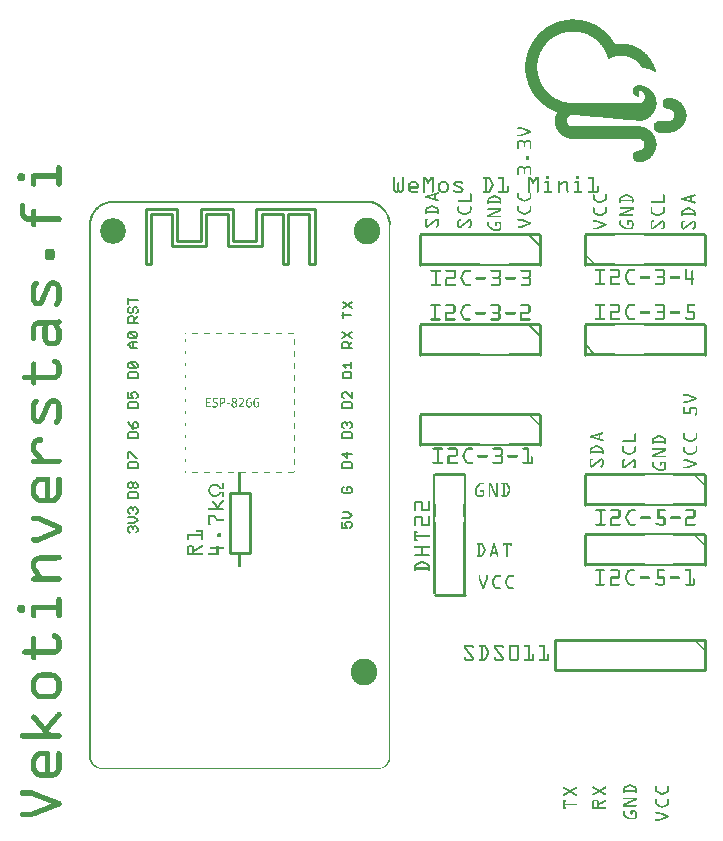
<source format=gto>
G04 MADE WITH FRITZING*
G04 WWW.FRITZING.ORG*
G04 DOUBLE SIDED*
G04 HOLES PLATED*
G04 CONTOUR ON CENTER OF CONTOUR VECTOR*
%ASAXBY*%
%FSLAX23Y23*%
%MOIN*%
%OFA0B0*%
%SFA1.0B1.0*%
%ADD10C,0.086111*%
%ADD11C,0.088888*%
%ADD12C,0.010000*%
%ADD13C,0.005000*%
%ADD14C,0.005556*%
%ADD15R,0.001000X0.001000*%
%LNSILK1*%
G90*
G70*
G54D10*
X383Y2010D03*
G54D11*
X1228Y2010D03*
X1220Y538D03*
G54D12*
X838Y1136D02*
X838Y936D01*
D02*
X838Y936D02*
X772Y936D01*
D02*
X772Y936D02*
X772Y1136D01*
D02*
X772Y1136D02*
X838Y1136D01*
D02*
X2355Y1596D02*
X2355Y1696D01*
D02*
X1955Y1696D02*
X1955Y1596D01*
G54D13*
D02*
X1990Y1596D02*
X1955Y1631D01*
G54D12*
D02*
X2355Y1896D02*
X2355Y1996D01*
D02*
X1955Y1996D02*
X1955Y1896D01*
D02*
X1955Y1196D02*
X1955Y1096D01*
D02*
X2355Y1096D02*
X2355Y1196D01*
D02*
X1406Y1695D02*
X1406Y1595D01*
D02*
X1806Y1595D02*
X1806Y1695D01*
G54D13*
D02*
X1771Y1695D02*
X1806Y1660D01*
G54D12*
D02*
X1406Y1395D02*
X1406Y1295D01*
D02*
X1806Y1295D02*
X1806Y1395D01*
D02*
X1406Y1995D02*
X1406Y1895D01*
D02*
X1806Y1895D02*
X1806Y1995D01*
G54D13*
D02*
X1771Y1995D02*
X1806Y1960D01*
G54D12*
D02*
X1955Y996D02*
X1955Y896D01*
D02*
X2355Y896D02*
X2355Y996D01*
D02*
X1455Y796D02*
X1555Y796D01*
D02*
X2355Y646D02*
X1855Y646D01*
D02*
X1855Y646D02*
X1855Y546D01*
D02*
X1855Y546D02*
X2355Y546D01*
D02*
X2355Y546D02*
X2355Y646D01*
X492Y2083D02*
X595Y2083D01*
X595Y1976D01*
X676Y1976D01*
X676Y2083D01*
X782Y2083D01*
X782Y1976D01*
X861Y1976D01*
X861Y2083D01*
X1057Y2083D01*
X1057Y1899D01*
X1035Y1899D01*
X1035Y2066D01*
X965Y2066D01*
X965Y1899D01*
X949Y1899D01*
X949Y2066D01*
X878Y2066D01*
X878Y1959D01*
X765Y1959D01*
X765Y2066D01*
X693Y2066D01*
X693Y1959D01*
X578Y1959D01*
X578Y2066D01*
X508Y2066D01*
X508Y1899D01*
X492Y1899D01*
X492Y2083D01*
D02*
G54D14*
X465Y1704D02*
X433Y1704D01*
X433Y1704D02*
X433Y1719D01*
X433Y1720D02*
X438Y1725D01*
X438Y1725D02*
X449Y1725D01*
X450Y1725D02*
X454Y1720D01*
X454Y1720D02*
X454Y1705D01*
X454Y1714D02*
X465Y1725D01*
X438Y1756D02*
X433Y1751D01*
X433Y1750D02*
X433Y1741D01*
X433Y1740D02*
X438Y1735D01*
X438Y1735D02*
X443Y1735D01*
X444Y1735D02*
X449Y1740D01*
X450Y1740D02*
X450Y1749D01*
X450Y1750D02*
X454Y1755D01*
X454Y1756D02*
X459Y1756D01*
X459Y1756D02*
X464Y1751D01*
X465Y1750D02*
X465Y1741D01*
X465Y1740D02*
X459Y1735D01*
X465Y1778D02*
X433Y1778D01*
X433Y1767D02*
X433Y1787D01*
D02*
X463Y1620D02*
X443Y1620D01*
X444Y1620D02*
X435Y1629D01*
X434Y1629D02*
X443Y1640D01*
X444Y1640D02*
X464Y1640D01*
X450Y1620D02*
X450Y1640D01*
X459Y1651D02*
X438Y1651D01*
X438Y1651D02*
X434Y1656D01*
X434Y1657D02*
X434Y1666D01*
X434Y1667D02*
X438Y1672D01*
X438Y1672D02*
X460Y1672D01*
X459Y1672D02*
X463Y1667D01*
X463Y1667D02*
X463Y1658D01*
X463Y1657D02*
X459Y1651D01*
X459Y1651D02*
X437Y1671D01*
D02*
X433Y1520D02*
X464Y1520D01*
X465Y1520D02*
X465Y1535D01*
X465Y1535D02*
X459Y1540D01*
X459Y1540D02*
X438Y1540D01*
X438Y1540D02*
X433Y1535D01*
X433Y1535D02*
X433Y1520D01*
X459Y1551D02*
X438Y1551D01*
X438Y1551D02*
X433Y1556D01*
X433Y1557D02*
X433Y1566D01*
X433Y1567D02*
X438Y1572D01*
X438Y1572D02*
X458Y1572D01*
X459Y1572D02*
X464Y1567D01*
X465Y1567D02*
X465Y1558D01*
X465Y1557D02*
X460Y1552D01*
X459Y1551D02*
X439Y1571D01*
D02*
X433Y1420D02*
X464Y1420D01*
X465Y1420D02*
X465Y1435D01*
X465Y1435D02*
X460Y1440D01*
X459Y1440D02*
X438Y1440D01*
X438Y1440D02*
X433Y1435D01*
X433Y1435D02*
X433Y1420D01*
X433Y1472D02*
X433Y1452D01*
X433Y1451D02*
X448Y1451D01*
X448Y1451D02*
X443Y1462D01*
X443Y1461D02*
X443Y1465D01*
X443Y1467D02*
X448Y1472D01*
X448Y1472D02*
X459Y1472D01*
X459Y1472D02*
X464Y1467D01*
X465Y1467D02*
X465Y1457D01*
X465Y1457D02*
X460Y1452D01*
D02*
X433Y1320D02*
X464Y1320D01*
X465Y1320D02*
X465Y1335D01*
X465Y1335D02*
X460Y1340D01*
X459Y1340D02*
X438Y1340D01*
X438Y1340D02*
X433Y1335D01*
X433Y1335D02*
X433Y1320D01*
X433Y1372D02*
X438Y1363D01*
X438Y1361D02*
X449Y1350D01*
X450Y1351D02*
X459Y1351D01*
X459Y1351D02*
X464Y1356D01*
X465Y1357D02*
X465Y1366D01*
X465Y1367D02*
X460Y1372D01*
X459Y1372D02*
X454Y1372D01*
X454Y1372D02*
X450Y1367D01*
X450Y1367D02*
X450Y1352D01*
D02*
X433Y1220D02*
X464Y1220D01*
X465Y1220D02*
X465Y1235D01*
X465Y1235D02*
X460Y1240D01*
X459Y1240D02*
X438Y1240D01*
X438Y1240D02*
X433Y1235D01*
X433Y1235D02*
X433Y1220D01*
X433Y1251D02*
X433Y1271D01*
X433Y1272D02*
X438Y1272D01*
X438Y1272D02*
X458Y1252D01*
X459Y1251D02*
X464Y1251D01*
D02*
X433Y1120D02*
X464Y1120D01*
X465Y1120D02*
X465Y1135D01*
X465Y1135D02*
X460Y1140D01*
X459Y1140D02*
X438Y1140D01*
X438Y1140D02*
X433Y1135D01*
X433Y1135D02*
X433Y1120D01*
X438Y1151D02*
X433Y1156D01*
X433Y1157D02*
X433Y1166D01*
X433Y1167D02*
X438Y1172D01*
X438Y1172D02*
X443Y1172D01*
X444Y1172D02*
X449Y1167D01*
X450Y1167D02*
X455Y1172D01*
X455Y1172D02*
X459Y1172D01*
X459Y1172D02*
X464Y1167D01*
X465Y1167D02*
X465Y1158D01*
X465Y1157D02*
X459Y1151D01*
X459Y1151D02*
X455Y1151D01*
X455Y1151D02*
X450Y1156D01*
X450Y1157D02*
X444Y1151D01*
X444Y1151D02*
X438Y1151D01*
X450Y1157D02*
X450Y1166D01*
D02*
X438Y1004D02*
X433Y1009D01*
X433Y1010D02*
X433Y1019D01*
X433Y1020D02*
X438Y1025D01*
X438Y1025D02*
X442Y1025D01*
X443Y1025D02*
X448Y1020D01*
X448Y1020D02*
X448Y1015D01*
X448Y1020D02*
X453Y1025D01*
X454Y1025D02*
X459Y1025D01*
X459Y1025D02*
X464Y1020D01*
X465Y1020D02*
X465Y1011D01*
X465Y1010D02*
X460Y1005D01*
X433Y1035D02*
X453Y1035D01*
X454Y1035D02*
X465Y1046D01*
X465Y1046D02*
X454Y1055D01*
X454Y1056D02*
X433Y1056D01*
X438Y1067D02*
X433Y1072D01*
X433Y1072D02*
X433Y1083D01*
X433Y1083D02*
X438Y1087D01*
X438Y1088D02*
X442Y1088D01*
X443Y1088D02*
X448Y1084D01*
X448Y1083D02*
X448Y1078D01*
X448Y1083D02*
X453Y1087D01*
X454Y1088D02*
X459Y1088D01*
X459Y1088D02*
X464Y1084D01*
X465Y1083D02*
X465Y1072D01*
X465Y1072D02*
X460Y1067D01*
D02*
X1147Y1040D02*
X1147Y1020D01*
X1147Y1020D02*
X1162Y1020D01*
X1162Y1020D02*
X1157Y1029D01*
X1157Y1029D02*
X1157Y1034D01*
X1157Y1035D02*
X1162Y1040D01*
X1162Y1040D02*
X1173Y1040D01*
X1173Y1040D02*
X1178Y1035D01*
X1179Y1035D02*
X1179Y1026D01*
X1179Y1025D02*
X1174Y1020D01*
X1147Y1051D02*
X1167Y1051D01*
X1168Y1051D02*
X1179Y1062D01*
X1179Y1061D02*
X1168Y1070D01*
X1168Y1072D02*
X1148Y1072D01*
D02*
X1152Y1156D02*
X1147Y1151D01*
X1147Y1150D02*
X1147Y1141D01*
X1147Y1140D02*
X1152Y1135D01*
X1152Y1135D02*
X1172Y1135D01*
X1173Y1135D02*
X1178Y1140D01*
X1179Y1140D02*
X1179Y1149D01*
X1179Y1150D02*
X1174Y1155D01*
X1173Y1156D02*
X1162Y1156D01*
X1162Y1156D02*
X1162Y1145D01*
D02*
X1147Y1220D02*
X1178Y1220D01*
X1179Y1220D02*
X1179Y1235D01*
X1179Y1235D02*
X1174Y1240D01*
X1173Y1240D02*
X1153Y1240D01*
X1152Y1240D02*
X1147Y1235D01*
X1147Y1235D02*
X1147Y1220D01*
X1179Y1267D02*
X1148Y1267D01*
X1147Y1267D02*
X1163Y1252D01*
X1163Y1251D02*
X1163Y1271D01*
D02*
X1147Y1320D02*
X1178Y1320D01*
X1179Y1320D02*
X1179Y1335D01*
X1179Y1335D02*
X1174Y1340D01*
X1173Y1340D02*
X1153Y1340D01*
X1152Y1340D02*
X1147Y1335D01*
X1147Y1335D02*
X1147Y1320D01*
X1152Y1351D02*
X1147Y1356D01*
X1147Y1357D02*
X1147Y1366D01*
X1147Y1367D02*
X1152Y1372D01*
X1152Y1372D02*
X1156Y1372D01*
X1157Y1372D02*
X1162Y1367D01*
X1162Y1367D02*
X1162Y1363D01*
X1162Y1367D02*
X1167Y1372D01*
X1168Y1372D02*
X1173Y1372D01*
X1173Y1372D02*
X1178Y1367D01*
X1179Y1367D02*
X1179Y1358D01*
X1179Y1357D02*
X1174Y1352D01*
D02*
X1147Y1420D02*
X1178Y1420D01*
X1179Y1420D02*
X1179Y1435D01*
X1179Y1435D02*
X1174Y1440D01*
X1173Y1440D02*
X1153Y1440D01*
X1152Y1440D02*
X1147Y1435D01*
X1147Y1435D02*
X1147Y1420D01*
X1179Y1472D02*
X1179Y1452D01*
X1179Y1451D02*
X1159Y1471D01*
X1158Y1472D02*
X1153Y1472D01*
X1152Y1472D02*
X1147Y1467D01*
X1147Y1467D02*
X1147Y1457D01*
X1147Y1457D02*
X1152Y1452D01*
D02*
X1148Y1520D02*
X1177Y1520D01*
X1177Y1520D02*
X1177Y1535D01*
X1177Y1535D02*
X1173Y1540D01*
X1173Y1540D02*
X1153Y1540D01*
X1152Y1540D02*
X1148Y1535D01*
X1148Y1535D02*
X1148Y1520D01*
X1158Y1551D02*
X1149Y1562D01*
X1148Y1561D02*
X1177Y1561D01*
X1177Y1551D02*
X1177Y1571D01*
D02*
X1179Y1620D02*
X1148Y1620D01*
X1147Y1620D02*
X1147Y1635D01*
X1147Y1635D02*
X1152Y1640D01*
X1152Y1640D02*
X1163Y1640D01*
X1163Y1640D02*
X1167Y1635D01*
X1168Y1635D02*
X1168Y1620D01*
X1168Y1629D02*
X1179Y1640D01*
X1147Y1651D02*
X1178Y1671D01*
X1147Y1672D02*
X1178Y1652D01*
D02*
X1177Y1729D02*
X1147Y1729D01*
X1148Y1720D02*
X1148Y1740D01*
X1148Y1751D02*
X1178Y1771D01*
X1148Y1772D02*
X1178Y1752D01*
D02*
G54D15*
X1908Y2714D02*
X1923Y2714D01*
X1897Y2713D02*
X1936Y2713D01*
X1891Y2712D02*
X1942Y2712D01*
X1885Y2711D02*
X1948Y2711D01*
X1881Y2710D02*
X1952Y2710D01*
X1876Y2709D02*
X1956Y2709D01*
X1873Y2708D02*
X1960Y2708D01*
X1869Y2707D02*
X1963Y2707D01*
X1866Y2706D02*
X1966Y2706D01*
X1864Y2705D02*
X1970Y2705D01*
X1861Y2704D02*
X1972Y2704D01*
X1858Y2703D02*
X1975Y2703D01*
X1856Y2702D02*
X1977Y2702D01*
X1853Y2701D02*
X1980Y2701D01*
X1851Y2700D02*
X1982Y2700D01*
X1849Y2699D02*
X1984Y2699D01*
X1847Y2698D02*
X1986Y2698D01*
X1845Y2697D02*
X1988Y2697D01*
X1843Y2696D02*
X1990Y2696D01*
X1841Y2695D02*
X1992Y2695D01*
X1839Y2694D02*
X1994Y2694D01*
X1838Y2693D02*
X1995Y2693D01*
X1836Y2692D02*
X1997Y2692D01*
X1834Y2691D02*
X1999Y2691D01*
X1833Y2690D02*
X2000Y2690D01*
X1831Y2689D02*
X2002Y2689D01*
X1829Y2688D02*
X2003Y2688D01*
X1828Y2687D02*
X2005Y2687D01*
X1826Y2686D02*
X2007Y2686D01*
X1825Y2685D02*
X2008Y2685D01*
X1824Y2684D02*
X2009Y2684D01*
X1822Y2683D02*
X2011Y2683D01*
X1821Y2682D02*
X2012Y2682D01*
X1820Y2681D02*
X2013Y2681D01*
X1818Y2680D02*
X2015Y2680D01*
X1817Y2679D02*
X2016Y2679D01*
X1816Y2678D02*
X2017Y2678D01*
X1815Y2677D02*
X2018Y2677D01*
X1814Y2676D02*
X2019Y2676D01*
X1812Y2675D02*
X2021Y2675D01*
X1811Y2674D02*
X2022Y2674D01*
X1810Y2673D02*
X1901Y2673D01*
X1932Y2673D02*
X2023Y2673D01*
X1809Y2672D02*
X1894Y2672D01*
X1939Y2672D02*
X2024Y2672D01*
X1808Y2671D02*
X1889Y2671D01*
X1943Y2671D02*
X2025Y2671D01*
X1807Y2670D02*
X1885Y2670D01*
X1948Y2670D02*
X2026Y2670D01*
X1806Y2669D02*
X1882Y2669D01*
X1951Y2669D02*
X2027Y2669D01*
X1805Y2668D02*
X1878Y2668D01*
X1954Y2668D02*
X2028Y2668D01*
X1804Y2667D02*
X1875Y2667D01*
X1957Y2667D02*
X2029Y2667D01*
X1803Y2666D02*
X1873Y2666D01*
X1960Y2666D02*
X2030Y2666D01*
X1802Y2665D02*
X1870Y2665D01*
X1962Y2665D02*
X2031Y2665D01*
X1801Y2664D02*
X1868Y2664D01*
X1965Y2664D02*
X2032Y2664D01*
X1800Y2663D02*
X1866Y2663D01*
X1967Y2663D02*
X2033Y2663D01*
X1799Y2662D02*
X1863Y2662D01*
X1969Y2662D02*
X2034Y2662D01*
X1798Y2661D02*
X1861Y2661D01*
X1971Y2661D02*
X2035Y2661D01*
X1797Y2660D02*
X1860Y2660D01*
X1973Y2660D02*
X2036Y2660D01*
X1796Y2659D02*
X1858Y2659D01*
X1975Y2659D02*
X2037Y2659D01*
X1796Y2658D02*
X1856Y2658D01*
X1976Y2658D02*
X2037Y2658D01*
X1795Y2657D02*
X1854Y2657D01*
X1978Y2657D02*
X2038Y2657D01*
X1794Y2656D02*
X1853Y2656D01*
X1980Y2656D02*
X2039Y2656D01*
X1793Y2655D02*
X1851Y2655D01*
X1981Y2655D02*
X2040Y2655D01*
X1792Y2654D02*
X1849Y2654D01*
X1983Y2654D02*
X2041Y2654D01*
X1792Y2653D02*
X1848Y2653D01*
X1984Y2653D02*
X2041Y2653D01*
X1791Y2652D02*
X1847Y2652D01*
X1986Y2652D02*
X2042Y2652D01*
X1790Y2651D02*
X1845Y2651D01*
X1987Y2651D02*
X2043Y2651D01*
X1789Y2650D02*
X1844Y2650D01*
X1988Y2650D02*
X2044Y2650D01*
X1788Y2649D02*
X1843Y2649D01*
X1990Y2649D02*
X2044Y2649D01*
X1788Y2648D02*
X1841Y2648D01*
X1991Y2648D02*
X2045Y2648D01*
X1787Y2647D02*
X1840Y2647D01*
X1992Y2647D02*
X2046Y2647D01*
X1786Y2646D02*
X1839Y2646D01*
X1994Y2646D02*
X2046Y2646D01*
X1786Y2645D02*
X1838Y2645D01*
X1995Y2645D02*
X2047Y2645D01*
X1785Y2644D02*
X1837Y2644D01*
X1996Y2644D02*
X2048Y2644D01*
X1784Y2643D02*
X1835Y2643D01*
X1997Y2643D02*
X2049Y2643D01*
X1784Y2642D02*
X1834Y2642D01*
X1998Y2642D02*
X2049Y2642D01*
X1783Y2641D02*
X1833Y2641D01*
X1999Y2641D02*
X2050Y2641D01*
X1782Y2640D02*
X1832Y2640D01*
X2000Y2640D02*
X2050Y2640D01*
X1782Y2639D02*
X1831Y2639D01*
X2001Y2639D02*
X2051Y2639D01*
X1781Y2638D02*
X1830Y2638D01*
X2002Y2638D02*
X2052Y2638D01*
X1780Y2637D02*
X1829Y2637D01*
X2003Y2637D02*
X2052Y2637D01*
X1780Y2636D02*
X1828Y2636D01*
X2004Y2636D02*
X2053Y2636D01*
X1779Y2635D02*
X1827Y2635D01*
X2005Y2635D02*
X2053Y2635D01*
X1779Y2634D02*
X1827Y2634D01*
X2006Y2634D02*
X2054Y2634D01*
X1778Y2633D02*
X1826Y2633D01*
X2007Y2633D02*
X2055Y2633D01*
X2060Y2633D02*
X2089Y2633D01*
X1778Y2632D02*
X1825Y2632D01*
X2008Y2632D02*
X2096Y2632D01*
X1777Y2631D02*
X1824Y2631D01*
X2008Y2631D02*
X2101Y2631D01*
X1776Y2630D02*
X1823Y2630D01*
X2009Y2630D02*
X2105Y2630D01*
X1776Y2629D02*
X1822Y2629D01*
X2010Y2629D02*
X2109Y2629D01*
X1775Y2628D02*
X1822Y2628D01*
X2011Y2628D02*
X2112Y2628D01*
X1775Y2627D02*
X1821Y2627D01*
X2012Y2627D02*
X2115Y2627D01*
X1774Y2626D02*
X1820Y2626D01*
X2013Y2626D02*
X2118Y2626D01*
X1774Y2625D02*
X1819Y2625D01*
X2013Y2625D02*
X2120Y2625D01*
X1773Y2624D02*
X1819Y2624D01*
X2014Y2624D02*
X2122Y2624D01*
X1773Y2623D02*
X1818Y2623D01*
X2015Y2623D02*
X2125Y2623D01*
X1772Y2622D02*
X1817Y2622D01*
X2015Y2622D02*
X2127Y2622D01*
X1772Y2621D02*
X1817Y2621D01*
X2016Y2621D02*
X2129Y2621D01*
X1772Y2620D02*
X1816Y2620D01*
X2017Y2620D02*
X2131Y2620D01*
X1771Y2619D02*
X1815Y2619D01*
X2017Y2619D02*
X2132Y2619D01*
X1771Y2618D02*
X1815Y2618D01*
X2018Y2618D02*
X2134Y2618D01*
X1770Y2617D02*
X1814Y2617D01*
X2019Y2617D02*
X2136Y2617D01*
X1770Y2616D02*
X1813Y2616D01*
X2019Y2616D02*
X2138Y2616D01*
X1769Y2615D02*
X1813Y2615D01*
X2020Y2615D02*
X2139Y2615D01*
X1769Y2614D02*
X1812Y2614D01*
X2020Y2614D02*
X2141Y2614D01*
X1769Y2613D02*
X1812Y2613D01*
X2021Y2613D02*
X2142Y2613D01*
X1768Y2612D02*
X1811Y2612D01*
X2022Y2612D02*
X2144Y2612D01*
X1768Y2611D02*
X1811Y2611D01*
X2022Y2611D02*
X2145Y2611D01*
X1767Y2610D02*
X1810Y2610D01*
X2023Y2610D02*
X2146Y2610D01*
X1767Y2609D02*
X1810Y2609D01*
X2023Y2609D02*
X2148Y2609D01*
X1767Y2608D02*
X1809Y2608D01*
X2024Y2608D02*
X2149Y2608D01*
X1766Y2607D02*
X1809Y2607D01*
X2024Y2607D02*
X2150Y2607D01*
X1766Y2606D02*
X1808Y2606D01*
X2025Y2606D02*
X2152Y2606D01*
X1766Y2605D02*
X1808Y2605D01*
X2025Y2605D02*
X2153Y2605D01*
X1765Y2604D02*
X1807Y2604D01*
X2026Y2604D02*
X2154Y2604D01*
X1765Y2603D02*
X1807Y2603D01*
X2026Y2603D02*
X2155Y2603D01*
X1765Y2602D02*
X1806Y2602D01*
X2027Y2602D02*
X2156Y2602D01*
X1764Y2601D02*
X1806Y2601D01*
X2027Y2601D02*
X2157Y2601D01*
X1764Y2600D02*
X1806Y2600D01*
X2028Y2600D02*
X2158Y2600D01*
X1764Y2599D02*
X1805Y2599D01*
X2028Y2599D02*
X2159Y2599D01*
X1764Y2598D02*
X1805Y2598D01*
X2028Y2598D02*
X2160Y2598D01*
X1763Y2597D02*
X1804Y2597D01*
X2029Y2597D02*
X2161Y2597D01*
X1763Y2596D02*
X1804Y2596D01*
X2029Y2596D02*
X2162Y2596D01*
X1763Y2595D02*
X1804Y2595D01*
X2029Y2595D02*
X2163Y2595D01*
X1762Y2594D02*
X1803Y2594D01*
X2030Y2594D02*
X2164Y2594D01*
X1762Y2593D02*
X1803Y2593D01*
X2030Y2593D02*
X2068Y2593D01*
X2085Y2593D02*
X2165Y2593D01*
X1762Y2592D02*
X1803Y2592D01*
X2031Y2592D02*
X2060Y2592D01*
X2092Y2592D02*
X2166Y2592D01*
X1762Y2591D02*
X1802Y2591D01*
X2031Y2591D02*
X2056Y2591D01*
X2096Y2591D02*
X2167Y2591D01*
X1761Y2590D02*
X1802Y2590D01*
X2031Y2590D02*
X2052Y2590D01*
X2100Y2590D02*
X2168Y2590D01*
X1761Y2589D02*
X1802Y2589D01*
X2031Y2589D02*
X2049Y2589D01*
X2103Y2589D02*
X2168Y2589D01*
X1761Y2588D02*
X1801Y2588D01*
X2032Y2588D02*
X2046Y2588D01*
X2106Y2588D02*
X2169Y2588D01*
X1761Y2587D02*
X1801Y2587D01*
X2032Y2587D02*
X2044Y2587D01*
X2108Y2587D02*
X2170Y2587D01*
X1761Y2586D02*
X1801Y2586D01*
X2032Y2586D02*
X2042Y2586D01*
X2110Y2586D02*
X2171Y2586D01*
X1760Y2585D02*
X1801Y2585D01*
X2033Y2585D02*
X2040Y2585D01*
X2113Y2585D02*
X2171Y2585D01*
X1760Y2584D02*
X1800Y2584D01*
X2033Y2584D02*
X2038Y2584D01*
X2114Y2584D02*
X2172Y2584D01*
X1760Y2583D02*
X1800Y2583D01*
X2033Y2583D02*
X2036Y2583D01*
X2116Y2583D02*
X2173Y2583D01*
X1760Y2582D02*
X1800Y2582D01*
X2033Y2582D02*
X2034Y2582D01*
X2118Y2582D02*
X2174Y2582D01*
X1760Y2581D02*
X1800Y2581D01*
X2120Y2581D02*
X2174Y2581D01*
X1760Y2580D02*
X1799Y2580D01*
X2121Y2580D02*
X2175Y2580D01*
X1759Y2579D02*
X1799Y2579D01*
X2123Y2579D02*
X2176Y2579D01*
X1759Y2578D02*
X1799Y2578D01*
X2124Y2578D02*
X2176Y2578D01*
X1759Y2577D02*
X1799Y2577D01*
X2125Y2577D02*
X2177Y2577D01*
X1759Y2576D02*
X1799Y2576D01*
X2127Y2576D02*
X2178Y2576D01*
X1759Y2575D02*
X1798Y2575D01*
X2128Y2575D02*
X2178Y2575D01*
X1759Y2574D02*
X1798Y2574D01*
X2129Y2574D02*
X2179Y2574D01*
X1759Y2573D02*
X1798Y2573D01*
X2130Y2573D02*
X2179Y2573D01*
X1758Y2572D02*
X1798Y2572D01*
X2131Y2572D02*
X2180Y2572D01*
X1758Y2571D02*
X1798Y2571D01*
X2132Y2571D02*
X2180Y2571D01*
X1758Y2570D02*
X1798Y2570D01*
X2133Y2570D02*
X2181Y2570D01*
X1758Y2569D02*
X1798Y2569D01*
X2134Y2569D02*
X2182Y2569D01*
X1758Y2568D02*
X1797Y2568D01*
X2135Y2568D02*
X2182Y2568D01*
X1758Y2567D02*
X1797Y2567D01*
X2136Y2567D02*
X2183Y2567D01*
X1758Y2566D02*
X1797Y2566D01*
X2137Y2566D02*
X2183Y2566D01*
X1758Y2565D02*
X1797Y2565D01*
X2138Y2565D02*
X2184Y2565D01*
X1758Y2564D02*
X1797Y2564D01*
X2139Y2564D02*
X2184Y2564D01*
X1758Y2563D02*
X1797Y2563D01*
X2139Y2563D02*
X2185Y2563D01*
X1758Y2562D02*
X1797Y2562D01*
X2140Y2562D02*
X2185Y2562D01*
X1758Y2561D02*
X1797Y2561D01*
X2141Y2561D02*
X2185Y2561D01*
X1758Y2560D02*
X1797Y2560D01*
X2142Y2560D02*
X2186Y2560D01*
X1758Y2559D02*
X1797Y2559D01*
X2142Y2559D02*
X2186Y2559D01*
X1758Y2558D02*
X1797Y2558D01*
X2143Y2558D02*
X2187Y2558D01*
X1758Y2557D02*
X1797Y2557D01*
X2144Y2557D02*
X2187Y2557D01*
X1758Y2556D02*
X1797Y2556D01*
X2144Y2556D02*
X2188Y2556D01*
X1758Y2555D02*
X1797Y2555D01*
X2145Y2555D02*
X2188Y2555D01*
X1758Y2554D02*
X1797Y2554D01*
X2146Y2554D02*
X2188Y2554D01*
X1758Y2553D02*
X1797Y2553D01*
X2148Y2553D02*
X2189Y2553D01*
X1758Y2552D02*
X1797Y2552D01*
X2155Y2552D02*
X2189Y2552D01*
X1758Y2551D02*
X1797Y2551D01*
X2160Y2551D02*
X2189Y2551D01*
X1758Y2550D02*
X1797Y2550D01*
X2164Y2550D02*
X2190Y2550D01*
X1758Y2549D02*
X1797Y2549D01*
X2167Y2549D02*
X2190Y2549D01*
X1758Y2548D02*
X1797Y2548D01*
X2170Y2548D02*
X2190Y2548D01*
X1758Y2547D02*
X1797Y2547D01*
X2173Y2547D02*
X2191Y2547D01*
X1758Y2546D02*
X1797Y2546D01*
X2175Y2546D02*
X2191Y2546D01*
X1758Y2545D02*
X1797Y2545D01*
X2178Y2545D02*
X2191Y2545D01*
X1758Y2544D02*
X1797Y2544D01*
X2180Y2544D02*
X2192Y2544D01*
X1758Y2543D02*
X1797Y2543D01*
X2182Y2543D02*
X2192Y2543D01*
X1758Y2542D02*
X1797Y2542D01*
X2184Y2542D02*
X2192Y2542D01*
X1758Y2541D02*
X1798Y2541D01*
X2185Y2541D02*
X2192Y2541D01*
X1758Y2540D02*
X1798Y2540D01*
X2187Y2540D02*
X2193Y2540D01*
X1758Y2539D02*
X1798Y2539D01*
X2189Y2539D02*
X2193Y2539D01*
X1758Y2538D02*
X1798Y2538D01*
X2190Y2538D02*
X2193Y2538D01*
X1758Y2537D02*
X1798Y2537D01*
X2192Y2537D02*
X2193Y2537D01*
X1759Y2536D02*
X1798Y2536D01*
X2193Y2536D02*
X2194Y2536D01*
X1759Y2535D02*
X1798Y2535D01*
X1759Y2534D02*
X1799Y2534D01*
X1759Y2533D02*
X1799Y2533D01*
X1759Y2532D02*
X1799Y2532D01*
X1759Y2531D02*
X1799Y2531D01*
X1759Y2530D02*
X1799Y2530D01*
X1760Y2529D02*
X1800Y2529D01*
X1760Y2528D02*
X1800Y2528D01*
X1760Y2527D02*
X1800Y2527D01*
X1760Y2526D02*
X1800Y2526D01*
X1760Y2525D02*
X1800Y2525D01*
X1760Y2524D02*
X1801Y2524D01*
X1761Y2523D02*
X1801Y2523D01*
X1761Y2522D02*
X1801Y2522D01*
X1761Y2521D02*
X1802Y2521D01*
X1761Y2520D02*
X1802Y2520D01*
X1762Y2519D02*
X1802Y2519D01*
X1762Y2518D02*
X1802Y2518D01*
X1762Y2517D02*
X1803Y2517D01*
X1762Y2516D02*
X1803Y2516D01*
X1762Y2515D02*
X1803Y2515D01*
X1763Y2514D02*
X1804Y2514D01*
X1763Y2513D02*
X1804Y2513D01*
X1763Y2512D02*
X1805Y2512D01*
X1764Y2511D02*
X1805Y2511D01*
X1764Y2510D02*
X1805Y2510D01*
X1764Y2509D02*
X1806Y2509D01*
X1764Y2508D02*
X1806Y2508D01*
X1765Y2507D02*
X1807Y2507D01*
X1765Y2506D02*
X1807Y2506D01*
X1765Y2505D02*
X1808Y2505D01*
X1766Y2504D02*
X1808Y2504D01*
X1766Y2503D02*
X1808Y2503D01*
X1767Y2502D02*
X1809Y2502D01*
X1767Y2501D02*
X1809Y2501D01*
X1767Y2500D02*
X1810Y2500D01*
X1768Y2499D02*
X1810Y2499D01*
X1768Y2498D02*
X1811Y2498D01*
X1768Y2497D02*
X1812Y2497D01*
X1769Y2496D02*
X1812Y2496D01*
X1769Y2495D02*
X1813Y2495D01*
X1770Y2494D02*
X1813Y2494D01*
X2129Y2494D02*
X2144Y2494D01*
X1770Y2493D02*
X1814Y2493D01*
X2127Y2493D02*
X2149Y2493D01*
X1770Y2492D02*
X1814Y2492D01*
X2125Y2492D02*
X2152Y2492D01*
X1771Y2491D02*
X1815Y2491D01*
X2123Y2491D02*
X2155Y2491D01*
X1771Y2490D02*
X1816Y2490D01*
X2122Y2490D02*
X2157Y2490D01*
X1772Y2489D02*
X1816Y2489D01*
X2121Y2489D02*
X2160Y2489D01*
X1772Y2488D02*
X1817Y2488D01*
X2120Y2488D02*
X2161Y2488D01*
X1773Y2487D02*
X1818Y2487D01*
X2119Y2487D02*
X2163Y2487D01*
X1773Y2486D02*
X1818Y2486D01*
X2119Y2486D02*
X2165Y2486D01*
X1774Y2485D02*
X1819Y2485D01*
X2118Y2485D02*
X2167Y2485D01*
X1774Y2484D02*
X1820Y2484D01*
X2118Y2484D02*
X2168Y2484D01*
X1775Y2483D02*
X1821Y2483D01*
X2117Y2483D02*
X2170Y2483D01*
X1775Y2482D02*
X1821Y2482D01*
X2117Y2482D02*
X2171Y2482D01*
X1776Y2481D02*
X1822Y2481D01*
X2116Y2481D02*
X2172Y2481D01*
X1776Y2480D02*
X1823Y2480D01*
X2116Y2480D02*
X2173Y2480D01*
X1777Y2479D02*
X1824Y2479D01*
X2116Y2479D02*
X2174Y2479D01*
X1777Y2478D02*
X1825Y2478D01*
X2116Y2478D02*
X2175Y2478D01*
X1778Y2477D02*
X1825Y2477D01*
X2116Y2477D02*
X2176Y2477D01*
X1779Y2476D02*
X1826Y2476D01*
X2116Y2476D02*
X2134Y2476D01*
X2141Y2476D02*
X2177Y2476D01*
X1779Y2475D02*
X1827Y2475D01*
X2116Y2475D02*
X2134Y2475D01*
X2143Y2475D02*
X2178Y2475D01*
X1780Y2474D02*
X1828Y2474D01*
X2116Y2474D02*
X2134Y2474D01*
X2145Y2474D02*
X2179Y2474D01*
X1780Y2473D02*
X1829Y2473D01*
X2116Y2473D02*
X2134Y2473D01*
X2147Y2473D02*
X2180Y2473D01*
X1781Y2472D02*
X1830Y2472D01*
X2116Y2472D02*
X2134Y2472D01*
X2148Y2472D02*
X2181Y2472D01*
X1781Y2471D02*
X1831Y2471D01*
X2116Y2471D02*
X2134Y2471D01*
X2149Y2471D02*
X2182Y2471D01*
X1782Y2470D02*
X1832Y2470D01*
X2116Y2470D02*
X2134Y2470D01*
X2150Y2470D02*
X2182Y2470D01*
X1783Y2469D02*
X1833Y2469D01*
X2117Y2469D02*
X2134Y2469D01*
X2151Y2469D02*
X2183Y2469D01*
X1783Y2468D02*
X1834Y2468D01*
X2117Y2468D02*
X2134Y2468D01*
X2151Y2468D02*
X2184Y2468D01*
X1784Y2467D02*
X1835Y2467D01*
X2118Y2467D02*
X2134Y2467D01*
X2152Y2467D02*
X2184Y2467D01*
X1785Y2466D02*
X1836Y2466D01*
X2118Y2466D02*
X2134Y2466D01*
X2153Y2466D02*
X2185Y2466D01*
X1785Y2465D02*
X1837Y2465D01*
X2119Y2465D02*
X2134Y2465D01*
X2153Y2465D02*
X2186Y2465D01*
X1786Y2464D02*
X1838Y2464D01*
X2119Y2464D02*
X2134Y2464D01*
X2154Y2464D02*
X2186Y2464D01*
X1787Y2463D02*
X1840Y2463D01*
X2120Y2463D02*
X2134Y2463D01*
X2154Y2463D02*
X2187Y2463D01*
X1787Y2462D02*
X1841Y2462D01*
X2121Y2462D02*
X2134Y2462D01*
X2154Y2462D02*
X2187Y2462D01*
X1788Y2461D02*
X1842Y2461D01*
X2122Y2461D02*
X2134Y2461D01*
X2155Y2461D02*
X2188Y2461D01*
X1789Y2460D02*
X1843Y2460D01*
X2123Y2460D02*
X2134Y2460D01*
X2155Y2460D02*
X2188Y2460D01*
X1790Y2459D02*
X1845Y2459D01*
X2124Y2459D02*
X2134Y2459D01*
X2155Y2459D02*
X2189Y2459D01*
X1791Y2458D02*
X1846Y2458D01*
X2126Y2458D02*
X2134Y2458D01*
X2155Y2458D02*
X2189Y2458D01*
X1791Y2457D02*
X1847Y2457D01*
X2129Y2457D02*
X2134Y2457D01*
X2156Y2457D02*
X2190Y2457D01*
X1792Y2456D02*
X1849Y2456D01*
X2156Y2456D02*
X2190Y2456D01*
X1793Y2455D02*
X1850Y2455D01*
X2156Y2455D02*
X2190Y2455D01*
X1794Y2454D02*
X1852Y2454D01*
X2156Y2454D02*
X2191Y2454D01*
X1795Y2453D02*
X1853Y2453D01*
X2156Y2453D02*
X2191Y2453D01*
X2232Y2453D02*
X2240Y2453D01*
X1795Y2452D02*
X1855Y2452D01*
X2156Y2452D02*
X2191Y2452D01*
X2228Y2452D02*
X2246Y2452D01*
X1796Y2451D02*
X1857Y2451D01*
X2156Y2451D02*
X2192Y2451D01*
X2226Y2451D02*
X2250Y2451D01*
X1797Y2450D02*
X1859Y2450D01*
X2155Y2450D02*
X2192Y2450D01*
X2224Y2450D02*
X2253Y2450D01*
X1798Y2449D02*
X1860Y2449D01*
X2155Y2449D02*
X2192Y2449D01*
X2223Y2449D02*
X2256Y2449D01*
X1799Y2448D02*
X1862Y2448D01*
X2155Y2448D02*
X2192Y2448D01*
X2222Y2448D02*
X2258Y2448D01*
X1800Y2447D02*
X1864Y2447D01*
X2154Y2447D02*
X2193Y2447D01*
X2221Y2447D02*
X2260Y2447D01*
X1801Y2446D02*
X1867Y2446D01*
X2154Y2446D02*
X2193Y2446D01*
X2220Y2446D02*
X2262Y2446D01*
X1802Y2445D02*
X1869Y2445D01*
X2153Y2445D02*
X2193Y2445D01*
X2219Y2445D02*
X2264Y2445D01*
X1803Y2444D02*
X1871Y2444D01*
X2153Y2444D02*
X2193Y2444D01*
X2218Y2444D02*
X2266Y2444D01*
X1804Y2443D02*
X1874Y2443D01*
X2152Y2443D02*
X2193Y2443D01*
X2218Y2443D02*
X2267Y2443D01*
X1805Y2442D02*
X1876Y2442D01*
X2151Y2442D02*
X2193Y2442D01*
X2217Y2442D02*
X2269Y2442D01*
X1806Y2441D02*
X1879Y2441D01*
X2151Y2441D02*
X2193Y2441D01*
X2217Y2441D02*
X2270Y2441D01*
X1807Y2440D02*
X1883Y2440D01*
X2149Y2440D02*
X2194Y2440D01*
X2217Y2440D02*
X2271Y2440D01*
X1808Y2439D02*
X1886Y2439D01*
X2148Y2439D02*
X2194Y2439D01*
X2216Y2439D02*
X2272Y2439D01*
X1809Y2438D02*
X1891Y2438D01*
X2147Y2438D02*
X2194Y2438D01*
X2216Y2438D02*
X2274Y2438D01*
X1810Y2437D02*
X1896Y2437D01*
X2145Y2437D02*
X2194Y2437D01*
X2216Y2437D02*
X2275Y2437D01*
X1811Y2436D02*
X1902Y2436D01*
X2142Y2436D02*
X2194Y2436D01*
X2216Y2436D02*
X2276Y2436D01*
X1812Y2435D02*
X2194Y2435D01*
X2216Y2435D02*
X2277Y2435D01*
X1813Y2434D02*
X2194Y2434D01*
X2216Y2434D02*
X2278Y2434D01*
X1815Y2433D02*
X2194Y2433D01*
X2216Y2433D02*
X2279Y2433D01*
X1816Y2432D02*
X2194Y2432D01*
X2216Y2432D02*
X2279Y2432D01*
X1817Y2431D02*
X2194Y2431D01*
X2216Y2431D02*
X2280Y2431D01*
X1818Y2430D02*
X2194Y2430D01*
X2216Y2430D02*
X2281Y2430D01*
X1820Y2429D02*
X2193Y2429D01*
X2216Y2429D02*
X2282Y2429D01*
X1821Y2428D02*
X2193Y2428D01*
X2217Y2428D02*
X2283Y2428D01*
X1822Y2427D02*
X2193Y2427D01*
X2217Y2427D02*
X2283Y2427D01*
X1824Y2426D02*
X2193Y2426D01*
X2217Y2426D02*
X2284Y2426D01*
X1825Y2425D02*
X2193Y2425D01*
X2218Y2425D02*
X2285Y2425D01*
X1827Y2424D02*
X2193Y2424D01*
X2218Y2424D02*
X2285Y2424D01*
X1828Y2423D02*
X2193Y2423D01*
X2219Y2423D02*
X2286Y2423D01*
X1830Y2422D02*
X2192Y2422D01*
X2219Y2422D02*
X2286Y2422D01*
X1831Y2421D02*
X2192Y2421D01*
X2220Y2421D02*
X2287Y2421D01*
X1833Y2420D02*
X2192Y2420D01*
X2221Y2420D02*
X2287Y2420D01*
X1834Y2419D02*
X2192Y2419D01*
X2222Y2419D02*
X2288Y2419D01*
X1836Y2418D02*
X2191Y2418D01*
X2224Y2418D02*
X2288Y2418D01*
X1838Y2417D02*
X2191Y2417D01*
X2225Y2417D02*
X2289Y2417D01*
X1840Y2416D02*
X2191Y2416D01*
X2227Y2416D02*
X2289Y2416D01*
X1841Y2415D02*
X2190Y2415D01*
X2230Y2415D02*
X2290Y2415D01*
X1843Y2414D02*
X2190Y2414D01*
X2239Y2414D02*
X2290Y2414D01*
X1845Y2413D02*
X2190Y2413D01*
X2242Y2413D02*
X2290Y2413D01*
X1847Y2412D02*
X2189Y2412D01*
X2244Y2412D02*
X2291Y2412D01*
X1849Y2411D02*
X2189Y2411D01*
X2246Y2411D02*
X2291Y2411D01*
X1851Y2410D02*
X2188Y2410D01*
X2247Y2410D02*
X2291Y2410D01*
X1853Y2409D02*
X2188Y2409D01*
X2249Y2409D02*
X2292Y2409D01*
X1856Y2408D02*
X2187Y2408D01*
X2250Y2408D02*
X2292Y2408D01*
X1858Y2407D02*
X2187Y2407D01*
X2250Y2407D02*
X2292Y2407D01*
X1861Y2406D02*
X2186Y2406D01*
X2251Y2406D02*
X2292Y2406D01*
X1863Y2405D02*
X2186Y2405D01*
X2252Y2405D02*
X2293Y2405D01*
X1864Y2404D02*
X2185Y2404D01*
X2252Y2404D02*
X2293Y2404D01*
X1863Y2403D02*
X2184Y2403D01*
X2253Y2403D02*
X2293Y2403D01*
X1863Y2402D02*
X2184Y2402D01*
X2253Y2402D02*
X2293Y2402D01*
X1862Y2401D02*
X2183Y2401D01*
X2254Y2401D02*
X2293Y2401D01*
X1862Y2400D02*
X2182Y2400D01*
X2254Y2400D02*
X2293Y2400D01*
X1861Y2399D02*
X2182Y2399D01*
X2254Y2399D02*
X2293Y2399D01*
X1861Y2398D02*
X2181Y2398D01*
X2254Y2398D02*
X2294Y2398D01*
X1860Y2397D02*
X2180Y2397D01*
X2254Y2397D02*
X2294Y2397D01*
X1860Y2396D02*
X1911Y2396D01*
X1919Y2396D02*
X2179Y2396D01*
X2254Y2396D02*
X2294Y2396D01*
X1859Y2395D02*
X1908Y2395D01*
X1930Y2395D02*
X2178Y2395D01*
X2254Y2395D02*
X2294Y2395D01*
X1859Y2394D02*
X1905Y2394D01*
X1941Y2394D02*
X2177Y2394D01*
X2254Y2394D02*
X2294Y2394D01*
X1859Y2393D02*
X1904Y2393D01*
X1952Y2393D02*
X2176Y2393D01*
X2254Y2393D02*
X2294Y2393D01*
X1858Y2392D02*
X1902Y2392D01*
X1963Y2392D02*
X2176Y2392D01*
X2254Y2392D02*
X2294Y2392D01*
X1858Y2391D02*
X1901Y2391D01*
X1973Y2391D02*
X2174Y2391D01*
X2254Y2391D02*
X2294Y2391D01*
X1858Y2390D02*
X1900Y2390D01*
X1984Y2390D02*
X2173Y2390D01*
X2254Y2390D02*
X2294Y2390D01*
X1858Y2389D02*
X1899Y2389D01*
X1995Y2389D02*
X2172Y2389D01*
X2254Y2389D02*
X2294Y2389D01*
X1857Y2388D02*
X1899Y2388D01*
X2006Y2388D02*
X2171Y2388D01*
X2253Y2388D02*
X2293Y2388D01*
X1857Y2387D02*
X1898Y2387D01*
X2017Y2387D02*
X2170Y2387D01*
X2253Y2387D02*
X2293Y2387D01*
X1857Y2386D02*
X1898Y2386D01*
X2028Y2386D02*
X2168Y2386D01*
X2252Y2386D02*
X2293Y2386D01*
X1857Y2385D02*
X1897Y2385D01*
X2039Y2385D02*
X2167Y2385D01*
X2252Y2385D02*
X2293Y2385D01*
X1857Y2384D02*
X1897Y2384D01*
X2050Y2384D02*
X2165Y2384D01*
X2251Y2384D02*
X2293Y2384D01*
X1857Y2383D02*
X1896Y2383D01*
X2060Y2383D02*
X2163Y2383D01*
X2251Y2383D02*
X2293Y2383D01*
X1856Y2382D02*
X1896Y2382D01*
X2071Y2382D02*
X2162Y2382D01*
X2250Y2382D02*
X2292Y2382D01*
X1856Y2381D02*
X1896Y2381D01*
X2082Y2381D02*
X2159Y2381D01*
X2249Y2381D02*
X2292Y2381D01*
X1856Y2380D02*
X1896Y2380D01*
X2093Y2380D02*
X2157Y2380D01*
X2248Y2380D02*
X2292Y2380D01*
X1856Y2379D02*
X1896Y2379D01*
X2104Y2379D02*
X2155Y2379D01*
X2246Y2379D02*
X2292Y2379D01*
X1856Y2378D02*
X1895Y2378D01*
X2115Y2378D02*
X2152Y2378D01*
X2245Y2378D02*
X2291Y2378D01*
X1856Y2377D02*
X1895Y2377D01*
X2126Y2377D02*
X2148Y2377D01*
X2243Y2377D02*
X2291Y2377D01*
X1856Y2376D02*
X1895Y2376D01*
X2137Y2376D02*
X2144Y2376D01*
X2239Y2376D02*
X2291Y2376D01*
X1856Y2375D02*
X1895Y2375D01*
X2200Y2375D02*
X2290Y2375D01*
X1856Y2374D02*
X1896Y2374D01*
X2197Y2374D02*
X2290Y2374D01*
X1856Y2373D02*
X1896Y2373D01*
X2195Y2373D02*
X2289Y2373D01*
X1856Y2372D02*
X1896Y2372D01*
X2193Y2372D02*
X2289Y2372D01*
X1856Y2371D02*
X1896Y2371D01*
X2192Y2371D02*
X2288Y2371D01*
X1856Y2370D02*
X1897Y2370D01*
X2191Y2370D02*
X2288Y2370D01*
X1856Y2369D02*
X1897Y2369D01*
X2190Y2369D02*
X2287Y2369D01*
X1857Y2368D02*
X1897Y2368D01*
X2189Y2368D02*
X2287Y2368D01*
X1857Y2367D02*
X1898Y2367D01*
X2188Y2367D02*
X2286Y2367D01*
X1857Y2366D02*
X1898Y2366D01*
X2188Y2366D02*
X2286Y2366D01*
X1857Y2365D02*
X1899Y2365D01*
X2187Y2365D02*
X2285Y2365D01*
X1857Y2364D02*
X1900Y2364D01*
X2187Y2364D02*
X2284Y2364D01*
X1857Y2363D02*
X1901Y2363D01*
X2186Y2363D02*
X2284Y2363D01*
X1858Y2362D02*
X1902Y2362D01*
X2186Y2362D02*
X2283Y2362D01*
X1858Y2361D02*
X1903Y2361D01*
X2186Y2361D02*
X2282Y2361D01*
X1858Y2360D02*
X1905Y2360D01*
X2185Y2360D02*
X2282Y2360D01*
X1858Y2359D02*
X1907Y2359D01*
X2185Y2359D02*
X2281Y2359D01*
X1859Y2358D02*
X1910Y2358D01*
X2185Y2358D02*
X2280Y2358D01*
X1859Y2357D02*
X2143Y2357D01*
X2185Y2357D02*
X2279Y2357D01*
X1859Y2356D02*
X2148Y2356D01*
X2185Y2356D02*
X2278Y2356D01*
X1860Y2355D02*
X2151Y2355D01*
X2185Y2355D02*
X2277Y2355D01*
X1732Y2354D02*
X1747Y2354D01*
X1860Y2354D02*
X2154Y2354D01*
X2185Y2354D02*
X2276Y2354D01*
X1731Y2353D02*
X1749Y2353D01*
X1861Y2353D02*
X2157Y2353D01*
X2185Y2353D02*
X2275Y2353D01*
X1731Y2352D02*
X1752Y2352D01*
X1861Y2352D02*
X2159Y2352D01*
X2185Y2352D02*
X2274Y2352D01*
X1731Y2351D02*
X1754Y2351D01*
X1861Y2351D02*
X2161Y2351D01*
X2186Y2351D02*
X2273Y2351D01*
X1732Y2350D02*
X1757Y2350D01*
X1862Y2350D02*
X2163Y2350D01*
X2186Y2350D02*
X2272Y2350D01*
X1733Y2349D02*
X1759Y2349D01*
X1862Y2349D02*
X2164Y2349D01*
X2186Y2349D02*
X2270Y2349D01*
X1746Y2348D02*
X1762Y2348D01*
X1863Y2348D02*
X2166Y2348D01*
X2187Y2348D02*
X2269Y2348D01*
X1749Y2347D02*
X1765Y2347D01*
X1864Y2347D02*
X2167Y2347D01*
X2187Y2347D02*
X2267Y2347D01*
X1751Y2346D02*
X1767Y2346D01*
X1864Y2346D02*
X2169Y2346D01*
X2188Y2346D02*
X2266Y2346D01*
X1754Y2345D02*
X1770Y2345D01*
X1865Y2345D02*
X2170Y2345D01*
X2188Y2345D02*
X2264Y2345D01*
X1756Y2344D02*
X1772Y2344D01*
X1865Y2344D02*
X2171Y2344D01*
X2189Y2344D02*
X2263Y2344D01*
X1759Y2343D02*
X1775Y2343D01*
X1866Y2343D02*
X2173Y2343D01*
X2190Y2343D02*
X2261Y2343D01*
X1761Y2342D02*
X1777Y2342D01*
X1867Y2342D02*
X2174Y2342D01*
X2191Y2342D02*
X2259Y2342D01*
X1764Y2341D02*
X1777Y2341D01*
X1867Y2341D02*
X2175Y2341D01*
X2192Y2341D02*
X2257Y2341D01*
X1766Y2340D02*
X1777Y2340D01*
X1868Y2340D02*
X2176Y2340D01*
X2193Y2340D02*
X2254Y2340D01*
X1765Y2339D02*
X1777Y2339D01*
X1869Y2339D02*
X2177Y2339D01*
X2195Y2339D02*
X2251Y2339D01*
X1762Y2338D02*
X1777Y2338D01*
X1870Y2338D02*
X2178Y2338D01*
X2197Y2338D02*
X2248Y2338D01*
X1760Y2337D02*
X1776Y2337D01*
X1870Y2337D02*
X2179Y2337D01*
X2201Y2337D02*
X2243Y2337D01*
X1757Y2336D02*
X1773Y2336D01*
X1871Y2336D02*
X2180Y2336D01*
X1754Y2335D02*
X1770Y2335D01*
X1872Y2335D02*
X2180Y2335D01*
X1752Y2334D02*
X1768Y2334D01*
X1873Y2334D02*
X2181Y2334D01*
X1749Y2333D02*
X1765Y2333D01*
X1874Y2333D02*
X2182Y2333D01*
X1747Y2332D02*
X1763Y2332D01*
X1875Y2332D02*
X2183Y2332D01*
X1744Y2331D02*
X1760Y2331D01*
X1876Y2331D02*
X2183Y2331D01*
X1732Y2330D02*
X1758Y2330D01*
X1878Y2330D02*
X2184Y2330D01*
X1731Y2329D02*
X1755Y2329D01*
X1879Y2329D02*
X2185Y2329D01*
X1731Y2328D02*
X1752Y2328D01*
X1880Y2328D02*
X2185Y2328D01*
X1731Y2327D02*
X1750Y2327D01*
X1881Y2327D02*
X2186Y2327D01*
X1732Y2326D02*
X1747Y2326D01*
X1883Y2326D02*
X2186Y2326D01*
X1733Y2325D02*
X1745Y2325D01*
X1884Y2325D02*
X2187Y2325D01*
X1886Y2324D02*
X2188Y2324D01*
X1888Y2323D02*
X2188Y2323D01*
X1889Y2322D02*
X2188Y2322D01*
X1892Y2321D02*
X2189Y2321D01*
X1894Y2320D02*
X2189Y2320D01*
X1896Y2319D02*
X2190Y2319D01*
X1899Y2318D02*
X2190Y2318D01*
X1903Y2317D02*
X2190Y2317D01*
X1908Y2316D02*
X2191Y2316D01*
X2141Y2315D02*
X2191Y2315D01*
X2143Y2314D02*
X2191Y2314D01*
X2145Y2313D02*
X2192Y2313D01*
X2147Y2312D02*
X2192Y2312D01*
X1735Y2311D02*
X1750Y2311D01*
X1759Y2311D02*
X1773Y2311D01*
X2148Y2311D02*
X2192Y2311D01*
X1734Y2310D02*
X1752Y2310D01*
X1756Y2310D02*
X1775Y2310D01*
X2149Y2310D02*
X2192Y2310D01*
X1733Y2309D02*
X1776Y2309D01*
X2150Y2309D02*
X2193Y2309D01*
X1732Y2308D02*
X1777Y2308D01*
X2151Y2308D02*
X2193Y2308D01*
X1731Y2307D02*
X1777Y2307D01*
X2152Y2307D02*
X2193Y2307D01*
X1731Y2306D02*
X1777Y2306D01*
X2152Y2306D02*
X2193Y2306D01*
X1731Y2305D02*
X1737Y2305D01*
X1750Y2305D02*
X1759Y2305D01*
X1772Y2305D02*
X1777Y2305D01*
X2153Y2305D02*
X2193Y2305D01*
X1731Y2304D02*
X1736Y2304D01*
X1751Y2304D02*
X1758Y2304D01*
X1772Y2304D02*
X1777Y2304D01*
X2153Y2304D02*
X2193Y2304D01*
X1731Y2303D02*
X1736Y2303D01*
X1752Y2303D02*
X1757Y2303D01*
X1772Y2303D02*
X1777Y2303D01*
X2153Y2303D02*
X2194Y2303D01*
X1731Y2302D02*
X1736Y2302D01*
X1752Y2302D02*
X1757Y2302D01*
X1772Y2302D02*
X1777Y2302D01*
X2154Y2302D02*
X2194Y2302D01*
X1731Y2301D02*
X1736Y2301D01*
X1752Y2301D02*
X1757Y2301D01*
X1772Y2301D02*
X1777Y2301D01*
X2154Y2301D02*
X2194Y2301D01*
X1731Y2300D02*
X1736Y2300D01*
X1752Y2300D02*
X1757Y2300D01*
X1772Y2300D02*
X1777Y2300D01*
X2154Y2300D02*
X2194Y2300D01*
X1731Y2299D02*
X1736Y2299D01*
X1752Y2299D02*
X1757Y2299D01*
X1772Y2299D02*
X1777Y2299D01*
X2154Y2299D02*
X2194Y2299D01*
X1731Y2298D02*
X1736Y2298D01*
X1752Y2298D02*
X1757Y2298D01*
X1772Y2298D02*
X1777Y2298D01*
X2154Y2298D02*
X2194Y2298D01*
X1731Y2297D02*
X1736Y2297D01*
X1752Y2297D02*
X1757Y2297D01*
X1772Y2297D02*
X1777Y2297D01*
X2154Y2297D02*
X2194Y2297D01*
X1731Y2296D02*
X1736Y2296D01*
X1752Y2296D02*
X1757Y2296D01*
X1772Y2296D02*
X1777Y2296D01*
X2154Y2296D02*
X2194Y2296D01*
X1731Y2295D02*
X1736Y2295D01*
X1752Y2295D02*
X1757Y2295D01*
X1772Y2295D02*
X1777Y2295D01*
X2154Y2295D02*
X2194Y2295D01*
X1731Y2294D02*
X1736Y2294D01*
X1752Y2294D02*
X1757Y2294D01*
X1772Y2294D02*
X1777Y2294D01*
X2154Y2294D02*
X2194Y2294D01*
X1731Y2293D02*
X1736Y2293D01*
X1752Y2293D02*
X1757Y2293D01*
X1772Y2293D02*
X1777Y2293D01*
X2154Y2293D02*
X2194Y2293D01*
X1731Y2292D02*
X1736Y2292D01*
X1752Y2292D02*
X1757Y2292D01*
X1772Y2292D02*
X1777Y2292D01*
X2154Y2292D02*
X2194Y2292D01*
X1731Y2291D02*
X1736Y2291D01*
X1752Y2291D02*
X1757Y2291D01*
X1772Y2291D02*
X1777Y2291D01*
X2154Y2291D02*
X2193Y2291D01*
X1731Y2290D02*
X1736Y2290D01*
X1752Y2290D02*
X1757Y2290D01*
X1772Y2290D02*
X1777Y2290D01*
X2153Y2290D02*
X2193Y2290D01*
X1731Y2289D02*
X1736Y2289D01*
X1752Y2289D02*
X1757Y2289D01*
X1772Y2289D02*
X1777Y2289D01*
X2153Y2289D02*
X2193Y2289D01*
X1731Y2288D02*
X1736Y2288D01*
X1753Y2288D02*
X1756Y2288D01*
X1772Y2288D02*
X1777Y2288D01*
X2153Y2288D02*
X2193Y2288D01*
X1731Y2287D02*
X1736Y2287D01*
X1772Y2287D02*
X1777Y2287D01*
X2152Y2287D02*
X2193Y2287D01*
X1731Y2286D02*
X1736Y2286D01*
X1772Y2286D02*
X1777Y2286D01*
X2152Y2286D02*
X2193Y2286D01*
X1731Y2285D02*
X1736Y2285D01*
X1772Y2285D02*
X1777Y2285D01*
X2151Y2285D02*
X2192Y2285D01*
X1731Y2284D02*
X1736Y2284D01*
X1772Y2284D02*
X1777Y2284D01*
X2150Y2284D02*
X2192Y2284D01*
X1732Y2283D02*
X1736Y2283D01*
X1773Y2283D02*
X1777Y2283D01*
X2149Y2283D02*
X2192Y2283D01*
X1732Y2282D02*
X1735Y2282D01*
X1773Y2282D02*
X1776Y2282D01*
X2148Y2282D02*
X2192Y2282D01*
X2147Y2281D02*
X2191Y2281D01*
X2146Y2280D02*
X2191Y2280D01*
X2144Y2279D02*
X2191Y2279D01*
X2141Y2278D02*
X2190Y2278D01*
X2136Y2277D02*
X2190Y2277D01*
X2129Y2276D02*
X2190Y2276D01*
X2127Y2275D02*
X2189Y2275D01*
X2125Y2274D02*
X2189Y2274D01*
X2123Y2273D02*
X2188Y2273D01*
X2122Y2272D02*
X2188Y2272D01*
X2121Y2271D02*
X2187Y2271D01*
X2120Y2270D02*
X2187Y2270D01*
X2119Y2269D02*
X2186Y2269D01*
X2119Y2268D02*
X2186Y2268D01*
X2118Y2267D02*
X2185Y2267D01*
X2118Y2266D02*
X2185Y2266D01*
X2117Y2265D02*
X2184Y2265D01*
X2117Y2264D02*
X2183Y2264D01*
X2116Y2263D02*
X2182Y2263D01*
X2116Y2262D02*
X2182Y2262D01*
X2116Y2261D02*
X2181Y2261D01*
X2116Y2260D02*
X2180Y2260D01*
X2116Y2259D02*
X2179Y2259D01*
X1761Y2258D02*
X1769Y2258D01*
X2116Y2258D02*
X2178Y2258D01*
X1760Y2257D02*
X1769Y2257D01*
X2116Y2257D02*
X2177Y2257D01*
X1760Y2256D02*
X1770Y2256D01*
X2116Y2256D02*
X2176Y2256D01*
X1759Y2255D02*
X1770Y2255D01*
X2116Y2255D02*
X2175Y2255D01*
X1759Y2254D02*
X1770Y2254D01*
X2116Y2254D02*
X2174Y2254D01*
X1759Y2253D02*
X1770Y2253D01*
X2116Y2253D02*
X2173Y2253D01*
X1759Y2252D02*
X1770Y2252D01*
X2116Y2252D02*
X2172Y2252D01*
X1759Y2251D02*
X1770Y2251D01*
X2117Y2251D02*
X2171Y2251D01*
X1759Y2250D02*
X1770Y2250D01*
X2117Y2250D02*
X2170Y2250D01*
X1760Y2249D02*
X1770Y2249D01*
X2118Y2249D02*
X2168Y2249D01*
X1760Y2248D02*
X1769Y2248D01*
X2118Y2248D02*
X2167Y2248D01*
X1761Y2247D02*
X1768Y2247D01*
X2119Y2247D02*
X2165Y2247D01*
X2119Y2246D02*
X2163Y2246D01*
X2120Y2245D02*
X2162Y2245D01*
X2121Y2244D02*
X2160Y2244D01*
X2122Y2243D02*
X2157Y2243D01*
X2123Y2242D02*
X2155Y2242D01*
X2125Y2241D02*
X2152Y2241D01*
X2126Y2240D02*
X2149Y2240D01*
X2129Y2239D02*
X2145Y2239D01*
X201Y2228D02*
X204Y2228D01*
X198Y2227D02*
X207Y2227D01*
X197Y2226D02*
X208Y2226D01*
X196Y2225D02*
X209Y2225D01*
X195Y2224D02*
X210Y2224D01*
X1736Y2224D02*
X1749Y2224D01*
X1759Y2224D02*
X1773Y2224D01*
X195Y2223D02*
X210Y2223D01*
X1734Y2223D02*
X1752Y2223D01*
X1757Y2223D02*
X1775Y2223D01*
X195Y2222D02*
X211Y2222D01*
X1733Y2222D02*
X1776Y2222D01*
X194Y2221D02*
X211Y2221D01*
X1732Y2221D02*
X1777Y2221D01*
X194Y2220D02*
X211Y2220D01*
X1732Y2220D02*
X1777Y2220D01*
X194Y2219D02*
X211Y2219D01*
X1731Y2219D02*
X1777Y2219D01*
X194Y2218D02*
X211Y2218D01*
X1731Y2218D02*
X1737Y2218D01*
X1749Y2218D02*
X1760Y2218D01*
X1772Y2218D02*
X1777Y2218D01*
X194Y2217D02*
X211Y2217D01*
X1731Y2217D02*
X1736Y2217D01*
X1751Y2217D02*
X1758Y2217D01*
X1772Y2217D02*
X1777Y2217D01*
X194Y2216D02*
X211Y2216D01*
X1731Y2216D02*
X1736Y2216D01*
X1751Y2216D02*
X1757Y2216D01*
X1772Y2216D02*
X1777Y2216D01*
X194Y2215D02*
X211Y2215D01*
X1731Y2215D02*
X1736Y2215D01*
X1752Y2215D02*
X1757Y2215D01*
X1772Y2215D02*
X1777Y2215D01*
X194Y2214D02*
X211Y2214D01*
X1731Y2214D02*
X1736Y2214D01*
X1752Y2214D02*
X1757Y2214D01*
X1772Y2214D02*
X1777Y2214D01*
X194Y2213D02*
X211Y2213D01*
X1731Y2213D02*
X1736Y2213D01*
X1752Y2213D02*
X1757Y2213D01*
X1772Y2213D02*
X1777Y2213D01*
X194Y2212D02*
X211Y2212D01*
X1731Y2212D02*
X1736Y2212D01*
X1752Y2212D02*
X1757Y2212D01*
X1772Y2212D02*
X1777Y2212D01*
X194Y2211D02*
X211Y2211D01*
X1731Y2211D02*
X1736Y2211D01*
X1752Y2211D02*
X1757Y2211D01*
X1772Y2211D02*
X1777Y2211D01*
X194Y2210D02*
X211Y2210D01*
X1731Y2210D02*
X1736Y2210D01*
X1752Y2210D02*
X1757Y2210D01*
X1772Y2210D02*
X1777Y2210D01*
X194Y2209D02*
X211Y2209D01*
X1731Y2209D02*
X1736Y2209D01*
X1752Y2209D02*
X1757Y2209D01*
X1772Y2209D02*
X1777Y2209D01*
X194Y2208D02*
X211Y2208D01*
X1731Y2208D02*
X1736Y2208D01*
X1752Y2208D02*
X1757Y2208D01*
X1772Y2208D02*
X1777Y2208D01*
X194Y2207D02*
X211Y2207D01*
X1731Y2207D02*
X1736Y2207D01*
X1752Y2207D02*
X1757Y2207D01*
X1772Y2207D02*
X1777Y2207D01*
X194Y2206D02*
X211Y2206D01*
X1731Y2206D02*
X1736Y2206D01*
X1752Y2206D02*
X1757Y2206D01*
X1772Y2206D02*
X1777Y2206D01*
X194Y2205D02*
X211Y2205D01*
X1731Y2205D02*
X1736Y2205D01*
X1752Y2205D02*
X1757Y2205D01*
X1772Y2205D02*
X1777Y2205D01*
X194Y2204D02*
X211Y2204D01*
X1731Y2204D02*
X1736Y2204D01*
X1752Y2204D02*
X1757Y2204D01*
X1772Y2204D02*
X1777Y2204D01*
X194Y2203D02*
X211Y2203D01*
X1731Y2203D02*
X1736Y2203D01*
X1752Y2203D02*
X1757Y2203D01*
X1772Y2203D02*
X1777Y2203D01*
X194Y2202D02*
X211Y2202D01*
X1731Y2202D02*
X1736Y2202D01*
X1752Y2202D02*
X1757Y2202D01*
X1772Y2202D02*
X1777Y2202D01*
X70Y2201D02*
X83Y2201D01*
X116Y2201D02*
X211Y2201D01*
X1731Y2201D02*
X1736Y2201D01*
X1753Y2201D02*
X1756Y2201D01*
X1772Y2201D02*
X1777Y2201D01*
X68Y2200D02*
X85Y2200D01*
X114Y2200D02*
X211Y2200D01*
X1731Y2200D02*
X1736Y2200D01*
X1772Y2200D02*
X1777Y2200D01*
X67Y2199D02*
X86Y2199D01*
X113Y2199D02*
X211Y2199D01*
X1731Y2199D02*
X1736Y2199D01*
X1772Y2199D02*
X1777Y2199D01*
X66Y2198D02*
X87Y2198D01*
X112Y2198D02*
X211Y2198D01*
X1731Y2198D02*
X1736Y2198D01*
X1772Y2198D02*
X1777Y2198D01*
X66Y2197D02*
X88Y2197D01*
X111Y2197D02*
X211Y2197D01*
X1731Y2197D02*
X1736Y2197D01*
X1772Y2197D02*
X1777Y2197D01*
X65Y2196D02*
X88Y2196D01*
X111Y2196D02*
X211Y2196D01*
X1731Y2196D02*
X1736Y2196D01*
X1773Y2196D02*
X1777Y2196D01*
X65Y2195D02*
X89Y2195D01*
X110Y2195D02*
X211Y2195D01*
X1732Y2195D02*
X1735Y2195D01*
X1773Y2195D02*
X1777Y2195D01*
X65Y2194D02*
X89Y2194D01*
X110Y2194D02*
X211Y2194D01*
X64Y2193D02*
X89Y2193D01*
X110Y2193D02*
X211Y2193D01*
X64Y2192D02*
X89Y2192D01*
X110Y2192D02*
X211Y2192D01*
X1829Y2192D02*
X1835Y2192D01*
X1929Y2192D02*
X1935Y2192D01*
X64Y2191D02*
X89Y2191D01*
X110Y2191D02*
X211Y2191D01*
X1828Y2191D02*
X1836Y2191D01*
X1928Y2191D02*
X1936Y2191D01*
X64Y2190D02*
X89Y2190D01*
X110Y2190D02*
X211Y2190D01*
X1828Y2190D02*
X1837Y2190D01*
X1927Y2190D02*
X1937Y2190D01*
X64Y2189D02*
X89Y2189D01*
X110Y2189D02*
X211Y2189D01*
X1319Y2189D02*
X1322Y2189D01*
X1346Y2189D02*
X1349Y2189D01*
X1417Y2189D02*
X1426Y2189D01*
X1442Y2189D02*
X1451Y2189D01*
X1618Y2189D02*
X1636Y2189D01*
X1668Y2189D02*
X1687Y2189D01*
X1767Y2189D02*
X1775Y2189D01*
X1792Y2189D02*
X1801Y2189D01*
X1827Y2189D02*
X1837Y2189D01*
X1927Y2189D02*
X1937Y2189D01*
X1968Y2189D02*
X1987Y2189D01*
X64Y2188D02*
X89Y2188D01*
X110Y2188D02*
X211Y2188D01*
X1318Y2188D02*
X1323Y2188D01*
X1345Y2188D02*
X1350Y2188D01*
X1417Y2188D02*
X1426Y2188D01*
X1442Y2188D02*
X1451Y2188D01*
X1618Y2188D02*
X1638Y2188D01*
X1668Y2188D02*
X1687Y2188D01*
X1767Y2188D02*
X1776Y2188D01*
X1792Y2188D02*
X1801Y2188D01*
X1827Y2188D02*
X1837Y2188D01*
X1927Y2188D02*
X1937Y2188D01*
X1968Y2188D02*
X1987Y2188D01*
X64Y2187D02*
X89Y2187D01*
X110Y2187D02*
X211Y2187D01*
X1317Y2187D02*
X1323Y2187D01*
X1345Y2187D02*
X1351Y2187D01*
X1417Y2187D02*
X1427Y2187D01*
X1441Y2187D02*
X1451Y2187D01*
X1617Y2187D02*
X1640Y2187D01*
X1667Y2187D02*
X1687Y2187D01*
X1767Y2187D02*
X1777Y2187D01*
X1791Y2187D02*
X1801Y2187D01*
X1827Y2187D02*
X1837Y2187D01*
X1927Y2187D02*
X1937Y2187D01*
X1967Y2187D02*
X1987Y2187D01*
X64Y2186D02*
X89Y2186D01*
X110Y2186D02*
X211Y2186D01*
X1317Y2186D02*
X1323Y2186D01*
X1345Y2186D02*
X1351Y2186D01*
X1417Y2186D02*
X1428Y2186D01*
X1440Y2186D02*
X1451Y2186D01*
X1617Y2186D02*
X1641Y2186D01*
X1667Y2186D02*
X1687Y2186D01*
X1767Y2186D02*
X1778Y2186D01*
X1790Y2186D02*
X1801Y2186D01*
X1827Y2186D02*
X1837Y2186D01*
X1927Y2186D02*
X1937Y2186D01*
X1967Y2186D02*
X1987Y2186D01*
X64Y2185D02*
X89Y2185D01*
X110Y2185D02*
X211Y2185D01*
X1317Y2185D02*
X1323Y2185D01*
X1345Y2185D02*
X1351Y2185D01*
X1417Y2185D02*
X1428Y2185D01*
X1440Y2185D02*
X1451Y2185D01*
X1617Y2185D02*
X1641Y2185D01*
X1667Y2185D02*
X1687Y2185D01*
X1767Y2185D02*
X1778Y2185D01*
X1790Y2185D02*
X1801Y2185D01*
X1828Y2185D02*
X1837Y2185D01*
X1928Y2185D02*
X1937Y2185D01*
X1967Y2185D02*
X1987Y2185D01*
X64Y2184D02*
X89Y2184D01*
X110Y2184D02*
X211Y2184D01*
X1317Y2184D02*
X1323Y2184D01*
X1345Y2184D02*
X1351Y2184D01*
X1417Y2184D02*
X1429Y2184D01*
X1439Y2184D02*
X1451Y2184D01*
X1618Y2184D02*
X1642Y2184D01*
X1668Y2184D02*
X1687Y2184D01*
X1767Y2184D02*
X1779Y2184D01*
X1789Y2184D02*
X1801Y2184D01*
X1828Y2184D02*
X1836Y2184D01*
X1928Y2184D02*
X1936Y2184D01*
X1968Y2184D02*
X1987Y2184D01*
X64Y2183D02*
X89Y2183D01*
X110Y2183D02*
X127Y2183D01*
X194Y2183D02*
X211Y2183D01*
X1317Y2183D02*
X1323Y2183D01*
X1345Y2183D02*
X1351Y2183D01*
X1417Y2183D02*
X1430Y2183D01*
X1438Y2183D02*
X1451Y2183D01*
X1620Y2183D02*
X1642Y2183D01*
X1670Y2183D02*
X1687Y2183D01*
X1767Y2183D02*
X1780Y2183D01*
X1788Y2183D02*
X1801Y2183D01*
X1830Y2183D02*
X1834Y2183D01*
X1930Y2183D02*
X1934Y2183D01*
X1970Y2183D02*
X1987Y2183D01*
X65Y2182D02*
X89Y2182D01*
X110Y2182D02*
X127Y2182D01*
X194Y2182D02*
X211Y2182D01*
X1317Y2182D02*
X1323Y2182D01*
X1345Y2182D02*
X1351Y2182D01*
X1417Y2182D02*
X1430Y2182D01*
X1438Y2182D02*
X1451Y2182D01*
X1624Y2182D02*
X1630Y2182D01*
X1636Y2182D02*
X1643Y2182D01*
X1681Y2182D02*
X1687Y2182D01*
X1767Y2182D02*
X1780Y2182D01*
X1787Y2182D02*
X1801Y2182D01*
X1981Y2182D02*
X1987Y2182D01*
X65Y2181D02*
X89Y2181D01*
X110Y2181D02*
X127Y2181D01*
X194Y2181D02*
X211Y2181D01*
X1317Y2181D02*
X1323Y2181D01*
X1345Y2181D02*
X1351Y2181D01*
X1417Y2181D02*
X1431Y2181D01*
X1437Y2181D02*
X1451Y2181D01*
X1624Y2181D02*
X1630Y2181D01*
X1637Y2181D02*
X1643Y2181D01*
X1681Y2181D02*
X1687Y2181D01*
X1767Y2181D02*
X1781Y2181D01*
X1787Y2181D02*
X1801Y2181D01*
X1981Y2181D02*
X1987Y2181D01*
X65Y2180D02*
X88Y2180D01*
X110Y2180D02*
X127Y2180D01*
X194Y2180D02*
X211Y2180D01*
X1317Y2180D02*
X1323Y2180D01*
X1345Y2180D02*
X1351Y2180D01*
X1417Y2180D02*
X1432Y2180D01*
X1436Y2180D02*
X1451Y2180D01*
X1624Y2180D02*
X1630Y2180D01*
X1637Y2180D02*
X1644Y2180D01*
X1681Y2180D02*
X1687Y2180D01*
X1767Y2180D02*
X1782Y2180D01*
X1786Y2180D02*
X1801Y2180D01*
X1981Y2180D02*
X1987Y2180D01*
X66Y2179D02*
X88Y2179D01*
X110Y2179D02*
X127Y2179D01*
X194Y2179D02*
X211Y2179D01*
X1317Y2179D02*
X1323Y2179D01*
X1345Y2179D02*
X1351Y2179D01*
X1417Y2179D02*
X1423Y2179D01*
X1425Y2179D02*
X1433Y2179D01*
X1435Y2179D02*
X1443Y2179D01*
X1445Y2179D02*
X1451Y2179D01*
X1624Y2179D02*
X1630Y2179D01*
X1638Y2179D02*
X1644Y2179D01*
X1681Y2179D02*
X1687Y2179D01*
X1767Y2179D02*
X1773Y2179D01*
X1775Y2179D02*
X1782Y2179D01*
X1785Y2179D02*
X1793Y2179D01*
X1795Y2179D02*
X1801Y2179D01*
X1981Y2179D02*
X1987Y2179D01*
X66Y2178D02*
X87Y2178D01*
X110Y2178D02*
X127Y2178D01*
X194Y2178D02*
X211Y2178D01*
X1317Y2178D02*
X1323Y2178D01*
X1345Y2178D02*
X1351Y2178D01*
X1417Y2178D02*
X1423Y2178D01*
X1426Y2178D02*
X1442Y2178D01*
X1445Y2178D02*
X1451Y2178D01*
X1624Y2178D02*
X1630Y2178D01*
X1638Y2178D02*
X1645Y2178D01*
X1681Y2178D02*
X1687Y2178D01*
X1767Y2178D02*
X1773Y2178D01*
X1776Y2178D02*
X1792Y2178D01*
X1795Y2178D02*
X1801Y2178D01*
X1981Y2178D02*
X1987Y2178D01*
X67Y2177D02*
X86Y2177D01*
X110Y2177D02*
X127Y2177D01*
X194Y2177D02*
X211Y2177D01*
X1317Y2177D02*
X1323Y2177D01*
X1345Y2177D02*
X1351Y2177D01*
X1417Y2177D02*
X1423Y2177D01*
X1426Y2177D02*
X1442Y2177D01*
X1445Y2177D02*
X1451Y2177D01*
X1624Y2177D02*
X1630Y2177D01*
X1639Y2177D02*
X1645Y2177D01*
X1681Y2177D02*
X1687Y2177D01*
X1767Y2177D02*
X1773Y2177D01*
X1776Y2177D02*
X1791Y2177D01*
X1795Y2177D02*
X1801Y2177D01*
X1981Y2177D02*
X1987Y2177D01*
X68Y2176D02*
X85Y2176D01*
X110Y2176D02*
X127Y2176D01*
X194Y2176D02*
X211Y2176D01*
X1317Y2176D02*
X1323Y2176D01*
X1345Y2176D02*
X1351Y2176D01*
X1417Y2176D02*
X1423Y2176D01*
X1427Y2176D02*
X1441Y2176D01*
X1445Y2176D02*
X1451Y2176D01*
X1624Y2176D02*
X1630Y2176D01*
X1639Y2176D02*
X1646Y2176D01*
X1681Y2176D02*
X1687Y2176D01*
X1767Y2176D02*
X1773Y2176D01*
X1777Y2176D02*
X1791Y2176D01*
X1795Y2176D02*
X1801Y2176D01*
X1981Y2176D02*
X1987Y2176D01*
X70Y2175D02*
X83Y2175D01*
X110Y2175D02*
X127Y2175D01*
X194Y2175D02*
X211Y2175D01*
X1317Y2175D02*
X1323Y2175D01*
X1345Y2175D02*
X1351Y2175D01*
X1379Y2175D02*
X1389Y2175D01*
X1417Y2175D02*
X1423Y2175D01*
X1428Y2175D02*
X1440Y2175D01*
X1445Y2175D02*
X1451Y2175D01*
X1479Y2175D02*
X1489Y2175D01*
X1526Y2175D02*
X1542Y2175D01*
X1624Y2175D02*
X1630Y2175D01*
X1640Y2175D02*
X1646Y2175D01*
X1681Y2175D02*
X1687Y2175D01*
X1767Y2175D02*
X1773Y2175D01*
X1778Y2175D02*
X1790Y2175D01*
X1795Y2175D02*
X1801Y2175D01*
X1824Y2175D02*
X1834Y2175D01*
X1870Y2175D02*
X1870Y2175D01*
X1885Y2175D02*
X1891Y2175D01*
X1923Y2175D02*
X1934Y2175D01*
X1981Y2175D02*
X1987Y2175D01*
X110Y2174D02*
X127Y2174D01*
X194Y2174D02*
X211Y2174D01*
X1317Y2174D02*
X1323Y2174D01*
X1345Y2174D02*
X1351Y2174D01*
X1376Y2174D02*
X1392Y2174D01*
X1417Y2174D02*
X1423Y2174D01*
X1428Y2174D02*
X1439Y2174D01*
X1445Y2174D02*
X1451Y2174D01*
X1476Y2174D02*
X1492Y2174D01*
X1523Y2174D02*
X1545Y2174D01*
X1624Y2174D02*
X1630Y2174D01*
X1640Y2174D02*
X1647Y2174D01*
X1681Y2174D02*
X1687Y2174D01*
X1767Y2174D02*
X1773Y2174D01*
X1778Y2174D02*
X1789Y2174D01*
X1795Y2174D02*
X1801Y2174D01*
X1822Y2174D02*
X1836Y2174D01*
X1868Y2174D02*
X1872Y2174D01*
X1882Y2174D02*
X1894Y2174D01*
X1922Y2174D02*
X1936Y2174D01*
X1981Y2174D02*
X1987Y2174D01*
X110Y2173D02*
X127Y2173D01*
X194Y2173D02*
X211Y2173D01*
X1317Y2173D02*
X1323Y2173D01*
X1345Y2173D02*
X1351Y2173D01*
X1374Y2173D02*
X1394Y2173D01*
X1417Y2173D02*
X1423Y2173D01*
X1429Y2173D02*
X1439Y2173D01*
X1445Y2173D02*
X1451Y2173D01*
X1474Y2173D02*
X1494Y2173D01*
X1521Y2173D02*
X1547Y2173D01*
X1624Y2173D02*
X1630Y2173D01*
X1641Y2173D02*
X1647Y2173D01*
X1681Y2173D02*
X1687Y2173D01*
X1767Y2173D02*
X1773Y2173D01*
X1779Y2173D02*
X1789Y2173D01*
X1795Y2173D02*
X1801Y2173D01*
X1821Y2173D02*
X1837Y2173D01*
X1867Y2173D02*
X1873Y2173D01*
X1880Y2173D02*
X1896Y2173D01*
X1921Y2173D02*
X1936Y2173D01*
X1981Y2173D02*
X1987Y2173D01*
X110Y2172D02*
X127Y2172D01*
X194Y2172D02*
X211Y2172D01*
X1317Y2172D02*
X1323Y2172D01*
X1334Y2172D02*
X1334Y2172D01*
X1345Y2172D02*
X1351Y2172D01*
X1373Y2172D02*
X1395Y2172D01*
X1417Y2172D02*
X1423Y2172D01*
X1430Y2172D02*
X1438Y2172D01*
X1445Y2172D02*
X1451Y2172D01*
X1473Y2172D02*
X1495Y2172D01*
X1520Y2172D02*
X1548Y2172D01*
X1624Y2172D02*
X1630Y2172D01*
X1641Y2172D02*
X1648Y2172D01*
X1681Y2172D02*
X1687Y2172D01*
X1767Y2172D02*
X1773Y2172D01*
X1780Y2172D02*
X1788Y2172D01*
X1795Y2172D02*
X1801Y2172D01*
X1821Y2172D02*
X1837Y2172D01*
X1867Y2172D02*
X1873Y2172D01*
X1878Y2172D02*
X1897Y2172D01*
X1921Y2172D02*
X1937Y2172D01*
X1981Y2172D02*
X1987Y2172D01*
X110Y2171D02*
X127Y2171D01*
X194Y2171D02*
X211Y2171D01*
X1317Y2171D02*
X1323Y2171D01*
X1332Y2171D02*
X1336Y2171D01*
X1345Y2171D02*
X1351Y2171D01*
X1372Y2171D02*
X1397Y2171D01*
X1417Y2171D02*
X1423Y2171D01*
X1431Y2171D02*
X1437Y2171D01*
X1445Y2171D02*
X1451Y2171D01*
X1472Y2171D02*
X1496Y2171D01*
X1519Y2171D02*
X1549Y2171D01*
X1624Y2171D02*
X1630Y2171D01*
X1642Y2171D02*
X1648Y2171D01*
X1681Y2171D02*
X1687Y2171D01*
X1767Y2171D02*
X1773Y2171D01*
X1780Y2171D02*
X1787Y2171D01*
X1795Y2171D02*
X1801Y2171D01*
X1821Y2171D02*
X1837Y2171D01*
X1867Y2171D02*
X1873Y2171D01*
X1877Y2171D02*
X1898Y2171D01*
X1921Y2171D02*
X1937Y2171D01*
X1981Y2171D02*
X1987Y2171D01*
X110Y2170D02*
X127Y2170D01*
X194Y2170D02*
X211Y2170D01*
X1317Y2170D02*
X1323Y2170D01*
X1331Y2170D02*
X1337Y2170D01*
X1345Y2170D02*
X1351Y2170D01*
X1370Y2170D02*
X1398Y2170D01*
X1417Y2170D02*
X1423Y2170D01*
X1431Y2170D02*
X1437Y2170D01*
X1445Y2170D02*
X1451Y2170D01*
X1470Y2170D02*
X1498Y2170D01*
X1519Y2170D02*
X1550Y2170D01*
X1624Y2170D02*
X1630Y2170D01*
X1642Y2170D02*
X1649Y2170D01*
X1681Y2170D02*
X1687Y2170D01*
X1767Y2170D02*
X1773Y2170D01*
X1781Y2170D02*
X1787Y2170D01*
X1795Y2170D02*
X1801Y2170D01*
X1821Y2170D02*
X1837Y2170D01*
X1867Y2170D02*
X1873Y2170D01*
X1875Y2170D02*
X1898Y2170D01*
X1921Y2170D02*
X1937Y2170D01*
X1981Y2170D02*
X1987Y2170D01*
X110Y2169D02*
X127Y2169D01*
X194Y2169D02*
X211Y2169D01*
X1317Y2169D02*
X1323Y2169D01*
X1331Y2169D02*
X1337Y2169D01*
X1345Y2169D02*
X1351Y2169D01*
X1370Y2169D02*
X1399Y2169D01*
X1417Y2169D02*
X1423Y2169D01*
X1431Y2169D02*
X1437Y2169D01*
X1445Y2169D02*
X1451Y2169D01*
X1470Y2169D02*
X1498Y2169D01*
X1518Y2169D02*
X1550Y2169D01*
X1624Y2169D02*
X1630Y2169D01*
X1643Y2169D02*
X1649Y2169D01*
X1681Y2169D02*
X1687Y2169D01*
X1767Y2169D02*
X1773Y2169D01*
X1781Y2169D02*
X1787Y2169D01*
X1795Y2169D02*
X1801Y2169D01*
X1822Y2169D02*
X1837Y2169D01*
X1867Y2169D02*
X1899Y2169D01*
X1922Y2169D02*
X1937Y2169D01*
X1981Y2169D02*
X1987Y2169D01*
X110Y2168D02*
X127Y2168D01*
X194Y2168D02*
X211Y2168D01*
X1317Y2168D02*
X1323Y2168D01*
X1331Y2168D02*
X1337Y2168D01*
X1345Y2168D02*
X1351Y2168D01*
X1369Y2168D02*
X1378Y2168D01*
X1389Y2168D02*
X1399Y2168D01*
X1417Y2168D02*
X1423Y2168D01*
X1431Y2168D02*
X1437Y2168D01*
X1445Y2168D02*
X1451Y2168D01*
X1469Y2168D02*
X1478Y2168D01*
X1489Y2168D02*
X1499Y2168D01*
X1518Y2168D02*
X1525Y2168D01*
X1542Y2168D02*
X1550Y2168D01*
X1624Y2168D02*
X1630Y2168D01*
X1643Y2168D02*
X1650Y2168D01*
X1681Y2168D02*
X1687Y2168D01*
X1767Y2168D02*
X1773Y2168D01*
X1781Y2168D02*
X1787Y2168D01*
X1795Y2168D02*
X1801Y2168D01*
X1831Y2168D02*
X1837Y2168D01*
X1867Y2168D02*
X1884Y2168D01*
X1891Y2168D02*
X1899Y2168D01*
X1931Y2168D02*
X1937Y2168D01*
X1981Y2168D02*
X1987Y2168D01*
X110Y2167D02*
X127Y2167D01*
X194Y2167D02*
X211Y2167D01*
X1317Y2167D02*
X1323Y2167D01*
X1331Y2167D02*
X1337Y2167D01*
X1345Y2167D02*
X1351Y2167D01*
X1368Y2167D02*
X1377Y2167D01*
X1392Y2167D02*
X1400Y2167D01*
X1417Y2167D02*
X1423Y2167D01*
X1431Y2167D02*
X1437Y2167D01*
X1445Y2167D02*
X1451Y2167D01*
X1468Y2167D02*
X1477Y2167D01*
X1492Y2167D02*
X1500Y2167D01*
X1518Y2167D02*
X1524Y2167D01*
X1544Y2167D02*
X1550Y2167D01*
X1624Y2167D02*
X1630Y2167D01*
X1644Y2167D02*
X1650Y2167D01*
X1681Y2167D02*
X1687Y2167D01*
X1767Y2167D02*
X1773Y2167D01*
X1781Y2167D02*
X1786Y2167D01*
X1795Y2167D02*
X1801Y2167D01*
X1831Y2167D02*
X1837Y2167D01*
X1867Y2167D02*
X1883Y2167D01*
X1893Y2167D02*
X1900Y2167D01*
X1931Y2167D02*
X1937Y2167D01*
X1981Y2167D02*
X1987Y2167D01*
X110Y2166D02*
X127Y2166D01*
X194Y2166D02*
X211Y2166D01*
X1317Y2166D02*
X1323Y2166D01*
X1331Y2166D02*
X1337Y2166D01*
X1345Y2166D02*
X1351Y2166D01*
X1368Y2166D02*
X1375Y2166D01*
X1393Y2166D02*
X1400Y2166D01*
X1417Y2166D02*
X1423Y2166D01*
X1432Y2166D02*
X1436Y2166D01*
X1445Y2166D02*
X1451Y2166D01*
X1468Y2166D02*
X1475Y2166D01*
X1493Y2166D02*
X1500Y2166D01*
X1518Y2166D02*
X1524Y2166D01*
X1545Y2166D02*
X1549Y2166D01*
X1624Y2166D02*
X1630Y2166D01*
X1644Y2166D02*
X1650Y2166D01*
X1681Y2166D02*
X1687Y2166D01*
X1767Y2166D02*
X1773Y2166D01*
X1782Y2166D02*
X1786Y2166D01*
X1795Y2166D02*
X1801Y2166D01*
X1831Y2166D02*
X1837Y2166D01*
X1867Y2166D02*
X1881Y2166D01*
X1893Y2166D02*
X1900Y2166D01*
X1931Y2166D02*
X1937Y2166D01*
X1981Y2166D02*
X1987Y2166D01*
X110Y2165D02*
X127Y2165D01*
X194Y2165D02*
X211Y2165D01*
X1317Y2165D02*
X1323Y2165D01*
X1331Y2165D02*
X1337Y2165D01*
X1345Y2165D02*
X1351Y2165D01*
X1368Y2165D02*
X1374Y2165D01*
X1394Y2165D02*
X1401Y2165D01*
X1417Y2165D02*
X1423Y2165D01*
X1445Y2165D02*
X1451Y2165D01*
X1468Y2165D02*
X1474Y2165D01*
X1494Y2165D02*
X1500Y2165D01*
X1518Y2165D02*
X1524Y2165D01*
X1624Y2165D02*
X1630Y2165D01*
X1644Y2165D02*
X1651Y2165D01*
X1681Y2165D02*
X1687Y2165D01*
X1767Y2165D02*
X1773Y2165D01*
X1795Y2165D02*
X1801Y2165D01*
X1831Y2165D02*
X1837Y2165D01*
X1867Y2165D02*
X1880Y2165D01*
X1894Y2165D02*
X1900Y2165D01*
X1931Y2165D02*
X1937Y2165D01*
X1981Y2165D02*
X1987Y2165D01*
X110Y2164D02*
X127Y2164D01*
X194Y2164D02*
X211Y2164D01*
X1317Y2164D02*
X1323Y2164D01*
X1331Y2164D02*
X1337Y2164D01*
X1345Y2164D02*
X1351Y2164D01*
X1367Y2164D02*
X1374Y2164D01*
X1394Y2164D02*
X1401Y2164D01*
X1417Y2164D02*
X1423Y2164D01*
X1445Y2164D02*
X1451Y2164D01*
X1467Y2164D02*
X1474Y2164D01*
X1494Y2164D02*
X1501Y2164D01*
X1518Y2164D02*
X1526Y2164D01*
X1624Y2164D02*
X1630Y2164D01*
X1645Y2164D02*
X1651Y2164D01*
X1681Y2164D02*
X1687Y2164D01*
X1767Y2164D02*
X1773Y2164D01*
X1795Y2164D02*
X1801Y2164D01*
X1831Y2164D02*
X1837Y2164D01*
X1867Y2164D02*
X1878Y2164D01*
X1894Y2164D02*
X1900Y2164D01*
X1931Y2164D02*
X1937Y2164D01*
X1981Y2164D02*
X1987Y2164D01*
X111Y2163D02*
X127Y2163D01*
X194Y2163D02*
X211Y2163D01*
X1317Y2163D02*
X1323Y2163D01*
X1331Y2163D02*
X1337Y2163D01*
X1345Y2163D02*
X1351Y2163D01*
X1367Y2163D02*
X1373Y2163D01*
X1395Y2163D02*
X1401Y2163D01*
X1417Y2163D02*
X1423Y2163D01*
X1445Y2163D02*
X1451Y2163D01*
X1467Y2163D02*
X1473Y2163D01*
X1495Y2163D02*
X1501Y2163D01*
X1519Y2163D02*
X1528Y2163D01*
X1624Y2163D02*
X1630Y2163D01*
X1645Y2163D02*
X1651Y2163D01*
X1681Y2163D02*
X1687Y2163D01*
X1767Y2163D02*
X1773Y2163D01*
X1795Y2163D02*
X1801Y2163D01*
X1831Y2163D02*
X1837Y2163D01*
X1867Y2163D02*
X1877Y2163D01*
X1894Y2163D02*
X1900Y2163D01*
X1931Y2163D02*
X1937Y2163D01*
X1981Y2163D02*
X1987Y2163D01*
X111Y2162D02*
X126Y2162D01*
X195Y2162D02*
X210Y2162D01*
X1317Y2162D02*
X1323Y2162D01*
X1331Y2162D02*
X1337Y2162D01*
X1345Y2162D02*
X1351Y2162D01*
X1367Y2162D02*
X1373Y2162D01*
X1395Y2162D02*
X1401Y2162D01*
X1417Y2162D02*
X1423Y2162D01*
X1445Y2162D02*
X1451Y2162D01*
X1467Y2162D02*
X1473Y2162D01*
X1495Y2162D02*
X1501Y2162D01*
X1519Y2162D02*
X1531Y2162D01*
X1624Y2162D02*
X1630Y2162D01*
X1645Y2162D02*
X1651Y2162D01*
X1681Y2162D02*
X1687Y2162D01*
X1767Y2162D02*
X1773Y2162D01*
X1795Y2162D02*
X1801Y2162D01*
X1831Y2162D02*
X1837Y2162D01*
X1867Y2162D02*
X1875Y2162D01*
X1894Y2162D02*
X1900Y2162D01*
X1931Y2162D02*
X1937Y2162D01*
X1981Y2162D02*
X1987Y2162D01*
X111Y2161D02*
X126Y2161D01*
X195Y2161D02*
X210Y2161D01*
X1317Y2161D02*
X1323Y2161D01*
X1331Y2161D02*
X1337Y2161D01*
X1345Y2161D02*
X1351Y2161D01*
X1367Y2161D02*
X1373Y2161D01*
X1395Y2161D02*
X1401Y2161D01*
X1417Y2161D02*
X1423Y2161D01*
X1445Y2161D02*
X1451Y2161D01*
X1467Y2161D02*
X1473Y2161D01*
X1495Y2161D02*
X1501Y2161D01*
X1520Y2161D02*
X1533Y2161D01*
X1624Y2161D02*
X1630Y2161D01*
X1644Y2161D02*
X1651Y2161D01*
X1681Y2161D02*
X1687Y2161D01*
X1767Y2161D02*
X1773Y2161D01*
X1795Y2161D02*
X1801Y2161D01*
X1831Y2161D02*
X1837Y2161D01*
X1867Y2161D02*
X1873Y2161D01*
X1894Y2161D02*
X1900Y2161D01*
X1931Y2161D02*
X1937Y2161D01*
X1981Y2161D02*
X1987Y2161D01*
X112Y2160D02*
X125Y2160D01*
X196Y2160D02*
X209Y2160D01*
X1317Y2160D02*
X1323Y2160D01*
X1331Y2160D02*
X1337Y2160D01*
X1345Y2160D02*
X1351Y2160D01*
X1367Y2160D02*
X1373Y2160D01*
X1395Y2160D02*
X1401Y2160D01*
X1417Y2160D02*
X1423Y2160D01*
X1445Y2160D02*
X1451Y2160D01*
X1467Y2160D02*
X1473Y2160D01*
X1495Y2160D02*
X1501Y2160D01*
X1521Y2160D02*
X1535Y2160D01*
X1624Y2160D02*
X1630Y2160D01*
X1644Y2160D02*
X1650Y2160D01*
X1681Y2160D02*
X1687Y2160D01*
X1697Y2160D02*
X1699Y2160D01*
X1767Y2160D02*
X1773Y2160D01*
X1795Y2160D02*
X1801Y2160D01*
X1831Y2160D02*
X1837Y2160D01*
X1867Y2160D02*
X1873Y2160D01*
X1894Y2160D02*
X1900Y2160D01*
X1931Y2160D02*
X1937Y2160D01*
X1981Y2160D02*
X1987Y2160D01*
X1997Y2160D02*
X1999Y2160D01*
X113Y2159D02*
X124Y2159D01*
X197Y2159D02*
X208Y2159D01*
X1317Y2159D02*
X1323Y2159D01*
X1331Y2159D02*
X1337Y2159D01*
X1345Y2159D02*
X1351Y2159D01*
X1367Y2159D02*
X1373Y2159D01*
X1395Y2159D02*
X1401Y2159D01*
X1417Y2159D02*
X1423Y2159D01*
X1445Y2159D02*
X1451Y2159D01*
X1467Y2159D02*
X1473Y2159D01*
X1495Y2159D02*
X1501Y2159D01*
X1522Y2159D02*
X1538Y2159D01*
X1624Y2159D02*
X1630Y2159D01*
X1644Y2159D02*
X1650Y2159D01*
X1681Y2159D02*
X1687Y2159D01*
X1695Y2159D02*
X1700Y2159D01*
X1767Y2159D02*
X1773Y2159D01*
X1795Y2159D02*
X1801Y2159D01*
X1831Y2159D02*
X1837Y2159D01*
X1867Y2159D02*
X1873Y2159D01*
X1894Y2159D02*
X1900Y2159D01*
X1931Y2159D02*
X1937Y2159D01*
X1981Y2159D02*
X1987Y2159D01*
X1995Y2159D02*
X2000Y2159D01*
X114Y2158D02*
X123Y2158D01*
X198Y2158D02*
X207Y2158D01*
X1317Y2158D02*
X1323Y2158D01*
X1331Y2158D02*
X1337Y2158D01*
X1345Y2158D02*
X1351Y2158D01*
X1367Y2158D02*
X1373Y2158D01*
X1395Y2158D02*
X1401Y2158D01*
X1417Y2158D02*
X1423Y2158D01*
X1445Y2158D02*
X1451Y2158D01*
X1467Y2158D02*
X1473Y2158D01*
X1495Y2158D02*
X1501Y2158D01*
X1523Y2158D02*
X1540Y2158D01*
X1624Y2158D02*
X1630Y2158D01*
X1643Y2158D02*
X1650Y2158D01*
X1681Y2158D02*
X1687Y2158D01*
X1695Y2158D02*
X1700Y2158D01*
X1767Y2158D02*
X1773Y2158D01*
X1795Y2158D02*
X1801Y2158D01*
X1831Y2158D02*
X1837Y2158D01*
X1867Y2158D02*
X1873Y2158D01*
X1894Y2158D02*
X1900Y2158D01*
X1931Y2158D02*
X1937Y2158D01*
X1981Y2158D02*
X1987Y2158D01*
X1995Y2158D02*
X2000Y2158D01*
X117Y2157D02*
X121Y2157D01*
X201Y2157D02*
X205Y2157D01*
X1317Y2157D02*
X1323Y2157D01*
X1331Y2157D02*
X1337Y2157D01*
X1345Y2157D02*
X1351Y2157D01*
X1367Y2157D02*
X1401Y2157D01*
X1417Y2157D02*
X1423Y2157D01*
X1445Y2157D02*
X1451Y2157D01*
X1467Y2157D02*
X1473Y2157D01*
X1495Y2157D02*
X1501Y2157D01*
X1526Y2157D02*
X1542Y2157D01*
X1624Y2157D02*
X1630Y2157D01*
X1643Y2157D02*
X1650Y2157D01*
X1681Y2157D02*
X1687Y2157D01*
X1695Y2157D02*
X1701Y2157D01*
X1767Y2157D02*
X1773Y2157D01*
X1795Y2157D02*
X1801Y2157D01*
X1831Y2157D02*
X1837Y2157D01*
X1867Y2157D02*
X1873Y2157D01*
X1894Y2157D02*
X1900Y2157D01*
X1931Y2157D02*
X1937Y2157D01*
X1981Y2157D02*
X1987Y2157D01*
X1995Y2157D02*
X2001Y2157D01*
X1317Y2156D02*
X1323Y2156D01*
X1331Y2156D02*
X1337Y2156D01*
X1345Y2156D02*
X1351Y2156D01*
X1367Y2156D02*
X1401Y2156D01*
X1417Y2156D02*
X1423Y2156D01*
X1445Y2156D02*
X1451Y2156D01*
X1467Y2156D02*
X1473Y2156D01*
X1495Y2156D02*
X1501Y2156D01*
X1528Y2156D02*
X1544Y2156D01*
X1624Y2156D02*
X1630Y2156D01*
X1642Y2156D02*
X1649Y2156D01*
X1681Y2156D02*
X1687Y2156D01*
X1695Y2156D02*
X1701Y2156D01*
X1767Y2156D02*
X1773Y2156D01*
X1795Y2156D02*
X1801Y2156D01*
X1831Y2156D02*
X1837Y2156D01*
X1867Y2156D02*
X1873Y2156D01*
X1894Y2156D02*
X1900Y2156D01*
X1931Y2156D02*
X1937Y2156D01*
X1981Y2156D02*
X1987Y2156D01*
X1995Y2156D02*
X2001Y2156D01*
X1317Y2155D02*
X1323Y2155D01*
X1331Y2155D02*
X1337Y2155D01*
X1345Y2155D02*
X1351Y2155D01*
X1367Y2155D02*
X1401Y2155D01*
X1417Y2155D02*
X1423Y2155D01*
X1445Y2155D02*
X1451Y2155D01*
X1467Y2155D02*
X1473Y2155D01*
X1495Y2155D02*
X1501Y2155D01*
X1530Y2155D02*
X1546Y2155D01*
X1624Y2155D02*
X1630Y2155D01*
X1642Y2155D02*
X1649Y2155D01*
X1681Y2155D02*
X1687Y2155D01*
X1695Y2155D02*
X1701Y2155D01*
X1767Y2155D02*
X1773Y2155D01*
X1795Y2155D02*
X1801Y2155D01*
X1831Y2155D02*
X1837Y2155D01*
X1867Y2155D02*
X1873Y2155D01*
X1894Y2155D02*
X1900Y2155D01*
X1931Y2155D02*
X1937Y2155D01*
X1981Y2155D02*
X1987Y2155D01*
X1995Y2155D02*
X2001Y2155D01*
X1317Y2154D02*
X1323Y2154D01*
X1331Y2154D02*
X1337Y2154D01*
X1345Y2154D02*
X1351Y2154D01*
X1367Y2154D02*
X1401Y2154D01*
X1417Y2154D02*
X1423Y2154D01*
X1445Y2154D02*
X1451Y2154D01*
X1467Y2154D02*
X1473Y2154D01*
X1495Y2154D02*
X1501Y2154D01*
X1533Y2154D02*
X1547Y2154D01*
X1624Y2154D02*
X1630Y2154D01*
X1641Y2154D02*
X1648Y2154D01*
X1681Y2154D02*
X1687Y2154D01*
X1695Y2154D02*
X1701Y2154D01*
X1767Y2154D02*
X1773Y2154D01*
X1795Y2154D02*
X1801Y2154D01*
X1831Y2154D02*
X1837Y2154D01*
X1867Y2154D02*
X1873Y2154D01*
X1894Y2154D02*
X1900Y2154D01*
X1931Y2154D02*
X1937Y2154D01*
X1981Y2154D02*
X1987Y2154D01*
X1995Y2154D02*
X2001Y2154D01*
X1317Y2153D02*
X1323Y2153D01*
X1331Y2153D02*
X1337Y2153D01*
X1345Y2153D02*
X1351Y2153D01*
X1367Y2153D02*
X1401Y2153D01*
X1417Y2153D02*
X1423Y2153D01*
X1445Y2153D02*
X1451Y2153D01*
X1467Y2153D02*
X1473Y2153D01*
X1495Y2153D02*
X1501Y2153D01*
X1535Y2153D02*
X1548Y2153D01*
X1624Y2153D02*
X1630Y2153D01*
X1641Y2153D02*
X1648Y2153D01*
X1681Y2153D02*
X1687Y2153D01*
X1695Y2153D02*
X1701Y2153D01*
X1767Y2153D02*
X1773Y2153D01*
X1795Y2153D02*
X1801Y2153D01*
X1831Y2153D02*
X1837Y2153D01*
X1867Y2153D02*
X1873Y2153D01*
X1894Y2153D02*
X1900Y2153D01*
X1931Y2153D02*
X1937Y2153D01*
X1981Y2153D02*
X1987Y2153D01*
X1995Y2153D02*
X2001Y2153D01*
X1317Y2152D02*
X1323Y2152D01*
X1331Y2152D02*
X1337Y2152D01*
X1345Y2152D02*
X1351Y2152D01*
X1367Y2152D02*
X1400Y2152D01*
X1417Y2152D02*
X1423Y2152D01*
X1445Y2152D02*
X1451Y2152D01*
X1467Y2152D02*
X1473Y2152D01*
X1495Y2152D02*
X1501Y2152D01*
X1537Y2152D02*
X1549Y2152D01*
X1624Y2152D02*
X1630Y2152D01*
X1640Y2152D02*
X1647Y2152D01*
X1681Y2152D02*
X1687Y2152D01*
X1695Y2152D02*
X1701Y2152D01*
X1767Y2152D02*
X1773Y2152D01*
X1795Y2152D02*
X1801Y2152D01*
X1831Y2152D02*
X1837Y2152D01*
X1867Y2152D02*
X1873Y2152D01*
X1894Y2152D02*
X1900Y2152D01*
X1931Y2152D02*
X1937Y2152D01*
X1981Y2152D02*
X1987Y2152D01*
X1995Y2152D02*
X2001Y2152D01*
X1317Y2151D02*
X1323Y2151D01*
X1331Y2151D02*
X1337Y2151D01*
X1345Y2151D02*
X1351Y2151D01*
X1367Y2151D02*
X1399Y2151D01*
X1417Y2151D02*
X1423Y2151D01*
X1445Y2151D02*
X1451Y2151D01*
X1467Y2151D02*
X1473Y2151D01*
X1495Y2151D02*
X1501Y2151D01*
X1540Y2151D02*
X1549Y2151D01*
X1624Y2151D02*
X1630Y2151D01*
X1640Y2151D02*
X1647Y2151D01*
X1681Y2151D02*
X1687Y2151D01*
X1695Y2151D02*
X1701Y2151D01*
X1767Y2151D02*
X1773Y2151D01*
X1795Y2151D02*
X1801Y2151D01*
X1831Y2151D02*
X1837Y2151D01*
X1867Y2151D02*
X1873Y2151D01*
X1894Y2151D02*
X1900Y2151D01*
X1931Y2151D02*
X1937Y2151D01*
X1981Y2151D02*
X1987Y2151D01*
X1995Y2151D02*
X2001Y2151D01*
X1317Y2150D02*
X1323Y2150D01*
X1331Y2150D02*
X1337Y2150D01*
X1345Y2150D02*
X1351Y2150D01*
X1367Y2150D02*
X1373Y2150D01*
X1417Y2150D02*
X1423Y2150D01*
X1445Y2150D02*
X1451Y2150D01*
X1467Y2150D02*
X1473Y2150D01*
X1495Y2150D02*
X1501Y2150D01*
X1542Y2150D02*
X1550Y2150D01*
X1624Y2150D02*
X1630Y2150D01*
X1639Y2150D02*
X1646Y2150D01*
X1681Y2150D02*
X1687Y2150D01*
X1695Y2150D02*
X1701Y2150D01*
X1767Y2150D02*
X1773Y2150D01*
X1795Y2150D02*
X1801Y2150D01*
X1831Y2150D02*
X1837Y2150D01*
X1867Y2150D02*
X1873Y2150D01*
X1894Y2150D02*
X1900Y2150D01*
X1931Y2150D02*
X1937Y2150D01*
X1981Y2150D02*
X1987Y2150D01*
X1995Y2150D02*
X2001Y2150D01*
X1317Y2149D02*
X1323Y2149D01*
X1331Y2149D02*
X1337Y2149D01*
X1345Y2149D02*
X1351Y2149D01*
X1367Y2149D02*
X1373Y2149D01*
X1417Y2149D02*
X1423Y2149D01*
X1445Y2149D02*
X1451Y2149D01*
X1467Y2149D02*
X1473Y2149D01*
X1495Y2149D02*
X1501Y2149D01*
X1544Y2149D02*
X1550Y2149D01*
X1624Y2149D02*
X1630Y2149D01*
X1639Y2149D02*
X1646Y2149D01*
X1681Y2149D02*
X1687Y2149D01*
X1695Y2149D02*
X1701Y2149D01*
X1767Y2149D02*
X1773Y2149D01*
X1795Y2149D02*
X1801Y2149D01*
X1831Y2149D02*
X1837Y2149D01*
X1867Y2149D02*
X1873Y2149D01*
X1894Y2149D02*
X1900Y2149D01*
X1931Y2149D02*
X1937Y2149D01*
X1981Y2149D02*
X1987Y2149D01*
X1995Y2149D02*
X2001Y2149D01*
X1317Y2148D02*
X1323Y2148D01*
X1331Y2148D02*
X1337Y2148D01*
X1345Y2148D02*
X1351Y2148D01*
X1367Y2148D02*
X1373Y2148D01*
X1417Y2148D02*
X1423Y2148D01*
X1445Y2148D02*
X1451Y2148D01*
X1467Y2148D02*
X1473Y2148D01*
X1495Y2148D02*
X1501Y2148D01*
X1544Y2148D02*
X1551Y2148D01*
X1624Y2148D02*
X1630Y2148D01*
X1638Y2148D02*
X1645Y2148D01*
X1681Y2148D02*
X1687Y2148D01*
X1695Y2148D02*
X1701Y2148D01*
X1767Y2148D02*
X1773Y2148D01*
X1795Y2148D02*
X1801Y2148D01*
X1831Y2148D02*
X1837Y2148D01*
X1867Y2148D02*
X1873Y2148D01*
X1894Y2148D02*
X1900Y2148D01*
X1931Y2148D02*
X1937Y2148D01*
X1981Y2148D02*
X1987Y2148D01*
X1995Y2148D02*
X2001Y2148D01*
X1317Y2147D02*
X1323Y2147D01*
X1331Y2147D02*
X1337Y2147D01*
X1345Y2147D02*
X1351Y2147D01*
X1367Y2147D02*
X1374Y2147D01*
X1417Y2147D02*
X1423Y2147D01*
X1445Y2147D02*
X1451Y2147D01*
X1467Y2147D02*
X1474Y2147D01*
X1494Y2147D02*
X1501Y2147D01*
X1544Y2147D02*
X1551Y2147D01*
X1624Y2147D02*
X1630Y2147D01*
X1638Y2147D02*
X1645Y2147D01*
X1681Y2147D02*
X1687Y2147D01*
X1695Y2147D02*
X1701Y2147D01*
X1767Y2147D02*
X1773Y2147D01*
X1795Y2147D02*
X1801Y2147D01*
X1831Y2147D02*
X1837Y2147D01*
X1867Y2147D02*
X1873Y2147D01*
X1894Y2147D02*
X1900Y2147D01*
X1931Y2147D02*
X1937Y2147D01*
X1981Y2147D02*
X1987Y2147D01*
X1995Y2147D02*
X2001Y2147D01*
X1317Y2146D02*
X1323Y2146D01*
X1331Y2146D02*
X1337Y2146D01*
X1345Y2146D02*
X1351Y2146D01*
X1367Y2146D02*
X1374Y2146D01*
X1417Y2146D02*
X1423Y2146D01*
X1445Y2146D02*
X1451Y2146D01*
X1467Y2146D02*
X1474Y2146D01*
X1494Y2146D02*
X1501Y2146D01*
X1544Y2146D02*
X1551Y2146D01*
X1624Y2146D02*
X1630Y2146D01*
X1637Y2146D02*
X1644Y2146D01*
X1681Y2146D02*
X1687Y2146D01*
X1695Y2146D02*
X1701Y2146D01*
X1767Y2146D02*
X1773Y2146D01*
X1795Y2146D02*
X1801Y2146D01*
X1831Y2146D02*
X1837Y2146D01*
X1867Y2146D02*
X1873Y2146D01*
X1894Y2146D02*
X1900Y2146D01*
X1931Y2146D02*
X1937Y2146D01*
X1981Y2146D02*
X1987Y2146D01*
X1995Y2146D02*
X2001Y2146D01*
X1317Y2145D02*
X1324Y2145D01*
X1330Y2145D02*
X1338Y2145D01*
X1344Y2145D02*
X1351Y2145D01*
X1368Y2145D02*
X1375Y2145D01*
X1417Y2145D02*
X1423Y2145D01*
X1445Y2145D02*
X1451Y2145D01*
X1468Y2145D02*
X1475Y2145D01*
X1493Y2145D02*
X1500Y2145D01*
X1519Y2145D02*
X1521Y2145D01*
X1544Y2145D02*
X1551Y2145D01*
X1624Y2145D02*
X1630Y2145D01*
X1637Y2145D02*
X1644Y2145D01*
X1681Y2145D02*
X1687Y2145D01*
X1695Y2145D02*
X1701Y2145D01*
X1767Y2145D02*
X1773Y2145D01*
X1795Y2145D02*
X1801Y2145D01*
X1831Y2145D02*
X1837Y2145D01*
X1867Y2145D02*
X1873Y2145D01*
X1894Y2145D02*
X1900Y2145D01*
X1931Y2145D02*
X1937Y2145D01*
X1981Y2145D02*
X1987Y2145D01*
X1995Y2145D02*
X2001Y2145D01*
X1317Y2144D02*
X1324Y2144D01*
X1330Y2144D02*
X1338Y2144D01*
X1344Y2144D02*
X1351Y2144D01*
X1368Y2144D02*
X1376Y2144D01*
X1417Y2144D02*
X1423Y2144D01*
X1445Y2144D02*
X1451Y2144D01*
X1468Y2144D02*
X1476Y2144D01*
X1492Y2144D02*
X1500Y2144D01*
X1518Y2144D02*
X1523Y2144D01*
X1544Y2144D02*
X1550Y2144D01*
X1624Y2144D02*
X1630Y2144D01*
X1636Y2144D02*
X1643Y2144D01*
X1681Y2144D02*
X1687Y2144D01*
X1695Y2144D02*
X1701Y2144D01*
X1767Y2144D02*
X1773Y2144D01*
X1795Y2144D02*
X1801Y2144D01*
X1831Y2144D02*
X1837Y2144D01*
X1867Y2144D02*
X1873Y2144D01*
X1894Y2144D02*
X1900Y2144D01*
X1931Y2144D02*
X1937Y2144D01*
X1981Y2144D02*
X1987Y2144D01*
X1995Y2144D02*
X2001Y2144D01*
X1318Y2143D02*
X1325Y2143D01*
X1329Y2143D02*
X1339Y2143D01*
X1343Y2143D02*
X1350Y2143D01*
X1369Y2143D02*
X1378Y2143D01*
X1417Y2143D02*
X1423Y2143D01*
X1445Y2143D02*
X1451Y2143D01*
X1469Y2143D02*
X1478Y2143D01*
X1490Y2143D02*
X1499Y2143D01*
X1517Y2143D02*
X1525Y2143D01*
X1542Y2143D02*
X1550Y2143D01*
X1624Y2143D02*
X1630Y2143D01*
X1635Y2143D02*
X1643Y2143D01*
X1681Y2143D02*
X1687Y2143D01*
X1695Y2143D02*
X1701Y2143D01*
X1767Y2143D02*
X1773Y2143D01*
X1795Y2143D02*
X1801Y2143D01*
X1831Y2143D02*
X1837Y2143D01*
X1867Y2143D02*
X1873Y2143D01*
X1895Y2143D02*
X1900Y2143D01*
X1931Y2143D02*
X1937Y2143D01*
X1981Y2143D02*
X1987Y2143D01*
X1995Y2143D02*
X2001Y2143D01*
X1318Y2142D02*
X1350Y2142D01*
X1369Y2142D02*
X1399Y2142D01*
X1417Y2142D02*
X1423Y2142D01*
X1445Y2142D02*
X1451Y2142D01*
X1469Y2142D02*
X1499Y2142D01*
X1517Y2142D02*
X1550Y2142D01*
X1619Y2142D02*
X1642Y2142D01*
X1669Y2142D02*
X1701Y2142D01*
X1767Y2142D02*
X1773Y2142D01*
X1795Y2142D02*
X1801Y2142D01*
X1822Y2142D02*
X1846Y2142D01*
X1867Y2142D02*
X1873Y2142D01*
X1895Y2142D02*
X1901Y2142D01*
X1922Y2142D02*
X1946Y2142D01*
X1969Y2142D02*
X2001Y2142D01*
X1319Y2141D02*
X1349Y2141D01*
X1370Y2141D02*
X1400Y2141D01*
X1417Y2141D02*
X1423Y2141D01*
X1445Y2141D02*
X1451Y2141D01*
X1470Y2141D02*
X1498Y2141D01*
X1517Y2141D02*
X1549Y2141D01*
X1618Y2141D02*
X1642Y2141D01*
X1668Y2141D02*
X1701Y2141D01*
X1767Y2141D02*
X1773Y2141D01*
X1795Y2141D02*
X1801Y2141D01*
X1821Y2141D02*
X1847Y2141D01*
X1867Y2141D02*
X1873Y2141D01*
X1895Y2141D02*
X1901Y2141D01*
X1921Y2141D02*
X1947Y2141D01*
X1968Y2141D02*
X2001Y2141D01*
X1320Y2140D02*
X1348Y2140D01*
X1371Y2140D02*
X1401Y2140D01*
X1417Y2140D02*
X1423Y2140D01*
X1445Y2140D02*
X1451Y2140D01*
X1471Y2140D02*
X1497Y2140D01*
X1518Y2140D02*
X1549Y2140D01*
X1617Y2140D02*
X1641Y2140D01*
X1667Y2140D02*
X1701Y2140D01*
X1767Y2140D02*
X1773Y2140D01*
X1795Y2140D02*
X1801Y2140D01*
X1821Y2140D02*
X1847Y2140D01*
X1867Y2140D02*
X1873Y2140D01*
X1895Y2140D02*
X1901Y2140D01*
X1921Y2140D02*
X1947Y2140D01*
X1967Y2140D02*
X2001Y2140D01*
X1320Y2139D02*
X1348Y2139D01*
X1372Y2139D02*
X1401Y2139D01*
X1417Y2139D02*
X1423Y2139D01*
X1445Y2139D02*
X1451Y2139D01*
X1472Y2139D02*
X1496Y2139D01*
X1519Y2139D02*
X1548Y2139D01*
X1617Y2139D02*
X1640Y2139D01*
X1667Y2139D02*
X1701Y2139D01*
X1767Y2139D02*
X1773Y2139D01*
X1795Y2139D02*
X1801Y2139D01*
X1821Y2139D02*
X1847Y2139D01*
X1867Y2139D02*
X1873Y2139D01*
X1895Y2139D02*
X1901Y2139D01*
X1921Y2139D02*
X1947Y2139D01*
X1967Y2139D02*
X2001Y2139D01*
X1321Y2138D02*
X1347Y2138D01*
X1374Y2138D02*
X1401Y2138D01*
X1417Y2138D02*
X1423Y2138D01*
X1445Y2138D02*
X1451Y2138D01*
X1467Y2138D02*
X1467Y2138D01*
X1474Y2138D02*
X1494Y2138D01*
X1520Y2138D02*
X1547Y2138D01*
X1617Y2138D02*
X1639Y2138D01*
X1667Y2138D02*
X1700Y2138D01*
X1767Y2138D02*
X1773Y2138D01*
X1795Y2138D02*
X1800Y2138D01*
X1821Y2138D02*
X1847Y2138D01*
X1867Y2138D02*
X1873Y2138D01*
X1895Y2138D02*
X1900Y2138D01*
X1921Y2138D02*
X1947Y2138D01*
X1967Y2138D02*
X2000Y2138D01*
X1322Y2137D02*
X1333Y2137D01*
X1335Y2137D02*
X1346Y2137D01*
X1375Y2137D02*
X1400Y2137D01*
X1418Y2137D02*
X1422Y2137D01*
X1446Y2137D02*
X1450Y2137D01*
X1463Y2137D02*
X1468Y2137D01*
X1475Y2137D02*
X1493Y2137D01*
X1522Y2137D02*
X1545Y2137D01*
X1618Y2137D02*
X1638Y2137D01*
X1668Y2137D02*
X1700Y2137D01*
X1768Y2137D02*
X1772Y2137D01*
X1796Y2137D02*
X1800Y2137D01*
X1821Y2137D02*
X1846Y2137D01*
X1868Y2137D02*
X1872Y2137D01*
X1895Y2137D02*
X1900Y2137D01*
X1921Y2137D02*
X1946Y2137D01*
X1968Y2137D02*
X2000Y2137D01*
X1323Y2136D02*
X1331Y2136D01*
X1337Y2136D02*
X1345Y2136D01*
X1378Y2136D02*
X1399Y2136D01*
X1419Y2136D02*
X1421Y2136D01*
X1447Y2136D02*
X1449Y2136D01*
X1460Y2136D02*
X1469Y2136D01*
X1478Y2136D02*
X1490Y2136D01*
X1525Y2136D02*
X1543Y2136D01*
X1619Y2136D02*
X1635Y2136D01*
X1669Y2136D02*
X1699Y2136D01*
X1732Y2136D02*
X1735Y2136D01*
X1769Y2136D02*
X1771Y2136D01*
X1773Y2136D02*
X1776Y2136D01*
X1797Y2136D02*
X1799Y2136D01*
X1823Y2136D02*
X1845Y2136D01*
X1869Y2136D02*
X1871Y2136D01*
X1897Y2136D02*
X1899Y2136D01*
X1923Y2136D02*
X1945Y2136D01*
X1969Y2136D02*
X1998Y2136D01*
X1456Y2135D02*
X1469Y2135D01*
X1574Y2135D02*
X1576Y2135D01*
X1731Y2135D02*
X1736Y2135D01*
X1773Y2135D02*
X1777Y2135D01*
X1453Y2134D02*
X1469Y2134D01*
X1573Y2134D02*
X1577Y2134D01*
X1731Y2134D02*
X1736Y2134D01*
X1772Y2134D02*
X1777Y2134D01*
X1449Y2133D02*
X1468Y2133D01*
X1573Y2133D02*
X1577Y2133D01*
X1731Y2133D02*
X1736Y2133D01*
X1772Y2133D02*
X1777Y2133D01*
X1446Y2132D02*
X1467Y2132D01*
X1572Y2132D02*
X1578Y2132D01*
X1731Y2132D02*
X1736Y2132D01*
X1772Y2132D02*
X1777Y2132D01*
X1443Y2131D02*
X1463Y2131D01*
X1572Y2131D02*
X1578Y2131D01*
X1731Y2131D02*
X1736Y2131D01*
X1772Y2131D02*
X1777Y2131D01*
X1983Y2131D02*
X1987Y2131D01*
X2024Y2131D02*
X2028Y2131D01*
X2090Y2131D02*
X2099Y2131D01*
X2217Y2131D02*
X2220Y2131D01*
X2321Y2131D02*
X2321Y2131D01*
X1439Y2130D02*
X1460Y2130D01*
X1572Y2130D02*
X1578Y2130D01*
X1731Y2130D02*
X1736Y2130D01*
X1772Y2130D02*
X1777Y2130D01*
X1983Y2130D02*
X1987Y2130D01*
X2024Y2130D02*
X2028Y2130D01*
X2088Y2130D02*
X2101Y2130D01*
X2216Y2130D02*
X2221Y2130D01*
X2318Y2130D02*
X2323Y2130D01*
X1436Y2129D02*
X1459Y2129D01*
X1572Y2129D02*
X1578Y2129D01*
X1731Y2129D02*
X1736Y2129D01*
X1772Y2129D02*
X1777Y2129D01*
X1982Y2129D02*
X1987Y2129D01*
X2024Y2129D02*
X2029Y2129D01*
X2086Y2129D02*
X2103Y2129D01*
X2216Y2129D02*
X2221Y2129D01*
X2314Y2129D02*
X2324Y2129D01*
X1432Y2128D02*
X1459Y2128D01*
X1572Y2128D02*
X1578Y2128D01*
X1731Y2128D02*
X1736Y2128D01*
X1772Y2128D02*
X1777Y2128D01*
X1982Y2128D02*
X1988Y2128D01*
X2024Y2128D02*
X2029Y2128D01*
X2084Y2128D02*
X2105Y2128D01*
X2216Y2128D02*
X2221Y2128D01*
X2311Y2128D02*
X2324Y2128D01*
X1429Y2127D02*
X1450Y2127D01*
X1454Y2127D02*
X1459Y2127D01*
X1572Y2127D02*
X1578Y2127D01*
X1650Y2127D02*
X1658Y2127D01*
X1731Y2127D02*
X1736Y2127D01*
X1772Y2127D02*
X1777Y2127D01*
X1982Y2127D02*
X1988Y2127D01*
X2024Y2127D02*
X2029Y2127D01*
X2082Y2127D02*
X2107Y2127D01*
X2216Y2127D02*
X2221Y2127D01*
X2307Y2127D02*
X2324Y2127D01*
X1425Y2126D02*
X1446Y2126D01*
X1454Y2126D02*
X1459Y2126D01*
X1572Y2126D02*
X1578Y2126D01*
X1648Y2126D02*
X1661Y2126D01*
X1731Y2126D02*
X1736Y2126D01*
X1772Y2126D02*
X1777Y2126D01*
X1982Y2126D02*
X1988Y2126D01*
X2024Y2126D02*
X2029Y2126D01*
X2080Y2126D02*
X2109Y2126D01*
X2216Y2126D02*
X2221Y2126D01*
X2304Y2126D02*
X2323Y2126D01*
X1424Y2125D02*
X1443Y2125D01*
X1454Y2125D02*
X1459Y2125D01*
X1572Y2125D02*
X1578Y2125D01*
X1646Y2125D02*
X1663Y2125D01*
X1731Y2125D02*
X1736Y2125D01*
X1772Y2125D02*
X1777Y2125D01*
X1982Y2125D02*
X1988Y2125D01*
X2024Y2125D02*
X2029Y2125D01*
X2078Y2125D02*
X2090Y2125D01*
X2098Y2125D02*
X2111Y2125D01*
X2216Y2125D02*
X2221Y2125D01*
X2301Y2125D02*
X2321Y2125D01*
X1423Y2124D02*
X1440Y2124D01*
X1454Y2124D02*
X1459Y2124D01*
X1572Y2124D02*
X1578Y2124D01*
X1644Y2124D02*
X1665Y2124D01*
X1731Y2124D02*
X1736Y2124D01*
X1772Y2124D02*
X1777Y2124D01*
X1982Y2124D02*
X1988Y2124D01*
X2024Y2124D02*
X2029Y2124D01*
X2076Y2124D02*
X2088Y2124D01*
X2100Y2124D02*
X2113Y2124D01*
X2216Y2124D02*
X2221Y2124D01*
X2297Y2124D02*
X2318Y2124D01*
X1423Y2123D02*
X1437Y2123D01*
X1454Y2123D02*
X1459Y2123D01*
X1572Y2123D02*
X1578Y2123D01*
X1642Y2123D02*
X1667Y2123D01*
X1731Y2123D02*
X1736Y2123D01*
X1772Y2123D02*
X1777Y2123D01*
X1982Y2123D02*
X1988Y2123D01*
X2024Y2123D02*
X2029Y2123D01*
X2074Y2123D02*
X2086Y2123D01*
X2102Y2123D02*
X2114Y2123D01*
X2216Y2123D02*
X2221Y2123D01*
X2294Y2123D02*
X2314Y2123D01*
X1423Y2122D02*
X1439Y2122D01*
X1454Y2122D02*
X1459Y2122D01*
X1572Y2122D02*
X1578Y2122D01*
X1640Y2122D02*
X1669Y2122D01*
X1731Y2122D02*
X1736Y2122D01*
X1772Y2122D02*
X1777Y2122D01*
X1982Y2122D02*
X1988Y2122D01*
X2024Y2122D02*
X2029Y2122D01*
X2074Y2122D02*
X2084Y2122D01*
X2104Y2122D02*
X2115Y2122D01*
X2216Y2122D02*
X2221Y2122D01*
X2290Y2122D02*
X2313Y2122D01*
X1424Y2121D02*
X1442Y2121D01*
X1454Y2121D02*
X1459Y2121D01*
X1572Y2121D02*
X1578Y2121D01*
X1638Y2121D02*
X1651Y2121D01*
X1658Y2121D02*
X1671Y2121D01*
X1731Y2121D02*
X1737Y2121D01*
X1772Y2121D02*
X1777Y2121D01*
X1982Y2121D02*
X1988Y2121D01*
X2024Y2121D02*
X2029Y2121D01*
X2073Y2121D02*
X2082Y2121D01*
X2106Y2121D02*
X2116Y2121D01*
X2216Y2121D02*
X2221Y2121D01*
X2287Y2121D02*
X2313Y2121D01*
X1425Y2120D02*
X1446Y2120D01*
X1454Y2120D02*
X1459Y2120D01*
X1572Y2120D02*
X1578Y2120D01*
X1636Y2120D02*
X1649Y2120D01*
X1660Y2120D02*
X1673Y2120D01*
X1732Y2120D02*
X1738Y2120D01*
X1771Y2120D02*
X1777Y2120D01*
X1982Y2120D02*
X1988Y2120D01*
X2024Y2120D02*
X2029Y2120D01*
X2072Y2120D02*
X2080Y2120D01*
X2108Y2120D02*
X2117Y2120D01*
X2216Y2120D02*
X2221Y2120D01*
X2283Y2120D02*
X2304Y2120D01*
X2308Y2120D02*
X2313Y2120D01*
X1428Y2119D02*
X1449Y2119D01*
X1454Y2119D02*
X1459Y2119D01*
X1572Y2119D02*
X1578Y2119D01*
X1635Y2119D02*
X1647Y2119D01*
X1662Y2119D02*
X1674Y2119D01*
X1732Y2119D02*
X1740Y2119D01*
X1769Y2119D02*
X1777Y2119D01*
X1982Y2119D02*
X1988Y2119D01*
X2024Y2119D02*
X2029Y2119D01*
X2072Y2119D02*
X2078Y2119D01*
X2110Y2119D02*
X2117Y2119D01*
X2216Y2119D02*
X2221Y2119D01*
X2280Y2119D02*
X2301Y2119D01*
X2308Y2119D02*
X2313Y2119D01*
X1432Y2118D02*
X1459Y2118D01*
X1572Y2118D02*
X1578Y2118D01*
X1634Y2118D02*
X1645Y2118D01*
X1664Y2118D02*
X1675Y2118D01*
X1732Y2118D02*
X1742Y2118D01*
X1767Y2118D02*
X1776Y2118D01*
X1982Y2118D02*
X1988Y2118D01*
X2024Y2118D02*
X2029Y2118D01*
X2072Y2118D02*
X2077Y2118D01*
X2112Y2118D02*
X2117Y2118D01*
X2216Y2118D02*
X2221Y2118D01*
X2278Y2118D02*
X2298Y2118D01*
X2308Y2118D02*
X2313Y2118D01*
X1435Y2117D02*
X1459Y2117D01*
X1572Y2117D02*
X1578Y2117D01*
X1633Y2117D02*
X1643Y2117D01*
X1666Y2117D02*
X1676Y2117D01*
X1733Y2117D02*
X1744Y2117D01*
X1765Y2117D02*
X1775Y2117D01*
X1982Y2117D02*
X1988Y2117D01*
X2023Y2117D02*
X2029Y2117D01*
X2071Y2117D02*
X2077Y2117D01*
X2112Y2117D02*
X2117Y2117D01*
X2216Y2117D02*
X2221Y2117D01*
X2278Y2117D02*
X2294Y2117D01*
X2308Y2117D02*
X2313Y2117D01*
X1439Y2116D02*
X1459Y2116D01*
X1572Y2116D02*
X1578Y2116D01*
X1632Y2116D02*
X1641Y2116D01*
X1668Y2116D02*
X1677Y2116D01*
X1734Y2116D02*
X1746Y2116D01*
X1763Y2116D02*
X1774Y2116D01*
X1983Y2116D02*
X1988Y2116D01*
X2023Y2116D02*
X2028Y2116D01*
X2071Y2116D02*
X2076Y2116D01*
X2112Y2116D02*
X2117Y2116D01*
X2216Y2116D02*
X2221Y2116D01*
X2278Y2116D02*
X2291Y2116D01*
X2308Y2116D02*
X2313Y2116D01*
X1442Y2115D02*
X1463Y2115D01*
X1572Y2115D02*
X1578Y2115D01*
X1632Y2115D02*
X1639Y2115D01*
X1670Y2115D02*
X1677Y2115D01*
X1735Y2115D02*
X1748Y2115D01*
X1761Y2115D02*
X1773Y2115D01*
X1983Y2115D02*
X1989Y2115D01*
X2022Y2115D02*
X2028Y2115D01*
X2071Y2115D02*
X2076Y2115D01*
X2112Y2115D02*
X2118Y2115D01*
X2216Y2115D02*
X2221Y2115D01*
X2278Y2115D02*
X2294Y2115D01*
X2308Y2115D02*
X2313Y2115D01*
X1445Y2114D02*
X1466Y2114D01*
X1572Y2114D02*
X1578Y2114D01*
X1632Y2114D02*
X1637Y2114D01*
X1671Y2114D02*
X1677Y2114D01*
X1737Y2114D02*
X1750Y2114D01*
X1759Y2114D02*
X1772Y2114D01*
X1983Y2114D02*
X1991Y2114D01*
X2020Y2114D02*
X2028Y2114D01*
X2071Y2114D02*
X2077Y2114D01*
X2112Y2114D02*
X2118Y2114D01*
X2216Y2114D02*
X2221Y2114D01*
X2278Y2114D02*
X2297Y2114D01*
X2308Y2114D02*
X2313Y2114D01*
X1449Y2113D02*
X1468Y2113D01*
X1572Y2113D02*
X1578Y2113D01*
X1631Y2113D02*
X1637Y2113D01*
X1672Y2113D02*
X1677Y2113D01*
X1739Y2113D02*
X1753Y2113D01*
X1756Y2113D02*
X1770Y2113D01*
X1984Y2113D02*
X1993Y2113D01*
X2018Y2113D02*
X2027Y2113D01*
X2071Y2113D02*
X2118Y2113D01*
X2216Y2113D02*
X2221Y2113D01*
X2280Y2113D02*
X2301Y2113D01*
X2308Y2113D02*
X2313Y2113D01*
X1452Y2112D02*
X1469Y2112D01*
X1572Y2112D02*
X1578Y2112D01*
X1631Y2112D02*
X1636Y2112D01*
X1672Y2112D02*
X1677Y2112D01*
X1741Y2112D02*
X1768Y2112D01*
X1984Y2112D02*
X1995Y2112D01*
X2016Y2112D02*
X2026Y2112D01*
X2071Y2112D02*
X2118Y2112D01*
X2216Y2112D02*
X2221Y2112D01*
X2283Y2112D02*
X2304Y2112D01*
X2308Y2112D02*
X2313Y2112D01*
X1456Y2111D02*
X1469Y2111D01*
X1533Y2111D02*
X1578Y2111D01*
X1631Y2111D02*
X1636Y2111D01*
X1672Y2111D02*
X1677Y2111D01*
X1743Y2111D02*
X1766Y2111D01*
X1985Y2111D02*
X1997Y2111D01*
X2014Y2111D02*
X2026Y2111D01*
X2071Y2111D02*
X2118Y2111D01*
X2216Y2111D02*
X2221Y2111D01*
X2287Y2111D02*
X2313Y2111D01*
X1459Y2110D02*
X1469Y2110D01*
X1532Y2110D02*
X1578Y2110D01*
X1631Y2110D02*
X1637Y2110D01*
X1672Y2110D02*
X1677Y2110D01*
X1745Y2110D02*
X1764Y2110D01*
X1987Y2110D02*
X1999Y2110D01*
X2012Y2110D02*
X2024Y2110D01*
X2071Y2110D02*
X2118Y2110D01*
X2216Y2110D02*
X2221Y2110D01*
X2290Y2110D02*
X2313Y2110D01*
X371Y2109D02*
X1239Y2109D01*
X1463Y2109D02*
X1468Y2109D01*
X1531Y2109D02*
X1578Y2109D01*
X1631Y2109D02*
X1677Y2109D01*
X1747Y2109D02*
X1762Y2109D01*
X1988Y2109D02*
X2001Y2109D01*
X2010Y2109D02*
X2023Y2109D01*
X2071Y2109D02*
X2118Y2109D01*
X2216Y2109D02*
X2221Y2109D01*
X2293Y2109D02*
X2314Y2109D01*
X368Y2108D02*
X1245Y2108D01*
X1466Y2108D02*
X1467Y2108D01*
X1531Y2108D02*
X1578Y2108D01*
X1631Y2108D02*
X1677Y2108D01*
X1749Y2108D02*
X1759Y2108D01*
X1990Y2108D02*
X2021Y2108D01*
X2071Y2108D02*
X2118Y2108D01*
X2216Y2108D02*
X2221Y2108D01*
X2297Y2108D02*
X2318Y2108D01*
X365Y2107D02*
X1251Y2107D01*
X1532Y2107D02*
X1578Y2107D01*
X1631Y2107D02*
X1677Y2107D01*
X1753Y2107D02*
X1756Y2107D01*
X1992Y2107D02*
X2019Y2107D01*
X2071Y2107D02*
X2076Y2107D01*
X2112Y2107D02*
X2118Y2107D01*
X2176Y2107D02*
X2221Y2107D01*
X2300Y2107D02*
X2321Y2107D01*
X362Y2106D02*
X1254Y2106D01*
X1532Y2106D02*
X1578Y2106D01*
X1631Y2106D02*
X1677Y2106D01*
X1994Y2106D02*
X2017Y2106D01*
X2071Y2106D02*
X2076Y2106D01*
X2112Y2106D02*
X2118Y2106D01*
X2175Y2106D02*
X2221Y2106D01*
X2304Y2106D02*
X2323Y2106D01*
X359Y2105D02*
X1257Y2105D01*
X1631Y2105D02*
X1677Y2105D01*
X1996Y2105D02*
X2015Y2105D01*
X2071Y2105D02*
X2076Y2105D01*
X2112Y2105D02*
X2117Y2105D01*
X2175Y2105D02*
X2221Y2105D01*
X2307Y2105D02*
X2324Y2105D01*
X356Y2104D02*
X1259Y2104D01*
X1631Y2104D02*
X1677Y2104D01*
X1998Y2104D02*
X2013Y2104D01*
X2071Y2104D02*
X2076Y2104D01*
X2113Y2104D02*
X2117Y2104D01*
X2175Y2104D02*
X2221Y2104D01*
X2311Y2104D02*
X2324Y2104D01*
X353Y2103D02*
X377Y2103D01*
X1235Y2103D02*
X1261Y2103D01*
X1631Y2103D02*
X1636Y2103D01*
X1672Y2103D02*
X1677Y2103D01*
X2001Y2103D02*
X2010Y2103D01*
X2072Y2103D02*
X2076Y2103D01*
X2113Y2103D02*
X2117Y2103D01*
X2176Y2103D02*
X2221Y2103D01*
X2314Y2103D02*
X2324Y2103D01*
X350Y2102D02*
X372Y2102D01*
X1240Y2102D02*
X1262Y2102D01*
X1631Y2102D02*
X1636Y2102D01*
X1672Y2102D02*
X1677Y2102D01*
X2005Y2102D02*
X2006Y2102D01*
X2074Y2102D02*
X2074Y2102D01*
X2115Y2102D02*
X2115Y2102D01*
X2177Y2102D02*
X2221Y2102D01*
X2317Y2102D02*
X2323Y2102D01*
X77Y2101D02*
X84Y2101D01*
X348Y2101D02*
X367Y2101D01*
X1245Y2101D02*
X1264Y2101D01*
X1631Y2101D02*
X1636Y2101D01*
X1672Y2101D02*
X1677Y2101D01*
X2321Y2101D02*
X2322Y2101D01*
X76Y2100D02*
X85Y2100D01*
X345Y2100D02*
X362Y2100D01*
X1249Y2100D02*
X1266Y2100D01*
X1631Y2100D02*
X1636Y2100D01*
X1673Y2100D02*
X1677Y2100D01*
X74Y2099D02*
X87Y2099D01*
X344Y2099D02*
X360Y2099D01*
X1251Y2099D02*
X1267Y2099D01*
X1632Y2099D02*
X1636Y2099D01*
X1673Y2099D02*
X1677Y2099D01*
X74Y2098D02*
X87Y2098D01*
X342Y2098D02*
X357Y2098D01*
X1254Y2098D02*
X1269Y2098D01*
X1633Y2098D02*
X1634Y2098D01*
X1674Y2098D02*
X1676Y2098D01*
X73Y2097D02*
X88Y2097D01*
X340Y2097D02*
X355Y2097D01*
X1256Y2097D02*
X1271Y2097D01*
X72Y2096D02*
X89Y2096D01*
X339Y2096D02*
X352Y2096D01*
X1259Y2096D02*
X1272Y2096D01*
X72Y2095D02*
X89Y2095D01*
X337Y2095D02*
X350Y2095D01*
X1261Y2095D02*
X1274Y2095D01*
X72Y2094D02*
X89Y2094D01*
X336Y2094D02*
X348Y2094D01*
X1263Y2094D02*
X1275Y2094D01*
X1443Y2094D02*
X1449Y2094D01*
X72Y2093D02*
X89Y2093D01*
X335Y2093D02*
X346Y2093D01*
X1265Y2093D02*
X1276Y2093D01*
X1440Y2093D02*
X1451Y2093D01*
X1733Y2093D02*
X1735Y2093D01*
X1774Y2093D02*
X1776Y2093D01*
X72Y2092D02*
X89Y2092D01*
X333Y2092D02*
X344Y2092D01*
X1267Y2092D02*
X1278Y2092D01*
X1438Y2092D02*
X1454Y2092D01*
X1732Y2092D02*
X1736Y2092D01*
X1773Y2092D02*
X1777Y2092D01*
X72Y2091D02*
X89Y2091D01*
X332Y2091D02*
X343Y2091D01*
X1268Y2091D02*
X1279Y2091D01*
X1436Y2091D02*
X1456Y2091D01*
X1532Y2091D02*
X1535Y2091D01*
X1574Y2091D02*
X1576Y2091D01*
X1731Y2091D02*
X1736Y2091D01*
X1772Y2091D02*
X1777Y2091D01*
X72Y2090D02*
X89Y2090D01*
X331Y2090D02*
X341Y2090D01*
X1270Y2090D02*
X1280Y2090D01*
X1434Y2090D02*
X1458Y2090D01*
X1532Y2090D02*
X1536Y2090D01*
X1573Y2090D02*
X1577Y2090D01*
X1731Y2090D02*
X1736Y2090D01*
X1772Y2090D02*
X1777Y2090D01*
X72Y2089D02*
X89Y2089D01*
X330Y2089D02*
X340Y2089D01*
X1271Y2089D02*
X1281Y2089D01*
X1432Y2089D02*
X1460Y2089D01*
X1531Y2089D02*
X1536Y2089D01*
X1572Y2089D02*
X1577Y2089D01*
X1731Y2089D02*
X1736Y2089D01*
X1772Y2089D02*
X1777Y2089D01*
X72Y2088D02*
X89Y2088D01*
X328Y2088D02*
X339Y2088D01*
X1273Y2088D02*
X1282Y2088D01*
X1430Y2088D02*
X1443Y2088D01*
X1448Y2088D02*
X1462Y2088D01*
X1531Y2088D02*
X1536Y2088D01*
X1572Y2088D02*
X1578Y2088D01*
X1731Y2088D02*
X1736Y2088D01*
X1772Y2088D02*
X1777Y2088D01*
X1984Y2088D02*
X1986Y2088D01*
X2025Y2088D02*
X2027Y2088D01*
X2073Y2088D02*
X2117Y2088D01*
X2177Y2088D02*
X2178Y2088D01*
X2218Y2088D02*
X2220Y2088D01*
X72Y2087D02*
X89Y2087D01*
X327Y2087D02*
X337Y2087D01*
X1274Y2087D02*
X1283Y2087D01*
X1428Y2087D02*
X1441Y2087D01*
X1451Y2087D02*
X1464Y2087D01*
X1531Y2087D02*
X1536Y2087D01*
X1572Y2087D02*
X1578Y2087D01*
X1731Y2087D02*
X1736Y2087D01*
X1772Y2087D02*
X1777Y2087D01*
X1983Y2087D02*
X1987Y2087D01*
X2024Y2087D02*
X2028Y2087D01*
X2072Y2087D02*
X2118Y2087D01*
X2175Y2087D02*
X2180Y2087D01*
X2217Y2087D02*
X2221Y2087D01*
X2298Y2087D02*
X2304Y2087D01*
X72Y2086D02*
X89Y2086D01*
X326Y2086D02*
X336Y2086D01*
X1275Y2086D02*
X1284Y2086D01*
X1427Y2086D02*
X1439Y2086D01*
X1453Y2086D02*
X1465Y2086D01*
X1531Y2086D02*
X1536Y2086D01*
X1572Y2086D02*
X1578Y2086D01*
X1731Y2086D02*
X1736Y2086D01*
X1772Y2086D02*
X1777Y2086D01*
X1983Y2086D02*
X1987Y2086D01*
X2024Y2086D02*
X2029Y2086D01*
X2071Y2086D02*
X2118Y2086D01*
X2175Y2086D02*
X2180Y2086D01*
X2216Y2086D02*
X2221Y2086D01*
X2295Y2086D02*
X2306Y2086D01*
X72Y2085D02*
X89Y2085D01*
X325Y2085D02*
X335Y2085D01*
X1276Y2085D02*
X1285Y2085D01*
X1426Y2085D02*
X1437Y2085D01*
X1455Y2085D02*
X1466Y2085D01*
X1531Y2085D02*
X1536Y2085D01*
X1572Y2085D02*
X1578Y2085D01*
X1731Y2085D02*
X1736Y2085D01*
X1772Y2085D02*
X1777Y2085D01*
X1982Y2085D02*
X1988Y2085D01*
X2024Y2085D02*
X2029Y2085D01*
X2071Y2085D02*
X2118Y2085D01*
X2175Y2085D02*
X2180Y2085D01*
X2216Y2085D02*
X2221Y2085D01*
X2293Y2085D02*
X2308Y2085D01*
X72Y2084D02*
X89Y2084D01*
X119Y2084D02*
X119Y2084D01*
X324Y2084D02*
X334Y2084D01*
X1277Y2084D02*
X1286Y2084D01*
X1425Y2084D02*
X1435Y2084D01*
X1457Y2084D02*
X1467Y2084D01*
X1531Y2084D02*
X1536Y2084D01*
X1572Y2084D02*
X1578Y2084D01*
X1633Y2084D02*
X1677Y2084D01*
X1731Y2084D02*
X1736Y2084D01*
X1772Y2084D02*
X1777Y2084D01*
X1982Y2084D02*
X1988Y2084D01*
X2024Y2084D02*
X2029Y2084D01*
X2072Y2084D02*
X2118Y2084D01*
X2175Y2084D02*
X2180Y2084D01*
X2216Y2084D02*
X2221Y2084D01*
X2291Y2084D02*
X2310Y2084D01*
X72Y2083D02*
X89Y2083D01*
X115Y2083D02*
X122Y2083D01*
X324Y2083D02*
X333Y2083D01*
X1278Y2083D02*
X1287Y2083D01*
X1424Y2083D02*
X1433Y2083D01*
X1459Y2083D02*
X1468Y2083D01*
X1531Y2083D02*
X1536Y2083D01*
X1572Y2083D02*
X1578Y2083D01*
X1632Y2083D02*
X1677Y2083D01*
X1731Y2083D02*
X1736Y2083D01*
X1772Y2083D02*
X1777Y2083D01*
X1982Y2083D02*
X1988Y2083D01*
X2024Y2083D02*
X2029Y2083D01*
X2072Y2083D02*
X2118Y2083D01*
X2175Y2083D02*
X2180Y2083D01*
X2216Y2083D02*
X2221Y2083D01*
X2289Y2083D02*
X2312Y2083D01*
X72Y2082D02*
X89Y2082D01*
X114Y2082D02*
X124Y2082D01*
X323Y2082D02*
X332Y2082D01*
X1279Y2082D02*
X1288Y2082D01*
X1424Y2082D02*
X1431Y2082D01*
X1461Y2082D02*
X1468Y2082D01*
X1531Y2082D02*
X1536Y2082D01*
X1572Y2082D02*
X1578Y2082D01*
X1631Y2082D02*
X1677Y2082D01*
X1731Y2082D02*
X1736Y2082D01*
X1772Y2082D02*
X1777Y2082D01*
X1982Y2082D02*
X1988Y2082D01*
X2024Y2082D02*
X2029Y2082D01*
X2107Y2082D02*
X2118Y2082D01*
X2175Y2082D02*
X2180Y2082D01*
X2216Y2082D02*
X2221Y2082D01*
X2287Y2082D02*
X2314Y2082D01*
X72Y2081D02*
X89Y2081D01*
X112Y2081D02*
X125Y2081D01*
X322Y2081D02*
X331Y2081D01*
X1280Y2081D02*
X1289Y2081D01*
X1423Y2081D02*
X1429Y2081D01*
X1463Y2081D02*
X1469Y2081D01*
X1531Y2081D02*
X1536Y2081D01*
X1572Y2081D02*
X1578Y2081D01*
X1631Y2081D02*
X1677Y2081D01*
X1731Y2081D02*
X1736Y2081D01*
X1772Y2081D02*
X1777Y2081D01*
X1982Y2081D02*
X1988Y2081D01*
X2024Y2081D02*
X2029Y2081D01*
X2105Y2081D02*
X2118Y2081D01*
X2175Y2081D02*
X2180Y2081D01*
X2216Y2081D02*
X2221Y2081D01*
X2285Y2081D02*
X2298Y2081D01*
X2303Y2081D02*
X2316Y2081D01*
X72Y2080D02*
X89Y2080D01*
X112Y2080D02*
X126Y2080D01*
X321Y2080D02*
X330Y2080D01*
X1281Y2080D02*
X1289Y2080D01*
X1423Y2080D02*
X1428Y2080D01*
X1464Y2080D02*
X1469Y2080D01*
X1531Y2080D02*
X1536Y2080D01*
X1572Y2080D02*
X1578Y2080D01*
X1632Y2080D02*
X1677Y2080D01*
X1731Y2080D02*
X1736Y2080D01*
X1772Y2080D02*
X1777Y2080D01*
X1982Y2080D02*
X1988Y2080D01*
X2024Y2080D02*
X2029Y2080D01*
X2102Y2080D02*
X2117Y2080D01*
X2175Y2080D02*
X2180Y2080D01*
X2216Y2080D02*
X2221Y2080D01*
X2283Y2080D02*
X2296Y2080D01*
X2306Y2080D02*
X2318Y2080D01*
X72Y2079D02*
X89Y2079D01*
X111Y2079D02*
X126Y2079D01*
X320Y2079D02*
X329Y2079D01*
X1282Y2079D02*
X1290Y2079D01*
X1423Y2079D02*
X1428Y2079D01*
X1464Y2079D02*
X1469Y2079D01*
X1531Y2079D02*
X1536Y2079D01*
X1572Y2079D02*
X1578Y2079D01*
X1632Y2079D02*
X1677Y2079D01*
X1731Y2079D02*
X1736Y2079D01*
X1772Y2079D02*
X1777Y2079D01*
X1982Y2079D02*
X1988Y2079D01*
X2024Y2079D02*
X2029Y2079D01*
X2100Y2079D02*
X2115Y2079D01*
X2175Y2079D02*
X2180Y2079D01*
X2216Y2079D02*
X2221Y2079D01*
X2281Y2079D02*
X2294Y2079D01*
X2308Y2079D02*
X2320Y2079D01*
X72Y2078D02*
X89Y2078D01*
X111Y2078D02*
X127Y2078D01*
X320Y2078D02*
X328Y2078D01*
X1283Y2078D02*
X1291Y2078D01*
X1423Y2078D02*
X1428Y2078D01*
X1464Y2078D02*
X1469Y2078D01*
X1531Y2078D02*
X1536Y2078D01*
X1572Y2078D02*
X1578Y2078D01*
X1667Y2078D02*
X1677Y2078D01*
X1731Y2078D02*
X1737Y2078D01*
X1772Y2078D02*
X1777Y2078D01*
X1982Y2078D02*
X1988Y2078D01*
X2024Y2078D02*
X2029Y2078D01*
X2098Y2078D02*
X2112Y2078D01*
X2175Y2078D02*
X2180Y2078D01*
X2216Y2078D02*
X2221Y2078D01*
X2280Y2078D02*
X2292Y2078D01*
X2310Y2078D02*
X2321Y2078D01*
X72Y2077D02*
X89Y2077D01*
X110Y2077D02*
X127Y2077D01*
X319Y2077D02*
X327Y2077D01*
X1284Y2077D02*
X1291Y2077D01*
X1423Y2077D02*
X1428Y2077D01*
X1464Y2077D02*
X1469Y2077D01*
X1531Y2077D02*
X1536Y2077D01*
X1572Y2077D02*
X1577Y2077D01*
X1665Y2077D02*
X1677Y2077D01*
X1731Y2077D02*
X1737Y2077D01*
X1771Y2077D02*
X1777Y2077D01*
X1982Y2077D02*
X1988Y2077D01*
X2024Y2077D02*
X2029Y2077D01*
X2096Y2077D02*
X2110Y2077D01*
X2175Y2077D02*
X2180Y2077D01*
X2216Y2077D02*
X2221Y2077D01*
X2279Y2077D02*
X2290Y2077D01*
X2312Y2077D02*
X2322Y2077D01*
X72Y2076D02*
X89Y2076D01*
X110Y2076D02*
X127Y2076D01*
X318Y2076D02*
X326Y2076D01*
X1285Y2076D02*
X1292Y2076D01*
X1423Y2076D02*
X1469Y2076D01*
X1531Y2076D02*
X1537Y2076D01*
X1572Y2076D02*
X1577Y2076D01*
X1663Y2076D02*
X1677Y2076D01*
X1732Y2076D02*
X1739Y2076D01*
X1770Y2076D02*
X1777Y2076D01*
X1982Y2076D02*
X1988Y2076D01*
X2024Y2076D02*
X2029Y2076D01*
X2093Y2076D02*
X2108Y2076D01*
X2175Y2076D02*
X2180Y2076D01*
X2216Y2076D02*
X2221Y2076D01*
X2279Y2076D02*
X2288Y2076D01*
X2314Y2076D02*
X2323Y2076D01*
X72Y2075D02*
X89Y2075D01*
X110Y2075D02*
X127Y2075D01*
X318Y2075D02*
X325Y2075D01*
X1286Y2075D02*
X1292Y2075D01*
X1423Y2075D02*
X1469Y2075D01*
X1532Y2075D02*
X1538Y2075D01*
X1571Y2075D02*
X1577Y2075D01*
X1660Y2075D02*
X1675Y2075D01*
X1732Y2075D02*
X1741Y2075D01*
X1768Y2075D02*
X1776Y2075D01*
X1982Y2075D02*
X1988Y2075D01*
X2024Y2075D02*
X2029Y2075D01*
X2091Y2075D02*
X2105Y2075D01*
X2175Y2075D02*
X2180Y2075D01*
X2216Y2075D02*
X2221Y2075D01*
X2278Y2075D02*
X2286Y2075D01*
X2316Y2075D02*
X2323Y2075D01*
X72Y2074D02*
X89Y2074D01*
X110Y2074D02*
X127Y2074D01*
X317Y2074D02*
X324Y2074D01*
X1287Y2074D02*
X1293Y2074D01*
X1423Y2074D02*
X1469Y2074D01*
X1532Y2074D02*
X1539Y2074D01*
X1569Y2074D02*
X1577Y2074D01*
X1658Y2074D02*
X1673Y2074D01*
X1733Y2074D02*
X1743Y2074D01*
X1766Y2074D02*
X1776Y2074D01*
X1982Y2074D02*
X1988Y2074D01*
X2023Y2074D02*
X2029Y2074D01*
X2089Y2074D02*
X2103Y2074D01*
X2175Y2074D02*
X2180Y2074D01*
X2216Y2074D02*
X2221Y2074D01*
X2278Y2074D02*
X2284Y2074D01*
X2317Y2074D02*
X2323Y2074D01*
X72Y2073D02*
X89Y2073D01*
X110Y2073D02*
X127Y2073D01*
X316Y2073D02*
X324Y2073D01*
X1288Y2073D02*
X1294Y2073D01*
X1423Y2073D02*
X1469Y2073D01*
X1532Y2073D02*
X1541Y2073D01*
X1567Y2073D02*
X1576Y2073D01*
X1656Y2073D02*
X1670Y2073D01*
X1733Y2073D02*
X1745Y2073D01*
X1764Y2073D02*
X1775Y2073D01*
X1983Y2073D02*
X1988Y2073D01*
X2023Y2073D02*
X2028Y2073D01*
X2086Y2073D02*
X2101Y2073D01*
X2175Y2073D02*
X2180Y2073D01*
X2216Y2073D02*
X2221Y2073D01*
X2278Y2073D02*
X2283Y2073D01*
X2318Y2073D02*
X2324Y2073D01*
X72Y2072D02*
X89Y2072D01*
X110Y2072D02*
X127Y2072D01*
X316Y2072D02*
X323Y2072D01*
X1288Y2072D02*
X1294Y2072D01*
X1423Y2072D02*
X1469Y2072D01*
X1533Y2072D02*
X1543Y2072D01*
X1565Y2072D02*
X1576Y2072D01*
X1654Y2072D02*
X1668Y2072D01*
X1734Y2072D02*
X1747Y2072D01*
X1762Y2072D02*
X1774Y2072D01*
X1983Y2072D02*
X1989Y2072D01*
X2023Y2072D02*
X2028Y2072D01*
X2084Y2072D02*
X2099Y2072D01*
X2175Y2072D02*
X2181Y2072D01*
X2215Y2072D02*
X2221Y2072D01*
X2278Y2072D02*
X2283Y2072D01*
X2319Y2072D02*
X2324Y2072D01*
X72Y2071D02*
X89Y2071D01*
X110Y2071D02*
X127Y2071D01*
X315Y2071D02*
X322Y2071D01*
X1289Y2071D02*
X1295Y2071D01*
X1423Y2071D02*
X1469Y2071D01*
X1534Y2071D02*
X1545Y2071D01*
X1563Y2071D02*
X1575Y2071D01*
X1651Y2071D02*
X1666Y2071D01*
X1736Y2071D02*
X1749Y2071D01*
X1760Y2071D02*
X1773Y2071D01*
X1983Y2071D02*
X1990Y2071D01*
X2021Y2071D02*
X2028Y2071D01*
X2082Y2071D02*
X2096Y2071D01*
X2176Y2071D02*
X2183Y2071D01*
X2214Y2071D02*
X2221Y2071D01*
X2278Y2071D02*
X2283Y2071D01*
X2319Y2071D02*
X2324Y2071D01*
X72Y2070D02*
X89Y2070D01*
X110Y2070D02*
X127Y2070D01*
X314Y2070D02*
X321Y2070D01*
X1290Y2070D02*
X1295Y2070D01*
X1423Y2070D02*
X1428Y2070D01*
X1464Y2070D02*
X1469Y2070D01*
X1535Y2070D02*
X1547Y2070D01*
X1561Y2070D02*
X1574Y2070D01*
X1649Y2070D02*
X1663Y2070D01*
X1738Y2070D02*
X1751Y2070D01*
X1758Y2070D02*
X1771Y2070D01*
X1983Y2070D02*
X1992Y2070D01*
X2019Y2070D02*
X2028Y2070D01*
X2080Y2070D02*
X2094Y2070D01*
X2176Y2070D02*
X2185Y2070D01*
X2212Y2070D02*
X2220Y2070D01*
X2278Y2070D02*
X2283Y2070D01*
X2319Y2070D02*
X2324Y2070D01*
X72Y2069D02*
X89Y2069D01*
X110Y2069D02*
X127Y2069D01*
X314Y2069D02*
X321Y2069D01*
X1290Y2069D02*
X1296Y2069D01*
X1423Y2069D02*
X1428Y2069D01*
X1464Y2069D02*
X1469Y2069D01*
X1537Y2069D02*
X1549Y2069D01*
X1559Y2069D02*
X1572Y2069D01*
X1647Y2069D02*
X1661Y2069D01*
X1740Y2069D02*
X1769Y2069D01*
X1984Y2069D02*
X1994Y2069D01*
X2017Y2069D02*
X2027Y2069D01*
X2077Y2069D02*
X2092Y2069D01*
X2176Y2069D02*
X2187Y2069D01*
X2210Y2069D02*
X2220Y2069D01*
X2278Y2069D02*
X2324Y2069D01*
X72Y2068D02*
X89Y2068D01*
X110Y2068D02*
X127Y2068D01*
X313Y2068D02*
X320Y2068D01*
X1291Y2068D02*
X1297Y2068D01*
X1423Y2068D02*
X1428Y2068D01*
X1464Y2068D02*
X1469Y2068D01*
X1539Y2068D02*
X1552Y2068D01*
X1557Y2068D02*
X1570Y2068D01*
X1644Y2068D02*
X1659Y2068D01*
X1742Y2068D02*
X1767Y2068D01*
X1985Y2068D02*
X1996Y2068D01*
X2015Y2068D02*
X2026Y2068D01*
X2075Y2068D02*
X2089Y2068D01*
X2177Y2068D02*
X2188Y2068D01*
X2208Y2068D02*
X2219Y2068D01*
X2278Y2068D02*
X2324Y2068D01*
X72Y2067D02*
X90Y2067D01*
X110Y2067D02*
X127Y2067D01*
X313Y2067D02*
X320Y2067D01*
X1292Y2067D02*
X1297Y2067D01*
X1423Y2067D02*
X1428Y2067D01*
X1464Y2067D02*
X1469Y2067D01*
X1541Y2067D02*
X1568Y2067D01*
X1642Y2067D02*
X1657Y2067D01*
X1744Y2067D02*
X1765Y2067D01*
X1986Y2067D02*
X1998Y2067D01*
X2013Y2067D02*
X2025Y2067D01*
X2073Y2067D02*
X2087Y2067D01*
X2178Y2067D02*
X2190Y2067D01*
X2206Y2067D02*
X2218Y2067D01*
X2278Y2067D02*
X2324Y2067D01*
X72Y2066D02*
X90Y2066D01*
X110Y2066D02*
X127Y2066D01*
X312Y2066D02*
X319Y2066D01*
X1292Y2066D02*
X1298Y2066D01*
X1423Y2066D02*
X1428Y2066D01*
X1464Y2066D02*
X1469Y2066D01*
X1543Y2066D02*
X1566Y2066D01*
X1640Y2066D02*
X1654Y2066D01*
X1746Y2066D02*
X1763Y2066D01*
X1987Y2066D02*
X2000Y2066D01*
X2011Y2066D02*
X2024Y2066D01*
X2071Y2066D02*
X2085Y2066D01*
X2180Y2066D02*
X2192Y2066D01*
X2204Y2066D02*
X2216Y2066D01*
X2278Y2066D02*
X2324Y2066D01*
X72Y2065D02*
X91Y2065D01*
X110Y2065D02*
X127Y2065D01*
X312Y2065D02*
X318Y2065D01*
X1293Y2065D02*
X1298Y2065D01*
X1424Y2065D02*
X1427Y2065D01*
X1465Y2065D02*
X1468Y2065D01*
X1545Y2065D02*
X1564Y2065D01*
X1638Y2065D02*
X1652Y2065D01*
X1748Y2065D02*
X1761Y2065D01*
X1989Y2065D02*
X2002Y2065D01*
X2009Y2065D02*
X2022Y2065D01*
X2071Y2065D02*
X2083Y2065D01*
X2182Y2065D02*
X2195Y2065D01*
X2202Y2065D02*
X2214Y2065D01*
X2278Y2065D02*
X2324Y2065D01*
X73Y2064D02*
X91Y2064D01*
X110Y2064D02*
X127Y2064D01*
X311Y2064D02*
X318Y2064D01*
X1293Y2064D02*
X1299Y2064D01*
X1547Y2064D02*
X1562Y2064D01*
X1635Y2064D02*
X1650Y2064D01*
X1750Y2064D02*
X1758Y2064D01*
X1991Y2064D02*
X2020Y2064D01*
X2071Y2064D02*
X2116Y2064D01*
X2184Y2064D02*
X2212Y2064D01*
X2278Y2064D02*
X2324Y2064D01*
X73Y2063D02*
X92Y2063D01*
X110Y2063D02*
X127Y2063D01*
X311Y2063D02*
X317Y2063D01*
X1294Y2063D02*
X1300Y2063D01*
X1549Y2063D02*
X1560Y2063D01*
X1633Y2063D02*
X1647Y2063D01*
X1993Y2063D02*
X2018Y2063D01*
X2071Y2063D02*
X2117Y2063D01*
X2186Y2063D02*
X2210Y2063D01*
X2278Y2063D02*
X2283Y2063D01*
X2319Y2063D02*
X2324Y2063D01*
X73Y2062D02*
X93Y2062D01*
X110Y2062D02*
X127Y2062D01*
X310Y2062D02*
X317Y2062D01*
X1294Y2062D02*
X1300Y2062D01*
X1551Y2062D02*
X1557Y2062D01*
X1631Y2062D02*
X1645Y2062D01*
X1995Y2062D02*
X2016Y2062D01*
X2071Y2062D02*
X2117Y2062D01*
X2188Y2062D02*
X2208Y2062D01*
X2278Y2062D02*
X2283Y2062D01*
X2319Y2062D02*
X2324Y2062D01*
X73Y2061D02*
X94Y2061D01*
X110Y2061D02*
X127Y2061D01*
X310Y2061D02*
X316Y2061D01*
X1295Y2061D02*
X1301Y2061D01*
X1631Y2061D02*
X1643Y2061D01*
X1997Y2061D02*
X2014Y2061D01*
X2071Y2061D02*
X2117Y2061D01*
X2190Y2061D02*
X2206Y2061D01*
X2278Y2061D02*
X2283Y2061D01*
X2319Y2061D02*
X2324Y2061D01*
X74Y2060D02*
X95Y2060D01*
X110Y2060D02*
X127Y2060D01*
X309Y2060D02*
X316Y2060D01*
X1295Y2060D02*
X1301Y2060D01*
X1631Y2060D02*
X1676Y2060D01*
X1999Y2060D02*
X2012Y2060D01*
X2071Y2060D02*
X2117Y2060D01*
X2192Y2060D02*
X2204Y2060D01*
X2278Y2060D02*
X2283Y2060D01*
X2319Y2060D02*
X2324Y2060D01*
X74Y2059D02*
X96Y2059D01*
X110Y2059D02*
X127Y2059D01*
X309Y2059D02*
X316Y2059D01*
X1296Y2059D02*
X1302Y2059D01*
X1631Y2059D02*
X1677Y2059D01*
X2002Y2059D02*
X2009Y2059D01*
X2071Y2059D02*
X2116Y2059D01*
X2194Y2059D02*
X2202Y2059D01*
X2278Y2059D02*
X2282Y2059D01*
X2319Y2059D02*
X2323Y2059D01*
X75Y2058D02*
X99Y2058D01*
X110Y2058D02*
X127Y2058D01*
X308Y2058D02*
X315Y2058D01*
X1296Y2058D02*
X1302Y2058D01*
X1631Y2058D02*
X1677Y2058D01*
X2279Y2058D02*
X2281Y2058D01*
X2320Y2058D02*
X2323Y2058D01*
X75Y2057D02*
X204Y2057D01*
X308Y2057D02*
X315Y2057D01*
X1296Y2057D02*
X1303Y2057D01*
X1631Y2057D02*
X1677Y2057D01*
X76Y2056D02*
X207Y2056D01*
X307Y2056D02*
X314Y2056D01*
X1297Y2056D02*
X1303Y2056D01*
X1631Y2056D02*
X1677Y2056D01*
X76Y2055D02*
X208Y2055D01*
X307Y2055D02*
X314Y2055D01*
X1297Y2055D02*
X1303Y2055D01*
X1631Y2055D02*
X1676Y2055D01*
X77Y2054D02*
X209Y2054D01*
X306Y2054D02*
X314Y2054D01*
X1297Y2054D02*
X1304Y2054D01*
X77Y2053D02*
X210Y2053D01*
X306Y2053D02*
X313Y2053D01*
X1298Y2053D02*
X1304Y2053D01*
X78Y2052D02*
X210Y2052D01*
X306Y2052D02*
X313Y2052D01*
X1298Y2052D02*
X1305Y2052D01*
X79Y2051D02*
X211Y2051D01*
X305Y2051D02*
X312Y2051D01*
X1298Y2051D02*
X1305Y2051D01*
X80Y2050D02*
X211Y2050D01*
X305Y2050D02*
X312Y2050D01*
X1299Y2050D02*
X1305Y2050D01*
X1427Y2050D02*
X1432Y2050D01*
X1460Y2050D02*
X1465Y2050D01*
X81Y2049D02*
X211Y2049D01*
X305Y2049D02*
X312Y2049D01*
X1299Y2049D02*
X1306Y2049D01*
X1426Y2049D02*
X1433Y2049D01*
X1458Y2049D02*
X1467Y2049D01*
X1732Y2049D02*
X1746Y2049D01*
X82Y2048D02*
X211Y2048D01*
X305Y2048D02*
X311Y2048D01*
X1299Y2048D02*
X1306Y2048D01*
X1425Y2048D02*
X1433Y2048D01*
X1457Y2048D02*
X1468Y2048D01*
X1538Y2048D02*
X1539Y2048D01*
X1571Y2048D02*
X1571Y2048D01*
X1732Y2048D02*
X1749Y2048D01*
X83Y2047D02*
X211Y2047D01*
X305Y2047D02*
X311Y2047D01*
X1300Y2047D02*
X1306Y2047D01*
X1424Y2047D02*
X1433Y2047D01*
X1456Y2047D02*
X1468Y2047D01*
X1535Y2047D02*
X1541Y2047D01*
X1568Y2047D02*
X1574Y2047D01*
X1731Y2047D02*
X1751Y2047D01*
X84Y2046D02*
X211Y2046D01*
X305Y2046D02*
X311Y2046D01*
X1300Y2046D02*
X1307Y2046D01*
X1424Y2046D02*
X1432Y2046D01*
X1455Y2046D02*
X1469Y2046D01*
X1534Y2046D02*
X1541Y2046D01*
X1567Y2046D02*
X1575Y2046D01*
X1731Y2046D02*
X1754Y2046D01*
X85Y2045D02*
X211Y2045D01*
X304Y2045D02*
X311Y2045D01*
X1300Y2045D02*
X1307Y2045D01*
X1423Y2045D02*
X1431Y2045D01*
X1453Y2045D02*
X1469Y2045D01*
X1533Y2045D02*
X1541Y2045D01*
X1565Y2045D02*
X1576Y2045D01*
X1732Y2045D02*
X1756Y2045D01*
X87Y2044D02*
X210Y2044D01*
X304Y2044D02*
X311Y2044D01*
X1300Y2044D02*
X1307Y2044D01*
X1423Y2044D02*
X1429Y2044D01*
X1452Y2044D02*
X1461Y2044D01*
X1464Y2044D02*
X1469Y2044D01*
X1532Y2044D02*
X1541Y2044D01*
X1564Y2044D02*
X1577Y2044D01*
X1733Y2044D02*
X1759Y2044D01*
X1983Y2044D02*
X1997Y2044D01*
X2072Y2044D02*
X2075Y2044D01*
X2097Y2044D02*
X2112Y2044D01*
X2180Y2044D02*
X2184Y2044D01*
X2212Y2044D02*
X2217Y2044D01*
X88Y2043D02*
X209Y2043D01*
X304Y2043D02*
X310Y2043D01*
X1301Y2043D02*
X1307Y2043D01*
X1423Y2043D02*
X1428Y2043D01*
X1451Y2043D02*
X1460Y2043D01*
X1464Y2043D02*
X1469Y2043D01*
X1532Y2043D02*
X1541Y2043D01*
X1563Y2043D02*
X1577Y2043D01*
X1746Y2043D02*
X1761Y2043D01*
X1983Y2043D02*
X2000Y2043D01*
X2072Y2043D02*
X2076Y2043D01*
X2097Y2043D02*
X2114Y2043D01*
X2178Y2043D02*
X2185Y2043D01*
X2211Y2043D02*
X2219Y2043D01*
X2282Y2043D02*
X2287Y2043D01*
X2315Y2043D02*
X2320Y2043D01*
X90Y2042D02*
X209Y2042D01*
X304Y2042D02*
X310Y2042D01*
X1301Y2042D02*
X1307Y2042D01*
X1423Y2042D02*
X1428Y2042D01*
X1449Y2042D02*
X1459Y2042D01*
X1464Y2042D02*
X1469Y2042D01*
X1532Y2042D02*
X1539Y2042D01*
X1561Y2042D02*
X1577Y2042D01*
X1748Y2042D02*
X1764Y2042D01*
X1982Y2042D02*
X2003Y2042D01*
X2071Y2042D02*
X2076Y2042D01*
X2097Y2042D02*
X2115Y2042D01*
X2177Y2042D02*
X2185Y2042D01*
X2209Y2042D02*
X2220Y2042D01*
X2281Y2042D02*
X2288Y2042D01*
X2313Y2042D02*
X2321Y2042D01*
X93Y2041D02*
X208Y2041D01*
X304Y2041D02*
X310Y2041D01*
X1301Y2041D02*
X1308Y2041D01*
X1423Y2041D02*
X1428Y2041D01*
X1448Y2041D02*
X1457Y2041D01*
X1464Y2041D02*
X1469Y2041D01*
X1531Y2041D02*
X1537Y2041D01*
X1560Y2041D02*
X1569Y2041D01*
X1572Y2041D02*
X1578Y2041D01*
X1751Y2041D02*
X1767Y2041D01*
X1983Y2041D02*
X2005Y2041D01*
X2071Y2041D02*
X2076Y2041D01*
X2097Y2041D02*
X2116Y2041D01*
X2176Y2041D02*
X2185Y2041D01*
X2208Y2041D02*
X2220Y2041D01*
X2280Y2041D02*
X2288Y2041D01*
X2312Y2041D02*
X2322Y2041D01*
X96Y2040D02*
X206Y2040D01*
X304Y2040D02*
X310Y2040D01*
X1301Y2040D02*
X1308Y2040D01*
X1423Y2040D02*
X1428Y2040D01*
X1447Y2040D02*
X1456Y2040D01*
X1464Y2040D02*
X1469Y2040D01*
X1531Y2040D02*
X1536Y2040D01*
X1559Y2040D02*
X1568Y2040D01*
X1572Y2040D02*
X1578Y2040D01*
X1632Y2040D02*
X1635Y2040D01*
X1657Y2040D02*
X1672Y2040D01*
X1753Y2040D02*
X1769Y2040D01*
X1983Y2040D02*
X2008Y2040D01*
X2071Y2040D02*
X2076Y2040D01*
X2097Y2040D02*
X2116Y2040D01*
X2176Y2040D02*
X2185Y2040D01*
X2207Y2040D02*
X2221Y2040D01*
X2279Y2040D02*
X2288Y2040D01*
X2311Y2040D02*
X2323Y2040D01*
X110Y2039D02*
X128Y2039D01*
X303Y2039D02*
X310Y2039D01*
X1302Y2039D02*
X1308Y2039D01*
X1423Y2039D02*
X1428Y2039D01*
X1446Y2039D02*
X1455Y2039D01*
X1464Y2039D02*
X1469Y2039D01*
X1531Y2039D02*
X1536Y2039D01*
X1558Y2039D02*
X1567Y2039D01*
X1572Y2039D02*
X1578Y2039D01*
X1632Y2039D02*
X1636Y2039D01*
X1657Y2039D02*
X1674Y2039D01*
X1756Y2039D02*
X1772Y2039D01*
X1984Y2039D02*
X2010Y2039D01*
X2071Y2039D02*
X2076Y2039D01*
X2097Y2039D02*
X2117Y2039D01*
X2175Y2039D02*
X2183Y2039D01*
X2205Y2039D02*
X2221Y2039D01*
X2278Y2039D02*
X2287Y2039D01*
X2309Y2039D02*
X2323Y2039D01*
X110Y2038D02*
X127Y2038D01*
X303Y2038D02*
X309Y2038D01*
X1302Y2038D02*
X1308Y2038D01*
X1423Y2038D02*
X1428Y2038D01*
X1444Y2038D02*
X1453Y2038D01*
X1464Y2038D02*
X1469Y2038D01*
X1531Y2038D02*
X1536Y2038D01*
X1556Y2038D02*
X1565Y2038D01*
X1572Y2038D02*
X1578Y2038D01*
X1631Y2038D02*
X1636Y2038D01*
X1657Y2038D02*
X1675Y2038D01*
X1758Y2038D02*
X1774Y2038D01*
X1997Y2038D02*
X2013Y2038D01*
X2071Y2038D02*
X2076Y2038D01*
X2097Y2038D02*
X2102Y2038D01*
X2111Y2038D02*
X2117Y2038D01*
X2175Y2038D02*
X2181Y2038D01*
X2204Y2038D02*
X2213Y2038D01*
X2216Y2038D02*
X2221Y2038D01*
X2278Y2038D02*
X2286Y2038D01*
X2308Y2038D02*
X2324Y2038D01*
X110Y2037D02*
X127Y2037D01*
X303Y2037D02*
X309Y2037D01*
X1302Y2037D02*
X1308Y2037D01*
X1423Y2037D02*
X1428Y2037D01*
X1443Y2037D02*
X1452Y2037D01*
X1464Y2037D02*
X1469Y2037D01*
X1531Y2037D02*
X1536Y2037D01*
X1555Y2037D02*
X1564Y2037D01*
X1572Y2037D02*
X1578Y2037D01*
X1631Y2037D02*
X1636Y2037D01*
X1657Y2037D02*
X1676Y2037D01*
X1761Y2037D02*
X1776Y2037D01*
X2000Y2037D02*
X2015Y2037D01*
X2071Y2037D02*
X2076Y2037D01*
X2097Y2037D02*
X2102Y2037D01*
X2112Y2037D02*
X2117Y2037D01*
X2175Y2037D02*
X2180Y2037D01*
X2203Y2037D02*
X2212Y2037D01*
X2216Y2037D02*
X2221Y2037D01*
X2278Y2037D02*
X2283Y2037D01*
X2307Y2037D02*
X2316Y2037D01*
X2319Y2037D02*
X2324Y2037D01*
X110Y2036D02*
X127Y2036D01*
X303Y2036D02*
X309Y2036D01*
X1302Y2036D02*
X1308Y2036D01*
X1423Y2036D02*
X1428Y2036D01*
X1442Y2036D02*
X1451Y2036D01*
X1464Y2036D02*
X1469Y2036D01*
X1531Y2036D02*
X1536Y2036D01*
X1554Y2036D02*
X1563Y2036D01*
X1572Y2036D02*
X1578Y2036D01*
X1631Y2036D02*
X1636Y2036D01*
X1657Y2036D02*
X1676Y2036D01*
X1764Y2036D02*
X1777Y2036D01*
X2002Y2036D02*
X2018Y2036D01*
X2071Y2036D02*
X2076Y2036D01*
X2097Y2036D02*
X2102Y2036D01*
X2112Y2036D02*
X2117Y2036D01*
X2175Y2036D02*
X2180Y2036D01*
X2202Y2036D02*
X2211Y2036D01*
X2216Y2036D02*
X2221Y2036D01*
X2278Y2036D02*
X2283Y2036D01*
X2305Y2036D02*
X2315Y2036D01*
X2319Y2036D02*
X2324Y2036D01*
X110Y2035D02*
X127Y2035D01*
X303Y2035D02*
X309Y2035D01*
X1302Y2035D02*
X1308Y2035D01*
X1423Y2035D02*
X1428Y2035D01*
X1440Y2035D02*
X1450Y2035D01*
X1464Y2035D02*
X1469Y2035D01*
X1531Y2035D02*
X1536Y2035D01*
X1552Y2035D02*
X1562Y2035D01*
X1572Y2035D02*
X1578Y2035D01*
X1631Y2035D02*
X1636Y2035D01*
X1657Y2035D02*
X1677Y2035D01*
X1766Y2035D02*
X1777Y2035D01*
X2005Y2035D02*
X2021Y2035D01*
X2071Y2035D02*
X2076Y2035D01*
X2097Y2035D02*
X2102Y2035D01*
X2112Y2035D02*
X2118Y2035D01*
X2175Y2035D02*
X2180Y2035D01*
X2200Y2035D02*
X2209Y2035D01*
X2216Y2035D02*
X2221Y2035D01*
X2278Y2035D02*
X2283Y2035D01*
X2304Y2035D02*
X2313Y2035D01*
X2319Y2035D02*
X2324Y2035D01*
X110Y2034D02*
X127Y2034D01*
X303Y2034D02*
X309Y2034D01*
X1302Y2034D02*
X1308Y2034D01*
X1423Y2034D02*
X1428Y2034D01*
X1439Y2034D02*
X1448Y2034D01*
X1464Y2034D02*
X1469Y2034D01*
X1531Y2034D02*
X1536Y2034D01*
X1551Y2034D02*
X1560Y2034D01*
X1572Y2034D02*
X1578Y2034D01*
X1631Y2034D02*
X1636Y2034D01*
X1657Y2034D02*
X1662Y2034D01*
X1671Y2034D02*
X1677Y2034D01*
X1765Y2034D02*
X1777Y2034D01*
X2007Y2034D02*
X2023Y2034D01*
X2071Y2034D02*
X2076Y2034D01*
X2097Y2034D02*
X2102Y2034D01*
X2112Y2034D02*
X2118Y2034D01*
X2175Y2034D02*
X2180Y2034D01*
X2199Y2034D02*
X2208Y2034D01*
X2216Y2034D02*
X2221Y2034D01*
X2278Y2034D02*
X2283Y2034D01*
X2303Y2034D02*
X2312Y2034D01*
X2319Y2034D02*
X2324Y2034D01*
X110Y2033D02*
X127Y2033D01*
X303Y2033D02*
X309Y2033D01*
X1302Y2033D02*
X1308Y2033D01*
X1423Y2033D02*
X1428Y2033D01*
X1438Y2033D02*
X1447Y2033D01*
X1464Y2033D02*
X1469Y2033D01*
X1531Y2033D02*
X1536Y2033D01*
X1550Y2033D02*
X1559Y2033D01*
X1572Y2033D02*
X1578Y2033D01*
X1631Y2033D02*
X1636Y2033D01*
X1657Y2033D02*
X1662Y2033D01*
X1672Y2033D02*
X1677Y2033D01*
X1763Y2033D02*
X1777Y2033D01*
X2010Y2033D02*
X2026Y2033D01*
X2071Y2033D02*
X2076Y2033D01*
X2097Y2033D02*
X2102Y2033D01*
X2112Y2033D02*
X2118Y2033D01*
X2175Y2033D02*
X2180Y2033D01*
X2198Y2033D02*
X2207Y2033D01*
X2216Y2033D02*
X2221Y2033D01*
X2278Y2033D02*
X2283Y2033D01*
X2302Y2033D02*
X2311Y2033D01*
X2319Y2033D02*
X2324Y2033D01*
X110Y2032D02*
X127Y2032D01*
X303Y2032D02*
X309Y2032D01*
X1302Y2032D02*
X1308Y2032D01*
X1423Y2032D02*
X1428Y2032D01*
X1437Y2032D02*
X1446Y2032D01*
X1464Y2032D02*
X1469Y2032D01*
X1531Y2032D02*
X1536Y2032D01*
X1549Y2032D02*
X1558Y2032D01*
X1572Y2032D02*
X1578Y2032D01*
X1631Y2032D02*
X1636Y2032D01*
X1657Y2032D02*
X1662Y2032D01*
X1672Y2032D02*
X1677Y2032D01*
X1760Y2032D02*
X1776Y2032D01*
X2012Y2032D02*
X2028Y2032D01*
X2071Y2032D02*
X2077Y2032D01*
X2097Y2032D02*
X2102Y2032D01*
X2112Y2032D02*
X2118Y2032D01*
X2175Y2032D02*
X2180Y2032D01*
X2196Y2032D02*
X2206Y2032D01*
X2216Y2032D02*
X2221Y2032D01*
X2278Y2032D02*
X2283Y2032D01*
X2300Y2032D02*
X2309Y2032D01*
X2319Y2032D02*
X2324Y2032D01*
X110Y2031D02*
X127Y2031D01*
X303Y2031D02*
X309Y2031D01*
X1302Y2031D02*
X1308Y2031D01*
X1423Y2031D02*
X1428Y2031D01*
X1435Y2031D02*
X1444Y2031D01*
X1464Y2031D02*
X1469Y2031D01*
X1531Y2031D02*
X1536Y2031D01*
X1547Y2031D02*
X1556Y2031D01*
X1572Y2031D02*
X1578Y2031D01*
X1631Y2031D02*
X1636Y2031D01*
X1657Y2031D02*
X1662Y2031D01*
X1672Y2031D02*
X1677Y2031D01*
X1757Y2031D02*
X1773Y2031D01*
X2015Y2031D02*
X2028Y2031D01*
X2071Y2031D02*
X2077Y2031D01*
X2098Y2031D02*
X2101Y2031D01*
X2112Y2031D02*
X2118Y2031D01*
X2175Y2031D02*
X2180Y2031D01*
X2195Y2031D02*
X2204Y2031D01*
X2216Y2031D02*
X2221Y2031D01*
X2278Y2031D02*
X2283Y2031D01*
X2299Y2031D02*
X2308Y2031D01*
X2319Y2031D02*
X2324Y2031D01*
X110Y2030D02*
X127Y2030D01*
X303Y2030D02*
X309Y2030D01*
X1302Y2030D02*
X1307Y2030D01*
X1423Y2030D02*
X1428Y2030D01*
X1434Y2030D02*
X1443Y2030D01*
X1464Y2030D02*
X1469Y2030D01*
X1531Y2030D02*
X1536Y2030D01*
X1546Y2030D02*
X1555Y2030D01*
X1572Y2030D02*
X1578Y2030D01*
X1631Y2030D02*
X1636Y2030D01*
X1657Y2030D02*
X1662Y2030D01*
X1672Y2030D02*
X1677Y2030D01*
X1755Y2030D02*
X1771Y2030D01*
X2017Y2030D02*
X2029Y2030D01*
X2072Y2030D02*
X2078Y2030D01*
X2099Y2030D02*
X2100Y2030D01*
X2112Y2030D02*
X2118Y2030D01*
X2175Y2030D02*
X2180Y2030D01*
X2194Y2030D02*
X2203Y2030D01*
X2216Y2030D02*
X2221Y2030D01*
X2278Y2030D02*
X2283Y2030D01*
X2298Y2030D02*
X2307Y2030D01*
X2319Y2030D02*
X2324Y2030D01*
X110Y2029D02*
X127Y2029D01*
X303Y2029D02*
X309Y2029D01*
X1302Y2029D02*
X1307Y2029D01*
X1423Y2029D02*
X1428Y2029D01*
X1433Y2029D02*
X1442Y2029D01*
X1464Y2029D02*
X1469Y2029D01*
X1531Y2029D02*
X1536Y2029D01*
X1545Y2029D02*
X1554Y2029D01*
X1572Y2029D02*
X1578Y2029D01*
X1631Y2029D02*
X1636Y2029D01*
X1657Y2029D02*
X1662Y2029D01*
X1672Y2029D02*
X1677Y2029D01*
X1752Y2029D02*
X1768Y2029D01*
X2016Y2029D02*
X2029Y2029D01*
X2072Y2029D02*
X2079Y2029D01*
X2112Y2029D02*
X2118Y2029D01*
X2175Y2029D02*
X2180Y2029D01*
X2193Y2029D02*
X2202Y2029D01*
X2216Y2029D02*
X2221Y2029D01*
X2278Y2029D02*
X2283Y2029D01*
X2296Y2029D02*
X2306Y2029D01*
X2319Y2029D02*
X2324Y2029D01*
X110Y2028D02*
X127Y2028D01*
X303Y2028D02*
X309Y2028D01*
X1302Y2028D02*
X1307Y2028D01*
X1423Y2028D02*
X1428Y2028D01*
X1431Y2028D02*
X1441Y2028D01*
X1464Y2028D02*
X1469Y2028D01*
X1531Y2028D02*
X1536Y2028D01*
X1543Y2028D02*
X1553Y2028D01*
X1572Y2028D02*
X1578Y2028D01*
X1631Y2028D02*
X1636Y2028D01*
X1657Y2028D02*
X1662Y2028D01*
X1672Y2028D02*
X1677Y2028D01*
X1750Y2028D02*
X1766Y2028D01*
X2014Y2028D02*
X2028Y2028D01*
X2073Y2028D02*
X2081Y2028D01*
X2112Y2028D02*
X2118Y2028D01*
X2175Y2028D02*
X2180Y2028D01*
X2191Y2028D02*
X2200Y2028D01*
X2216Y2028D02*
X2221Y2028D01*
X2278Y2028D02*
X2283Y2028D01*
X2295Y2028D02*
X2304Y2028D01*
X2319Y2028D02*
X2324Y2028D01*
X111Y2027D02*
X127Y2027D01*
X303Y2027D02*
X309Y2027D01*
X1302Y2027D02*
X1307Y2027D01*
X1423Y2027D02*
X1428Y2027D01*
X1430Y2027D02*
X1439Y2027D01*
X1463Y2027D02*
X1469Y2027D01*
X1531Y2027D02*
X1536Y2027D01*
X1542Y2027D02*
X1551Y2027D01*
X1572Y2027D02*
X1578Y2027D01*
X1631Y2027D02*
X1637Y2027D01*
X1657Y2027D02*
X1662Y2027D01*
X1672Y2027D02*
X1677Y2027D01*
X1747Y2027D02*
X1763Y2027D01*
X2011Y2027D02*
X2027Y2027D01*
X2073Y2027D02*
X2082Y2027D01*
X2112Y2027D02*
X2118Y2027D01*
X2175Y2027D02*
X2180Y2027D01*
X2190Y2027D02*
X2199Y2027D01*
X2216Y2027D02*
X2221Y2027D01*
X2278Y2027D02*
X2283Y2027D01*
X2294Y2027D02*
X2303Y2027D01*
X2319Y2027D02*
X2324Y2027D01*
X111Y2026D02*
X126Y2026D01*
X303Y2026D02*
X309Y2026D01*
X1302Y2026D02*
X1307Y2026D01*
X1423Y2026D02*
X1438Y2026D01*
X1460Y2026D02*
X1469Y2026D01*
X1531Y2026D02*
X1536Y2026D01*
X1541Y2026D02*
X1550Y2026D01*
X1572Y2026D02*
X1577Y2026D01*
X1632Y2026D02*
X1638Y2026D01*
X1659Y2026D02*
X1661Y2026D01*
X1672Y2026D02*
X1677Y2026D01*
X1745Y2026D02*
X1761Y2026D01*
X2008Y2026D02*
X2025Y2026D01*
X2074Y2026D02*
X2083Y2026D01*
X2112Y2026D02*
X2118Y2026D01*
X2175Y2026D02*
X2180Y2026D01*
X2189Y2026D02*
X2198Y2026D01*
X2216Y2026D02*
X2221Y2026D01*
X2278Y2026D02*
X2283Y2026D01*
X2293Y2026D02*
X2302Y2026D01*
X2319Y2026D02*
X2324Y2026D01*
X112Y2025D02*
X126Y2025D01*
X303Y2025D02*
X309Y2025D01*
X1302Y2025D02*
X1307Y2025D01*
X1423Y2025D02*
X1437Y2025D01*
X1459Y2025D02*
X1468Y2025D01*
X1531Y2025D02*
X1536Y2025D01*
X1540Y2025D02*
X1549Y2025D01*
X1572Y2025D02*
X1577Y2025D01*
X1632Y2025D02*
X1639Y2025D01*
X1672Y2025D02*
X1677Y2025D01*
X1732Y2025D02*
X1758Y2025D01*
X2006Y2025D02*
X2022Y2025D01*
X2075Y2025D02*
X2084Y2025D01*
X2112Y2025D02*
X2118Y2025D01*
X2175Y2025D02*
X2180Y2025D01*
X2188Y2025D02*
X2197Y2025D01*
X2216Y2025D02*
X2221Y2025D01*
X2278Y2025D02*
X2283Y2025D01*
X2291Y2025D02*
X2300Y2025D01*
X2319Y2025D02*
X2324Y2025D01*
X113Y2024D02*
X125Y2024D01*
X303Y2024D02*
X309Y2024D01*
X1302Y2024D02*
X1307Y2024D01*
X1424Y2024D02*
X1435Y2024D01*
X1459Y2024D02*
X1467Y2024D01*
X1531Y2024D02*
X1547Y2024D01*
X1570Y2024D02*
X1577Y2024D01*
X1632Y2024D02*
X1640Y2024D01*
X1672Y2024D02*
X1677Y2024D01*
X1732Y2024D02*
X1755Y2024D01*
X2003Y2024D02*
X2019Y2024D01*
X2077Y2024D02*
X2086Y2024D01*
X2112Y2024D02*
X2117Y2024D01*
X2175Y2024D02*
X2180Y2024D01*
X2186Y2024D02*
X2195Y2024D01*
X2216Y2024D02*
X2221Y2024D01*
X2278Y2024D02*
X2283Y2024D01*
X2290Y2024D02*
X2299Y2024D01*
X2319Y2024D02*
X2324Y2024D01*
X114Y2023D02*
X124Y2023D01*
X303Y2023D02*
X309Y2023D01*
X1302Y2023D02*
X1307Y2023D01*
X1425Y2023D02*
X1434Y2023D01*
X1459Y2023D02*
X1466Y2023D01*
X1532Y2023D02*
X1546Y2023D01*
X1568Y2023D02*
X1577Y2023D01*
X1633Y2023D02*
X1642Y2023D01*
X1672Y2023D02*
X1677Y2023D01*
X1731Y2023D02*
X1753Y2023D01*
X2001Y2023D02*
X2017Y2023D01*
X2078Y2023D02*
X2087Y2023D01*
X2112Y2023D02*
X2117Y2023D01*
X2175Y2023D02*
X2180Y2023D01*
X2185Y2023D02*
X2194Y2023D01*
X2216Y2023D02*
X2221Y2023D01*
X2278Y2023D02*
X2283Y2023D01*
X2289Y2023D02*
X2298Y2023D01*
X2319Y2023D02*
X2324Y2023D01*
X116Y2022D02*
X122Y2022D01*
X303Y2022D02*
X309Y2022D01*
X1302Y2022D02*
X1307Y2022D01*
X1426Y2022D02*
X1433Y2022D01*
X1459Y2022D02*
X1465Y2022D01*
X1532Y2022D02*
X1545Y2022D01*
X1567Y2022D02*
X1576Y2022D01*
X1634Y2022D02*
X1643Y2022D01*
X1672Y2022D02*
X1677Y2022D01*
X1731Y2022D02*
X1750Y2022D01*
X1998Y2022D02*
X2014Y2022D01*
X2079Y2022D02*
X2088Y2022D01*
X2112Y2022D02*
X2117Y2022D01*
X2175Y2022D02*
X2180Y2022D01*
X2184Y2022D02*
X2193Y2022D01*
X2216Y2022D02*
X2221Y2022D01*
X2278Y2022D02*
X2283Y2022D01*
X2287Y2022D02*
X2297Y2022D01*
X2319Y2022D02*
X2324Y2022D01*
X303Y2021D02*
X309Y2021D01*
X1302Y2021D02*
X1307Y2021D01*
X1428Y2021D02*
X1431Y2021D01*
X1461Y2021D02*
X1463Y2021D01*
X1533Y2021D02*
X1544Y2021D01*
X1567Y2021D02*
X1576Y2021D01*
X1635Y2021D02*
X1644Y2021D01*
X1672Y2021D02*
X1677Y2021D01*
X1732Y2021D02*
X1748Y2021D01*
X1996Y2021D02*
X2012Y2021D01*
X2081Y2021D02*
X2091Y2021D01*
X2110Y2021D02*
X2117Y2021D01*
X2175Y2021D02*
X2180Y2021D01*
X2182Y2021D02*
X2191Y2021D01*
X2215Y2021D02*
X2221Y2021D01*
X2278Y2021D02*
X2283Y2021D01*
X2286Y2021D02*
X2295Y2021D01*
X2318Y2021D02*
X2324Y2021D01*
X303Y2020D02*
X309Y2020D01*
X1302Y2020D02*
X1307Y2020D01*
X1533Y2020D02*
X1542Y2020D01*
X1567Y2020D02*
X1575Y2020D01*
X1636Y2020D02*
X1645Y2020D01*
X1672Y2020D02*
X1677Y2020D01*
X1733Y2020D02*
X1745Y2020D01*
X1984Y2020D02*
X2009Y2020D01*
X2082Y2020D02*
X2117Y2020D01*
X2175Y2020D02*
X2190Y2020D01*
X2212Y2020D02*
X2221Y2020D01*
X2278Y2020D02*
X2283Y2020D01*
X2285Y2020D02*
X2294Y2020D01*
X2317Y2020D02*
X2324Y2020D01*
X303Y2019D02*
X309Y2019D01*
X1302Y2019D02*
X1307Y2019D01*
X1535Y2019D02*
X1541Y2019D01*
X1568Y2019D02*
X1573Y2019D01*
X1638Y2019D02*
X1647Y2019D01*
X1672Y2019D02*
X1677Y2019D01*
X1983Y2019D02*
X2007Y2019D01*
X2083Y2019D02*
X2116Y2019D01*
X2175Y2019D02*
X2189Y2019D01*
X2211Y2019D02*
X2220Y2019D01*
X2278Y2019D02*
X2293Y2019D01*
X2315Y2019D02*
X2323Y2019D01*
X303Y2018D02*
X309Y2018D01*
X1302Y2018D02*
X1307Y2018D01*
X1537Y2018D02*
X1538Y2018D01*
X1570Y2018D02*
X1570Y2018D01*
X1639Y2018D02*
X1648Y2018D01*
X1672Y2018D02*
X1677Y2018D01*
X1982Y2018D02*
X2004Y2018D01*
X2084Y2018D02*
X2115Y2018D01*
X2176Y2018D02*
X2188Y2018D01*
X2211Y2018D02*
X2220Y2018D01*
X2278Y2018D02*
X2291Y2018D01*
X2314Y2018D02*
X2323Y2018D01*
X303Y2017D02*
X309Y2017D01*
X1302Y2017D02*
X1307Y2017D01*
X1640Y2017D02*
X1650Y2017D01*
X1671Y2017D02*
X1677Y2017D01*
X1983Y2017D02*
X2001Y2017D01*
X2086Y2017D02*
X2114Y2017D01*
X2177Y2017D02*
X2186Y2017D01*
X2211Y2017D02*
X2219Y2017D01*
X2279Y2017D02*
X2290Y2017D01*
X2314Y2017D02*
X2322Y2017D01*
X303Y2016D02*
X309Y2016D01*
X1302Y2016D02*
X1307Y2016D01*
X1642Y2016D02*
X1677Y2016D01*
X1983Y2016D02*
X1999Y2016D01*
X2087Y2016D02*
X2113Y2016D01*
X2178Y2016D02*
X2185Y2016D01*
X2211Y2016D02*
X2217Y2016D01*
X2279Y2016D02*
X2289Y2016D01*
X2314Y2016D02*
X2321Y2016D01*
X303Y2015D02*
X309Y2015D01*
X1302Y2015D02*
X1307Y2015D01*
X1643Y2015D02*
X1676Y2015D01*
X1984Y2015D02*
X1996Y2015D01*
X2090Y2015D02*
X2111Y2015D01*
X2180Y2015D02*
X2183Y2015D01*
X2213Y2015D02*
X2215Y2015D01*
X2281Y2015D02*
X2287Y2015D01*
X2314Y2015D02*
X2320Y2015D01*
X303Y2014D02*
X309Y2014D01*
X1302Y2014D02*
X1307Y2014D01*
X1644Y2014D02*
X1675Y2014D01*
X2282Y2014D02*
X2285Y2014D01*
X2315Y2014D02*
X2318Y2014D01*
X303Y2013D02*
X309Y2013D01*
X1302Y2013D02*
X1307Y2013D01*
X1646Y2013D02*
X1675Y2013D01*
X303Y2012D02*
X309Y2012D01*
X1302Y2012D02*
X1307Y2012D01*
X1647Y2012D02*
X1673Y2012D01*
X303Y2011D02*
X309Y2011D01*
X1302Y2011D02*
X1307Y2011D01*
X1650Y2011D02*
X1671Y2011D01*
X303Y2010D02*
X309Y2010D01*
X1302Y2010D02*
X1307Y2010D01*
X303Y2009D02*
X309Y2009D01*
X1302Y2009D02*
X1307Y2009D01*
X303Y2008D02*
X309Y2008D01*
X1302Y2008D02*
X1307Y2008D01*
X303Y2007D02*
X309Y2007D01*
X1302Y2007D02*
X1307Y2007D01*
X303Y2006D02*
X309Y2006D01*
X1302Y2006D02*
X1307Y2006D01*
X303Y2005D02*
X309Y2005D01*
X1302Y2005D02*
X1307Y2005D01*
X303Y2004D02*
X309Y2004D01*
X1302Y2004D02*
X1307Y2004D01*
X303Y2003D02*
X309Y2003D01*
X1302Y2003D02*
X1307Y2003D01*
X303Y2002D02*
X309Y2002D01*
X1302Y2002D02*
X1307Y2002D01*
X303Y2001D02*
X309Y2001D01*
X1302Y2001D02*
X1307Y2001D01*
X1406Y2001D02*
X1804Y2001D01*
X1955Y2001D02*
X2354Y2001D01*
X303Y2000D02*
X309Y2000D01*
X1302Y2000D02*
X1307Y2000D01*
X1405Y2000D02*
X1804Y2000D01*
X1955Y2000D02*
X2354Y2000D01*
X303Y1999D02*
X309Y1999D01*
X1302Y1999D02*
X1307Y1999D01*
X1405Y1999D02*
X1804Y1999D01*
X1955Y1999D02*
X2354Y1999D01*
X303Y1998D02*
X309Y1998D01*
X1302Y1998D02*
X1307Y1998D01*
X1405Y1998D02*
X1804Y1998D01*
X1955Y1998D02*
X2354Y1998D01*
X303Y1997D02*
X309Y1997D01*
X1302Y1997D02*
X1307Y1997D01*
X1405Y1997D02*
X1804Y1997D01*
X1955Y1997D02*
X2354Y1997D01*
X303Y1996D02*
X309Y1996D01*
X1302Y1996D02*
X1307Y1996D01*
X1405Y1996D02*
X1804Y1996D01*
X1955Y1996D02*
X2354Y1996D01*
X303Y1995D02*
X309Y1995D01*
X1302Y1995D02*
X1307Y1995D01*
X1405Y1995D02*
X1804Y1995D01*
X1955Y1995D02*
X2354Y1995D01*
X303Y1994D02*
X309Y1994D01*
X1302Y1994D02*
X1307Y1994D01*
X1405Y1994D02*
X1804Y1994D01*
X1955Y1994D02*
X2057Y1994D01*
X2152Y1994D02*
X2354Y1994D01*
X303Y1993D02*
X309Y1993D01*
X1302Y1993D02*
X1307Y1993D01*
X1405Y1993D02*
X1607Y1993D01*
X1702Y1993D02*
X1804Y1993D01*
X1955Y1993D02*
X2057Y1993D01*
X2152Y1993D02*
X2354Y1993D01*
X303Y1992D02*
X309Y1992D01*
X1302Y1992D02*
X1307Y1992D01*
X1405Y1992D02*
X1607Y1992D01*
X1702Y1992D02*
X1804Y1992D01*
X1955Y1992D02*
X2057Y1992D01*
X2152Y1992D02*
X2353Y1992D01*
X303Y1991D02*
X309Y1991D01*
X1302Y1991D02*
X1307Y1991D01*
X303Y1990D02*
X309Y1990D01*
X1302Y1990D02*
X1307Y1990D01*
X303Y1989D02*
X309Y1989D01*
X1302Y1989D02*
X1307Y1989D01*
X303Y1988D02*
X309Y1988D01*
X1302Y1988D02*
X1307Y1988D01*
X303Y1987D02*
X309Y1987D01*
X1302Y1987D02*
X1307Y1987D01*
X303Y1986D02*
X309Y1986D01*
X1302Y1986D02*
X1307Y1986D01*
X303Y1985D02*
X309Y1985D01*
X1302Y1985D02*
X1307Y1985D01*
X303Y1984D02*
X309Y1984D01*
X1302Y1984D02*
X1307Y1984D01*
X303Y1983D02*
X309Y1983D01*
X1302Y1983D02*
X1307Y1983D01*
X303Y1982D02*
X309Y1982D01*
X1302Y1982D02*
X1307Y1982D01*
X303Y1981D02*
X309Y1981D01*
X1302Y1981D02*
X1307Y1981D01*
X303Y1980D02*
X309Y1980D01*
X1302Y1980D02*
X1307Y1980D01*
X303Y1979D02*
X309Y1979D01*
X1302Y1979D02*
X1307Y1979D01*
X303Y1978D02*
X309Y1978D01*
X1302Y1978D02*
X1307Y1978D01*
X303Y1977D02*
X309Y1977D01*
X1302Y1977D02*
X1307Y1977D01*
X303Y1976D02*
X309Y1976D01*
X1302Y1976D02*
X1307Y1976D01*
X303Y1975D02*
X309Y1975D01*
X1302Y1975D02*
X1307Y1975D01*
X303Y1974D02*
X309Y1974D01*
X1302Y1974D02*
X1307Y1974D01*
X303Y1973D02*
X309Y1973D01*
X1302Y1973D02*
X1307Y1973D01*
X303Y1972D02*
X309Y1972D01*
X1302Y1972D02*
X1307Y1972D01*
X303Y1971D02*
X309Y1971D01*
X1302Y1971D02*
X1307Y1971D01*
X303Y1970D02*
X309Y1970D01*
X1302Y1970D02*
X1307Y1970D01*
X303Y1969D02*
X309Y1969D01*
X1302Y1969D02*
X1307Y1969D01*
X303Y1968D02*
X309Y1968D01*
X1302Y1968D02*
X1307Y1968D01*
X303Y1967D02*
X309Y1967D01*
X1302Y1967D02*
X1307Y1967D01*
X303Y1966D02*
X309Y1966D01*
X1302Y1966D02*
X1307Y1966D01*
X303Y1965D02*
X309Y1965D01*
X1302Y1965D02*
X1307Y1965D01*
X303Y1964D02*
X309Y1964D01*
X1302Y1964D02*
X1307Y1964D01*
X303Y1963D02*
X309Y1963D01*
X1302Y1963D02*
X1307Y1963D01*
X303Y1962D02*
X309Y1962D01*
X1302Y1962D02*
X1307Y1962D01*
X303Y1961D02*
X309Y1961D01*
X1302Y1961D02*
X1307Y1961D01*
X303Y1960D02*
X309Y1960D01*
X1302Y1960D02*
X1307Y1960D01*
X303Y1959D02*
X309Y1959D01*
X1302Y1959D02*
X1307Y1959D01*
X303Y1958D02*
X309Y1958D01*
X1302Y1958D02*
X1307Y1958D01*
X303Y1957D02*
X309Y1957D01*
X1302Y1957D02*
X1307Y1957D01*
X303Y1956D02*
X309Y1956D01*
X1302Y1956D02*
X1307Y1956D01*
X303Y1955D02*
X309Y1955D01*
X1302Y1955D02*
X1307Y1955D01*
X303Y1954D02*
X309Y1954D01*
X1302Y1954D02*
X1307Y1954D01*
X303Y1953D02*
X309Y1953D01*
X1302Y1953D02*
X1307Y1953D01*
X303Y1952D02*
X309Y1952D01*
X1302Y1952D02*
X1307Y1952D01*
X303Y1951D02*
X309Y1951D01*
X1302Y1951D02*
X1307Y1951D01*
X303Y1950D02*
X309Y1950D01*
X1302Y1950D02*
X1307Y1950D01*
X303Y1949D02*
X309Y1949D01*
X1302Y1949D02*
X1307Y1949D01*
X161Y1948D02*
X183Y1948D01*
X303Y1948D02*
X309Y1948D01*
X1302Y1948D02*
X1307Y1948D01*
X159Y1947D02*
X185Y1947D01*
X303Y1947D02*
X309Y1947D01*
X1302Y1947D02*
X1307Y1947D01*
X158Y1946D02*
X186Y1946D01*
X303Y1946D02*
X309Y1946D01*
X1302Y1946D02*
X1307Y1946D01*
X158Y1945D02*
X187Y1945D01*
X303Y1945D02*
X309Y1945D01*
X1302Y1945D02*
X1307Y1945D01*
X157Y1944D02*
X187Y1944D01*
X303Y1944D02*
X309Y1944D01*
X1302Y1944D02*
X1307Y1944D01*
X156Y1943D02*
X188Y1943D01*
X303Y1943D02*
X309Y1943D01*
X1302Y1943D02*
X1307Y1943D01*
X156Y1942D02*
X188Y1942D01*
X303Y1942D02*
X309Y1942D01*
X1302Y1942D02*
X1307Y1942D01*
X156Y1941D02*
X188Y1941D01*
X303Y1941D02*
X309Y1941D01*
X1302Y1941D02*
X1307Y1941D01*
X156Y1940D02*
X188Y1940D01*
X303Y1940D02*
X309Y1940D01*
X1302Y1940D02*
X1307Y1940D01*
X156Y1939D02*
X188Y1939D01*
X303Y1939D02*
X309Y1939D01*
X1302Y1939D02*
X1307Y1939D01*
X156Y1938D02*
X188Y1938D01*
X303Y1938D02*
X309Y1938D01*
X1302Y1938D02*
X1307Y1938D01*
X156Y1937D02*
X188Y1937D01*
X303Y1937D02*
X309Y1937D01*
X1302Y1937D02*
X1307Y1937D01*
X156Y1936D02*
X188Y1936D01*
X303Y1936D02*
X309Y1936D01*
X1302Y1936D02*
X1307Y1936D01*
X156Y1935D02*
X188Y1935D01*
X303Y1935D02*
X309Y1935D01*
X1302Y1935D02*
X1307Y1935D01*
X156Y1934D02*
X188Y1934D01*
X303Y1934D02*
X309Y1934D01*
X1302Y1934D02*
X1307Y1934D01*
X156Y1933D02*
X188Y1933D01*
X303Y1933D02*
X309Y1933D01*
X1302Y1933D02*
X1307Y1933D01*
X1956Y1933D02*
X1956Y1933D01*
X156Y1932D02*
X188Y1932D01*
X303Y1932D02*
X309Y1932D01*
X1302Y1932D02*
X1307Y1932D01*
X1955Y1932D02*
X1957Y1932D01*
X156Y1931D02*
X188Y1931D01*
X303Y1931D02*
X309Y1931D01*
X1302Y1931D02*
X1307Y1931D01*
X1954Y1931D02*
X1958Y1931D01*
X156Y1930D02*
X188Y1930D01*
X303Y1930D02*
X309Y1930D01*
X1302Y1930D02*
X1307Y1930D01*
X1953Y1930D02*
X1959Y1930D01*
X156Y1929D02*
X188Y1929D01*
X303Y1929D02*
X309Y1929D01*
X1302Y1929D02*
X1307Y1929D01*
X1954Y1929D02*
X1960Y1929D01*
X156Y1928D02*
X188Y1928D01*
X303Y1928D02*
X309Y1928D01*
X1302Y1928D02*
X1307Y1928D01*
X1955Y1928D02*
X1961Y1928D01*
X156Y1927D02*
X188Y1927D01*
X303Y1927D02*
X309Y1927D01*
X1302Y1927D02*
X1307Y1927D01*
X1956Y1927D02*
X1962Y1927D01*
X156Y1926D02*
X188Y1926D01*
X303Y1926D02*
X309Y1926D01*
X1302Y1926D02*
X1307Y1926D01*
X1957Y1926D02*
X1963Y1926D01*
X156Y1925D02*
X188Y1925D01*
X303Y1925D02*
X309Y1925D01*
X1302Y1925D02*
X1307Y1925D01*
X1958Y1925D02*
X1964Y1925D01*
X156Y1924D02*
X188Y1924D01*
X303Y1924D02*
X309Y1924D01*
X1302Y1924D02*
X1307Y1924D01*
X1959Y1924D02*
X1965Y1924D01*
X156Y1923D02*
X188Y1923D01*
X303Y1923D02*
X309Y1923D01*
X1302Y1923D02*
X1307Y1923D01*
X1960Y1923D02*
X1966Y1923D01*
X156Y1922D02*
X188Y1922D01*
X303Y1922D02*
X309Y1922D01*
X1302Y1922D02*
X1307Y1922D01*
X1961Y1922D02*
X1967Y1922D01*
X156Y1921D02*
X188Y1921D01*
X303Y1921D02*
X309Y1921D01*
X1302Y1921D02*
X1307Y1921D01*
X1962Y1921D02*
X1968Y1921D01*
X156Y1920D02*
X188Y1920D01*
X303Y1920D02*
X309Y1920D01*
X1302Y1920D02*
X1307Y1920D01*
X1963Y1920D02*
X1969Y1920D01*
X156Y1919D02*
X188Y1919D01*
X303Y1919D02*
X309Y1919D01*
X1302Y1919D02*
X1307Y1919D01*
X1964Y1919D02*
X1970Y1919D01*
X157Y1918D02*
X187Y1918D01*
X303Y1918D02*
X309Y1918D01*
X1302Y1918D02*
X1307Y1918D01*
X1965Y1918D02*
X1971Y1918D01*
X157Y1917D02*
X187Y1917D01*
X303Y1917D02*
X309Y1917D01*
X1302Y1917D02*
X1307Y1917D01*
X1966Y1917D02*
X1972Y1917D01*
X158Y1916D02*
X186Y1916D01*
X303Y1916D02*
X309Y1916D01*
X1302Y1916D02*
X1307Y1916D01*
X1967Y1916D02*
X1972Y1916D01*
X159Y1915D02*
X185Y1915D01*
X303Y1915D02*
X309Y1915D01*
X1302Y1915D02*
X1307Y1915D01*
X1968Y1915D02*
X1974Y1915D01*
X160Y1914D02*
X184Y1914D01*
X303Y1914D02*
X309Y1914D01*
X1302Y1914D02*
X1307Y1914D01*
X1969Y1914D02*
X1975Y1914D01*
X163Y1913D02*
X181Y1913D01*
X303Y1913D02*
X309Y1913D01*
X1302Y1913D02*
X1307Y1913D01*
X1970Y1913D02*
X1976Y1913D01*
X303Y1912D02*
X309Y1912D01*
X1302Y1912D02*
X1307Y1912D01*
X1971Y1912D02*
X1977Y1912D01*
X303Y1911D02*
X309Y1911D01*
X1302Y1911D02*
X1307Y1911D01*
X1972Y1911D02*
X1978Y1911D01*
X303Y1910D02*
X309Y1910D01*
X1302Y1910D02*
X1307Y1910D01*
X1973Y1910D02*
X1979Y1910D01*
X303Y1909D02*
X309Y1909D01*
X1302Y1909D02*
X1307Y1909D01*
X1974Y1909D02*
X1980Y1909D01*
X303Y1908D02*
X309Y1908D01*
X1302Y1908D02*
X1307Y1908D01*
X1975Y1908D02*
X1981Y1908D01*
X303Y1907D02*
X309Y1907D01*
X1302Y1907D02*
X1307Y1907D01*
X1976Y1907D02*
X1982Y1907D01*
X303Y1906D02*
X309Y1906D01*
X1302Y1906D02*
X1307Y1906D01*
X1977Y1906D02*
X1983Y1906D01*
X303Y1905D02*
X309Y1905D01*
X1302Y1905D02*
X1307Y1905D01*
X1978Y1905D02*
X1984Y1905D01*
X303Y1904D02*
X309Y1904D01*
X1302Y1904D02*
X1307Y1904D01*
X1979Y1904D02*
X1985Y1904D01*
X303Y1903D02*
X309Y1903D01*
X1302Y1903D02*
X1307Y1903D01*
X1980Y1903D02*
X1986Y1903D01*
X303Y1902D02*
X309Y1902D01*
X1302Y1902D02*
X1307Y1902D01*
X1981Y1902D02*
X1987Y1902D01*
X303Y1901D02*
X309Y1901D01*
X1302Y1901D02*
X1307Y1901D01*
X1405Y1901D02*
X1607Y1901D01*
X1702Y1901D02*
X1804Y1901D01*
X1955Y1901D02*
X2057Y1901D01*
X2152Y1901D02*
X2354Y1901D01*
X303Y1900D02*
X309Y1900D01*
X1302Y1900D02*
X1307Y1900D01*
X1405Y1900D02*
X1607Y1900D01*
X1702Y1900D02*
X1804Y1900D01*
X1955Y1900D02*
X2057Y1900D01*
X2152Y1900D02*
X2354Y1900D01*
X303Y1899D02*
X309Y1899D01*
X1302Y1899D02*
X1307Y1899D01*
X1405Y1899D02*
X1607Y1899D01*
X1702Y1899D02*
X1804Y1899D01*
X1955Y1899D02*
X2354Y1899D01*
X303Y1898D02*
X309Y1898D01*
X1302Y1898D02*
X1307Y1898D01*
X1405Y1898D02*
X1804Y1898D01*
X1955Y1898D02*
X2354Y1898D01*
X303Y1897D02*
X309Y1897D01*
X1302Y1897D02*
X1307Y1897D01*
X1405Y1897D02*
X1804Y1897D01*
X1955Y1897D02*
X2354Y1897D01*
X303Y1896D02*
X309Y1896D01*
X1302Y1896D02*
X1307Y1896D01*
X1405Y1896D02*
X1804Y1896D01*
X1955Y1896D02*
X2354Y1896D01*
X303Y1895D02*
X309Y1895D01*
X1302Y1895D02*
X1307Y1895D01*
X1405Y1895D02*
X1804Y1895D01*
X1955Y1895D02*
X2354Y1895D01*
X303Y1894D02*
X309Y1894D01*
X1302Y1894D02*
X1307Y1894D01*
X1405Y1894D02*
X1804Y1894D01*
X1955Y1894D02*
X2354Y1894D01*
X303Y1893D02*
X309Y1893D01*
X1302Y1893D02*
X1307Y1893D01*
X1405Y1893D02*
X1804Y1893D01*
X1955Y1893D02*
X2354Y1893D01*
X303Y1892D02*
X309Y1892D01*
X1302Y1892D02*
X1307Y1892D01*
X1405Y1892D02*
X1804Y1892D01*
X1955Y1892D02*
X2353Y1892D01*
X303Y1891D02*
X309Y1891D01*
X1302Y1891D02*
X1307Y1891D01*
X303Y1890D02*
X309Y1890D01*
X1302Y1890D02*
X1307Y1890D01*
X303Y1889D02*
X309Y1889D01*
X1302Y1889D02*
X1307Y1889D01*
X303Y1888D02*
X309Y1888D01*
X1302Y1888D02*
X1307Y1888D01*
X303Y1887D02*
X309Y1887D01*
X1302Y1887D02*
X1307Y1887D01*
X303Y1886D02*
X309Y1886D01*
X1302Y1886D02*
X1307Y1886D01*
X303Y1885D02*
X309Y1885D01*
X1302Y1885D02*
X1307Y1885D01*
X303Y1884D02*
X309Y1884D01*
X1302Y1884D02*
X1307Y1884D01*
X303Y1883D02*
X309Y1883D01*
X1302Y1883D02*
X1307Y1883D01*
X1992Y1883D02*
X2019Y1883D01*
X2042Y1883D02*
X2066Y1883D01*
X2106Y1883D02*
X2119Y1883D01*
X2192Y1883D02*
X2216Y1883D01*
X2293Y1883D02*
X2293Y1883D01*
X303Y1882D02*
X309Y1882D01*
X1302Y1882D02*
X1307Y1882D01*
X1990Y1882D02*
X2021Y1882D01*
X2040Y1882D02*
X2069Y1882D01*
X2102Y1882D02*
X2121Y1882D01*
X2190Y1882D02*
X2219Y1882D01*
X2291Y1882D02*
X2295Y1882D01*
X303Y1881D02*
X309Y1881D01*
X1302Y1881D02*
X1307Y1881D01*
X1989Y1881D02*
X2022Y1881D01*
X2039Y1881D02*
X2070Y1881D01*
X2100Y1881D02*
X2122Y1881D01*
X2189Y1881D02*
X2220Y1881D01*
X2291Y1881D02*
X2296Y1881D01*
X303Y1880D02*
X309Y1880D01*
X1302Y1880D02*
X1307Y1880D01*
X1444Y1880D02*
X1472Y1880D01*
X1494Y1880D02*
X1519Y1880D01*
X1559Y1880D02*
X1572Y1880D01*
X1644Y1880D02*
X1669Y1880D01*
X1744Y1880D02*
X1769Y1880D01*
X1989Y1880D02*
X2022Y1880D01*
X2039Y1880D02*
X2071Y1880D01*
X2099Y1880D02*
X2122Y1880D01*
X2189Y1880D02*
X2221Y1880D01*
X2290Y1880D02*
X2296Y1880D01*
X303Y1879D02*
X309Y1879D01*
X1302Y1879D02*
X1307Y1879D01*
X1442Y1879D02*
X1474Y1879D01*
X1492Y1879D02*
X1521Y1879D01*
X1555Y1879D02*
X1574Y1879D01*
X1642Y1879D02*
X1671Y1879D01*
X1742Y1879D02*
X1771Y1879D01*
X1989Y1879D02*
X2022Y1879D01*
X2039Y1879D02*
X2071Y1879D01*
X2098Y1879D02*
X2122Y1879D01*
X2189Y1879D02*
X2221Y1879D01*
X2290Y1879D02*
X2296Y1879D01*
X303Y1878D02*
X309Y1878D01*
X1302Y1878D02*
X1307Y1878D01*
X1442Y1878D02*
X1475Y1878D01*
X1492Y1878D02*
X1523Y1878D01*
X1553Y1878D02*
X1575Y1878D01*
X1642Y1878D02*
X1673Y1878D01*
X1742Y1878D02*
X1773Y1878D01*
X1989Y1878D02*
X2022Y1878D01*
X2039Y1878D02*
X2072Y1878D01*
X2098Y1878D02*
X2122Y1878D01*
X2189Y1878D02*
X2222Y1878D01*
X2290Y1878D02*
X2296Y1878D01*
X303Y1877D02*
X309Y1877D01*
X1302Y1877D02*
X1307Y1877D01*
X1441Y1877D02*
X1475Y1877D01*
X1491Y1877D02*
X1524Y1877D01*
X1552Y1877D02*
X1575Y1877D01*
X1641Y1877D02*
X1674Y1877D01*
X1741Y1877D02*
X1774Y1877D01*
X1990Y1877D02*
X2021Y1877D01*
X2040Y1877D02*
X2072Y1877D01*
X2097Y1877D02*
X2121Y1877D01*
X2190Y1877D02*
X2222Y1877D01*
X2290Y1877D02*
X2296Y1877D01*
X2313Y1877D02*
X2314Y1877D01*
X303Y1876D02*
X309Y1876D01*
X1302Y1876D02*
X1307Y1876D01*
X1441Y1876D02*
X1475Y1876D01*
X1491Y1876D02*
X1524Y1876D01*
X1551Y1876D02*
X1575Y1876D01*
X1641Y1876D02*
X1674Y1876D01*
X1741Y1876D02*
X1774Y1876D01*
X2002Y1876D02*
X2009Y1876D01*
X2066Y1876D02*
X2072Y1876D01*
X2097Y1876D02*
X2105Y1876D01*
X2216Y1876D02*
X2222Y1876D01*
X2290Y1876D02*
X2296Y1876D01*
X2312Y1876D02*
X2316Y1876D01*
X303Y1875D02*
X309Y1875D01*
X1302Y1875D02*
X1307Y1875D01*
X1442Y1875D02*
X1474Y1875D01*
X1492Y1875D02*
X1525Y1875D01*
X1550Y1875D02*
X1574Y1875D01*
X1642Y1875D02*
X1675Y1875D01*
X1742Y1875D02*
X1775Y1875D01*
X2002Y1875D02*
X2008Y1875D01*
X2066Y1875D02*
X2072Y1875D01*
X2096Y1875D02*
X2103Y1875D01*
X2216Y1875D02*
X2222Y1875D01*
X2290Y1875D02*
X2296Y1875D01*
X2311Y1875D02*
X2317Y1875D01*
X303Y1874D02*
X309Y1874D01*
X1302Y1874D02*
X1307Y1874D01*
X1443Y1874D02*
X1474Y1874D01*
X1493Y1874D02*
X1525Y1874D01*
X1550Y1874D02*
X1574Y1874D01*
X1642Y1874D02*
X1675Y1874D01*
X1742Y1874D02*
X1775Y1874D01*
X2002Y1874D02*
X2008Y1874D01*
X2066Y1874D02*
X2072Y1874D01*
X2096Y1874D02*
X2103Y1874D01*
X2216Y1874D02*
X2222Y1874D01*
X2290Y1874D02*
X2296Y1874D01*
X2311Y1874D02*
X2317Y1874D01*
X303Y1873D02*
X309Y1873D01*
X1302Y1873D02*
X1307Y1873D01*
X1455Y1873D02*
X1462Y1873D01*
X1518Y1873D02*
X1525Y1873D01*
X1549Y1873D02*
X1558Y1873D01*
X1668Y1873D02*
X1675Y1873D01*
X1768Y1873D02*
X1775Y1873D01*
X2002Y1873D02*
X2008Y1873D01*
X2066Y1873D02*
X2072Y1873D01*
X2095Y1873D02*
X2102Y1873D01*
X2216Y1873D02*
X2222Y1873D01*
X2290Y1873D02*
X2296Y1873D01*
X2311Y1873D02*
X2317Y1873D01*
X303Y1872D02*
X309Y1872D01*
X1302Y1872D02*
X1307Y1872D01*
X1455Y1872D02*
X1461Y1872D01*
X1519Y1872D02*
X1525Y1872D01*
X1549Y1872D02*
X1556Y1872D01*
X1669Y1872D02*
X1675Y1872D01*
X1769Y1872D02*
X1775Y1872D01*
X2002Y1872D02*
X2008Y1872D01*
X2066Y1872D02*
X2072Y1872D01*
X2095Y1872D02*
X2102Y1872D01*
X2216Y1872D02*
X2222Y1872D01*
X2290Y1872D02*
X2296Y1872D01*
X2311Y1872D02*
X2317Y1872D01*
X303Y1871D02*
X309Y1871D01*
X1302Y1871D02*
X1307Y1871D01*
X1455Y1871D02*
X1461Y1871D01*
X1519Y1871D02*
X1525Y1871D01*
X1548Y1871D02*
X1555Y1871D01*
X1669Y1871D02*
X1675Y1871D01*
X1769Y1871D02*
X1775Y1871D01*
X2002Y1871D02*
X2008Y1871D01*
X2066Y1871D02*
X2072Y1871D01*
X2094Y1871D02*
X2101Y1871D01*
X2216Y1871D02*
X2222Y1871D01*
X2290Y1871D02*
X2296Y1871D01*
X2311Y1871D02*
X2317Y1871D01*
X303Y1870D02*
X309Y1870D01*
X1302Y1870D02*
X1307Y1870D01*
X1455Y1870D02*
X1461Y1870D01*
X1519Y1870D02*
X1525Y1870D01*
X1548Y1870D02*
X1555Y1870D01*
X1669Y1870D02*
X1675Y1870D01*
X1769Y1870D02*
X1775Y1870D01*
X2002Y1870D02*
X2008Y1870D01*
X2066Y1870D02*
X2072Y1870D01*
X2094Y1870D02*
X2101Y1870D01*
X2216Y1870D02*
X2222Y1870D01*
X2290Y1870D02*
X2296Y1870D01*
X2311Y1870D02*
X2317Y1870D01*
X303Y1869D02*
X309Y1869D01*
X1302Y1869D02*
X1307Y1869D01*
X1455Y1869D02*
X1461Y1869D01*
X1519Y1869D02*
X1525Y1869D01*
X1547Y1869D02*
X1554Y1869D01*
X1669Y1869D02*
X1675Y1869D01*
X1769Y1869D02*
X1775Y1869D01*
X2002Y1869D02*
X2008Y1869D01*
X2066Y1869D02*
X2072Y1869D01*
X2093Y1869D02*
X2100Y1869D01*
X2216Y1869D02*
X2222Y1869D01*
X2290Y1869D02*
X2296Y1869D01*
X2311Y1869D02*
X2317Y1869D01*
X303Y1868D02*
X309Y1868D01*
X1302Y1868D02*
X1307Y1868D01*
X1455Y1868D02*
X1461Y1868D01*
X1519Y1868D02*
X1525Y1868D01*
X1547Y1868D02*
X1554Y1868D01*
X1669Y1868D02*
X1675Y1868D01*
X1769Y1868D02*
X1775Y1868D01*
X2002Y1868D02*
X2008Y1868D01*
X2066Y1868D02*
X2072Y1868D01*
X2093Y1868D02*
X2100Y1868D01*
X2216Y1868D02*
X2222Y1868D01*
X2290Y1868D02*
X2296Y1868D01*
X2311Y1868D02*
X2317Y1868D01*
X303Y1867D02*
X309Y1867D01*
X1302Y1867D02*
X1307Y1867D01*
X1455Y1867D02*
X1461Y1867D01*
X1519Y1867D02*
X1525Y1867D01*
X1546Y1867D02*
X1553Y1867D01*
X1669Y1867D02*
X1675Y1867D01*
X1769Y1867D02*
X1775Y1867D01*
X2002Y1867D02*
X2008Y1867D01*
X2066Y1867D02*
X2072Y1867D01*
X2092Y1867D02*
X2099Y1867D01*
X2216Y1867D02*
X2222Y1867D01*
X2290Y1867D02*
X2296Y1867D01*
X2311Y1867D02*
X2317Y1867D01*
X303Y1866D02*
X309Y1866D01*
X1302Y1866D02*
X1307Y1866D01*
X1455Y1866D02*
X1461Y1866D01*
X1519Y1866D02*
X1525Y1866D01*
X1546Y1866D02*
X1553Y1866D01*
X1669Y1866D02*
X1675Y1866D01*
X1769Y1866D02*
X1775Y1866D01*
X2002Y1866D02*
X2008Y1866D01*
X2066Y1866D02*
X2072Y1866D01*
X2092Y1866D02*
X2098Y1866D01*
X2216Y1866D02*
X2222Y1866D01*
X2290Y1866D02*
X2296Y1866D01*
X2311Y1866D02*
X2317Y1866D01*
X303Y1865D02*
X309Y1865D01*
X1302Y1865D02*
X1307Y1865D01*
X1455Y1865D02*
X1461Y1865D01*
X1519Y1865D02*
X1525Y1865D01*
X1545Y1865D02*
X1552Y1865D01*
X1669Y1865D02*
X1675Y1865D01*
X1769Y1865D02*
X1775Y1865D01*
X2002Y1865D02*
X2008Y1865D01*
X2066Y1865D02*
X2072Y1865D01*
X2091Y1865D02*
X2098Y1865D01*
X2216Y1865D02*
X2222Y1865D01*
X2290Y1865D02*
X2296Y1865D01*
X2311Y1865D02*
X2317Y1865D01*
X303Y1864D02*
X309Y1864D01*
X1302Y1864D02*
X1307Y1864D01*
X1455Y1864D02*
X1461Y1864D01*
X1519Y1864D02*
X1525Y1864D01*
X1545Y1864D02*
X1552Y1864D01*
X1669Y1864D02*
X1675Y1864D01*
X1769Y1864D02*
X1775Y1864D01*
X2002Y1864D02*
X2008Y1864D01*
X2066Y1864D02*
X2072Y1864D01*
X2091Y1864D02*
X2097Y1864D01*
X2216Y1864D02*
X2222Y1864D01*
X2290Y1864D02*
X2296Y1864D01*
X2311Y1864D02*
X2317Y1864D01*
X303Y1863D02*
X309Y1863D01*
X1302Y1863D02*
X1307Y1863D01*
X1455Y1863D02*
X1461Y1863D01*
X1519Y1863D02*
X1525Y1863D01*
X1544Y1863D02*
X1551Y1863D01*
X1669Y1863D02*
X1675Y1863D01*
X1769Y1863D02*
X1775Y1863D01*
X2002Y1863D02*
X2008Y1863D01*
X2066Y1863D02*
X2072Y1863D01*
X2090Y1863D02*
X2097Y1863D01*
X2216Y1863D02*
X2222Y1863D01*
X2290Y1863D02*
X2296Y1863D01*
X2311Y1863D02*
X2317Y1863D01*
X303Y1862D02*
X309Y1862D01*
X1302Y1862D02*
X1307Y1862D01*
X1455Y1862D02*
X1461Y1862D01*
X1519Y1862D02*
X1525Y1862D01*
X1544Y1862D02*
X1551Y1862D01*
X1669Y1862D02*
X1675Y1862D01*
X1769Y1862D02*
X1775Y1862D01*
X2002Y1862D02*
X2008Y1862D01*
X2066Y1862D02*
X2072Y1862D01*
X2090Y1862D02*
X2096Y1862D01*
X2216Y1862D02*
X2222Y1862D01*
X2290Y1862D02*
X2296Y1862D01*
X2311Y1862D02*
X2317Y1862D01*
X303Y1861D02*
X309Y1861D01*
X1302Y1861D02*
X1307Y1861D01*
X1455Y1861D02*
X1461Y1861D01*
X1519Y1861D02*
X1525Y1861D01*
X1543Y1861D02*
X1550Y1861D01*
X1669Y1861D02*
X1675Y1861D01*
X1769Y1861D02*
X1775Y1861D01*
X2002Y1861D02*
X2008Y1861D01*
X2066Y1861D02*
X2072Y1861D01*
X2089Y1861D02*
X2096Y1861D01*
X2215Y1861D02*
X2222Y1861D01*
X2290Y1861D02*
X2296Y1861D01*
X2311Y1861D02*
X2317Y1861D01*
X303Y1860D02*
X309Y1860D01*
X1302Y1860D02*
X1307Y1860D01*
X1455Y1860D02*
X1461Y1860D01*
X1519Y1860D02*
X1525Y1860D01*
X1543Y1860D02*
X1550Y1860D01*
X1669Y1860D02*
X1675Y1860D01*
X1769Y1860D02*
X1775Y1860D01*
X2002Y1860D02*
X2008Y1860D01*
X2066Y1860D02*
X2072Y1860D01*
X2089Y1860D02*
X2095Y1860D01*
X2214Y1860D02*
X2222Y1860D01*
X2290Y1860D02*
X2296Y1860D01*
X2311Y1860D02*
X2317Y1860D01*
X303Y1859D02*
X309Y1859D01*
X1302Y1859D02*
X1307Y1859D01*
X1455Y1859D02*
X1461Y1859D01*
X1519Y1859D02*
X1525Y1859D01*
X1543Y1859D02*
X1549Y1859D01*
X1669Y1859D02*
X1675Y1859D01*
X1769Y1859D02*
X1775Y1859D01*
X2002Y1859D02*
X2008Y1859D01*
X2043Y1859D02*
X2072Y1859D01*
X2089Y1859D02*
X2095Y1859D01*
X2140Y1859D02*
X2170Y1859D01*
X2197Y1859D02*
X2221Y1859D01*
X2240Y1859D02*
X2270Y1859D01*
X2290Y1859D02*
X2296Y1859D01*
X2311Y1859D02*
X2317Y1859D01*
X303Y1858D02*
X309Y1858D01*
X1302Y1858D02*
X1307Y1858D01*
X1455Y1858D02*
X1461Y1858D01*
X1519Y1858D02*
X1525Y1858D01*
X1542Y1858D02*
X1549Y1858D01*
X1668Y1858D02*
X1675Y1858D01*
X1768Y1858D02*
X1775Y1858D01*
X2002Y1858D02*
X2008Y1858D01*
X2041Y1858D02*
X2072Y1858D01*
X2089Y1858D02*
X2095Y1858D01*
X2139Y1858D02*
X2171Y1858D01*
X2196Y1858D02*
X2221Y1858D01*
X2239Y1858D02*
X2271Y1858D01*
X2290Y1858D02*
X2296Y1858D01*
X2311Y1858D02*
X2317Y1858D01*
X303Y1857D02*
X309Y1857D01*
X1302Y1857D02*
X1307Y1857D01*
X1455Y1857D02*
X1461Y1857D01*
X1519Y1857D02*
X1525Y1857D01*
X1542Y1857D02*
X1548Y1857D01*
X1667Y1857D02*
X1674Y1857D01*
X1767Y1857D02*
X1774Y1857D01*
X2002Y1857D02*
X2008Y1857D01*
X2040Y1857D02*
X2072Y1857D01*
X2089Y1857D02*
X2095Y1857D01*
X2139Y1857D02*
X2172Y1857D01*
X2196Y1857D02*
X2220Y1857D01*
X2239Y1857D02*
X2272Y1857D01*
X2290Y1857D02*
X2296Y1857D01*
X2311Y1857D02*
X2317Y1857D01*
X303Y1856D02*
X309Y1856D01*
X1302Y1856D02*
X1307Y1856D01*
X1455Y1856D02*
X1461Y1856D01*
X1496Y1856D02*
X1525Y1856D01*
X1542Y1856D02*
X1548Y1856D01*
X1593Y1856D02*
X1623Y1856D01*
X1650Y1856D02*
X1674Y1856D01*
X1693Y1856D02*
X1723Y1856D01*
X1750Y1856D02*
X1774Y1856D01*
X2002Y1856D02*
X2008Y1856D01*
X2040Y1856D02*
X2071Y1856D01*
X2089Y1856D02*
X2095Y1856D01*
X2139Y1856D02*
X2172Y1856D01*
X2195Y1856D02*
X2220Y1856D01*
X2239Y1856D02*
X2272Y1856D01*
X2290Y1856D02*
X2296Y1856D01*
X2311Y1856D02*
X2317Y1856D01*
X303Y1855D02*
X309Y1855D01*
X1302Y1855D02*
X1307Y1855D01*
X1455Y1855D02*
X1461Y1855D01*
X1494Y1855D02*
X1525Y1855D01*
X1541Y1855D02*
X1548Y1855D01*
X1592Y1855D02*
X1624Y1855D01*
X1649Y1855D02*
X1674Y1855D01*
X1692Y1855D02*
X1724Y1855D01*
X1749Y1855D02*
X1774Y1855D01*
X2002Y1855D02*
X2008Y1855D01*
X2039Y1855D02*
X2070Y1855D01*
X2089Y1855D02*
X2095Y1855D01*
X2139Y1855D02*
X2172Y1855D01*
X2196Y1855D02*
X2220Y1855D01*
X2239Y1855D02*
X2272Y1855D01*
X2290Y1855D02*
X2296Y1855D01*
X2311Y1855D02*
X2317Y1855D01*
X303Y1854D02*
X309Y1854D01*
X1302Y1854D02*
X1307Y1854D01*
X1455Y1854D02*
X1461Y1854D01*
X1493Y1854D02*
X1524Y1854D01*
X1541Y1854D02*
X1547Y1854D01*
X1592Y1854D02*
X1625Y1854D01*
X1648Y1854D02*
X1673Y1854D01*
X1691Y1854D02*
X1725Y1854D01*
X1748Y1854D02*
X1773Y1854D01*
X2002Y1854D02*
X2008Y1854D01*
X2039Y1854D02*
X2069Y1854D01*
X2089Y1854D02*
X2095Y1854D01*
X2139Y1854D02*
X2172Y1854D01*
X2196Y1854D02*
X2221Y1854D01*
X2239Y1854D02*
X2272Y1854D01*
X2290Y1854D02*
X2296Y1854D01*
X2311Y1854D02*
X2317Y1854D01*
X303Y1853D02*
X309Y1853D01*
X1302Y1853D02*
X1307Y1853D01*
X1455Y1853D02*
X1461Y1853D01*
X1492Y1853D02*
X1524Y1853D01*
X1541Y1853D02*
X1547Y1853D01*
X1591Y1853D02*
X1625Y1853D01*
X1648Y1853D02*
X1672Y1853D01*
X1691Y1853D02*
X1725Y1853D01*
X1748Y1853D02*
X1772Y1853D01*
X2002Y1853D02*
X2008Y1853D01*
X2039Y1853D02*
X2068Y1853D01*
X2089Y1853D02*
X2095Y1853D01*
X2139Y1853D02*
X2172Y1853D01*
X2197Y1853D02*
X2221Y1853D01*
X2239Y1853D02*
X2272Y1853D01*
X2290Y1853D02*
X2319Y1853D01*
X303Y1852D02*
X309Y1852D01*
X1302Y1852D02*
X1307Y1852D01*
X1455Y1852D02*
X1461Y1852D01*
X1492Y1852D02*
X1523Y1852D01*
X1541Y1852D02*
X1547Y1852D01*
X1591Y1852D02*
X1625Y1852D01*
X1648Y1852D02*
X1673Y1852D01*
X1691Y1852D02*
X1725Y1852D01*
X1748Y1852D02*
X1773Y1852D01*
X2002Y1852D02*
X2008Y1852D01*
X2039Y1852D02*
X2045Y1852D01*
X2089Y1852D02*
X2095Y1852D01*
X2139Y1852D02*
X2172Y1852D01*
X2214Y1852D02*
X2222Y1852D01*
X2239Y1852D02*
X2272Y1852D01*
X2290Y1852D02*
X2320Y1852D01*
X303Y1851D02*
X309Y1851D01*
X1302Y1851D02*
X1307Y1851D01*
X1455Y1851D02*
X1461Y1851D01*
X1492Y1851D02*
X1522Y1851D01*
X1541Y1851D02*
X1548Y1851D01*
X1591Y1851D02*
X1625Y1851D01*
X1649Y1851D02*
X1674Y1851D01*
X1691Y1851D02*
X1725Y1851D01*
X1749Y1851D02*
X1774Y1851D01*
X2002Y1851D02*
X2008Y1851D01*
X2039Y1851D02*
X2045Y1851D01*
X2089Y1851D02*
X2096Y1851D01*
X2139Y1851D02*
X2171Y1851D01*
X2215Y1851D02*
X2222Y1851D01*
X2239Y1851D02*
X2271Y1851D01*
X2290Y1851D02*
X2320Y1851D01*
X303Y1850D02*
X309Y1850D01*
X1302Y1850D02*
X1307Y1850D01*
X1455Y1850D02*
X1461Y1850D01*
X1491Y1850D02*
X1520Y1850D01*
X1542Y1850D02*
X1548Y1850D01*
X1591Y1850D02*
X1625Y1850D01*
X1650Y1850D02*
X1674Y1850D01*
X1691Y1850D02*
X1725Y1850D01*
X1750Y1850D02*
X1774Y1850D01*
X2002Y1850D02*
X2008Y1850D01*
X2039Y1850D02*
X2045Y1850D01*
X2090Y1850D02*
X2096Y1850D01*
X2140Y1850D02*
X2170Y1850D01*
X2216Y1850D02*
X2222Y1850D01*
X2240Y1850D02*
X2270Y1850D01*
X2290Y1850D02*
X2320Y1850D01*
X303Y1849D02*
X309Y1849D01*
X1302Y1849D02*
X1307Y1849D01*
X1455Y1849D02*
X1461Y1849D01*
X1491Y1849D02*
X1497Y1849D01*
X1542Y1849D02*
X1548Y1849D01*
X1592Y1849D02*
X1625Y1849D01*
X1667Y1849D02*
X1674Y1849D01*
X1691Y1849D02*
X1725Y1849D01*
X1767Y1849D02*
X1774Y1849D01*
X2002Y1849D02*
X2008Y1849D01*
X2039Y1849D02*
X2045Y1849D01*
X2090Y1849D02*
X2097Y1849D01*
X2216Y1849D02*
X2222Y1849D01*
X2290Y1849D02*
X2320Y1849D01*
X303Y1848D02*
X309Y1848D01*
X1302Y1848D02*
X1307Y1848D01*
X1455Y1848D02*
X1461Y1848D01*
X1491Y1848D02*
X1497Y1848D01*
X1542Y1848D02*
X1549Y1848D01*
X1592Y1848D02*
X1624Y1848D01*
X1668Y1848D02*
X1675Y1848D01*
X1692Y1848D02*
X1724Y1848D01*
X1768Y1848D02*
X1775Y1848D01*
X2002Y1848D02*
X2008Y1848D01*
X2039Y1848D02*
X2045Y1848D01*
X2091Y1848D02*
X2097Y1848D01*
X2216Y1848D02*
X2222Y1848D01*
X2290Y1848D02*
X2320Y1848D01*
X303Y1847D02*
X309Y1847D01*
X1302Y1847D02*
X1307Y1847D01*
X1455Y1847D02*
X1461Y1847D01*
X1491Y1847D02*
X1497Y1847D01*
X1543Y1847D02*
X1549Y1847D01*
X1593Y1847D02*
X1623Y1847D01*
X1669Y1847D02*
X1675Y1847D01*
X1693Y1847D02*
X1723Y1847D01*
X1769Y1847D02*
X1775Y1847D01*
X2002Y1847D02*
X2008Y1847D01*
X2039Y1847D02*
X2045Y1847D01*
X2091Y1847D02*
X2098Y1847D01*
X2216Y1847D02*
X2222Y1847D01*
X2290Y1847D02*
X2318Y1847D01*
X303Y1846D02*
X309Y1846D01*
X1302Y1846D02*
X1307Y1846D01*
X1455Y1846D02*
X1461Y1846D01*
X1491Y1846D02*
X1497Y1846D01*
X1543Y1846D02*
X1550Y1846D01*
X1669Y1846D02*
X1675Y1846D01*
X1769Y1846D02*
X1775Y1846D01*
X2002Y1846D02*
X2008Y1846D01*
X2039Y1846D02*
X2045Y1846D01*
X2092Y1846D02*
X2099Y1846D01*
X2216Y1846D02*
X2222Y1846D01*
X2311Y1846D02*
X2317Y1846D01*
X303Y1845D02*
X309Y1845D01*
X1302Y1845D02*
X1307Y1845D01*
X1455Y1845D02*
X1461Y1845D01*
X1491Y1845D02*
X1497Y1845D01*
X1543Y1845D02*
X1550Y1845D01*
X1669Y1845D02*
X1675Y1845D01*
X1769Y1845D02*
X1775Y1845D01*
X2002Y1845D02*
X2008Y1845D01*
X2039Y1845D02*
X2045Y1845D01*
X2092Y1845D02*
X2099Y1845D01*
X2216Y1845D02*
X2222Y1845D01*
X2311Y1845D02*
X2317Y1845D01*
X178Y1844D02*
X190Y1844D01*
X303Y1844D02*
X309Y1844D01*
X1302Y1844D02*
X1307Y1844D01*
X1455Y1844D02*
X1461Y1844D01*
X1491Y1844D02*
X1497Y1844D01*
X1544Y1844D02*
X1551Y1844D01*
X1669Y1844D02*
X1675Y1844D01*
X1769Y1844D02*
X1775Y1844D01*
X2002Y1844D02*
X2008Y1844D01*
X2039Y1844D02*
X2045Y1844D01*
X2093Y1844D02*
X2100Y1844D01*
X2216Y1844D02*
X2222Y1844D01*
X2311Y1844D02*
X2317Y1844D01*
X175Y1843D02*
X193Y1843D01*
X303Y1843D02*
X309Y1843D01*
X1302Y1843D02*
X1307Y1843D01*
X1455Y1843D02*
X1461Y1843D01*
X1491Y1843D02*
X1497Y1843D01*
X1544Y1843D02*
X1551Y1843D01*
X1669Y1843D02*
X1675Y1843D01*
X1769Y1843D02*
X1775Y1843D01*
X2002Y1843D02*
X2008Y1843D01*
X2039Y1843D02*
X2045Y1843D01*
X2093Y1843D02*
X2100Y1843D01*
X2216Y1843D02*
X2222Y1843D01*
X2311Y1843D02*
X2317Y1843D01*
X123Y1842D02*
X130Y1842D01*
X173Y1842D02*
X196Y1842D01*
X303Y1842D02*
X309Y1842D01*
X1302Y1842D02*
X1307Y1842D01*
X1455Y1842D02*
X1461Y1842D01*
X1491Y1842D02*
X1497Y1842D01*
X1545Y1842D02*
X1552Y1842D01*
X1669Y1842D02*
X1675Y1842D01*
X1769Y1842D02*
X1775Y1842D01*
X2002Y1842D02*
X2008Y1842D01*
X2039Y1842D02*
X2045Y1842D01*
X2094Y1842D02*
X2101Y1842D01*
X2216Y1842D02*
X2222Y1842D01*
X2311Y1842D02*
X2317Y1842D01*
X121Y1841D02*
X131Y1841D01*
X171Y1841D02*
X197Y1841D01*
X303Y1841D02*
X309Y1841D01*
X1302Y1841D02*
X1307Y1841D01*
X1455Y1841D02*
X1461Y1841D01*
X1491Y1841D02*
X1497Y1841D01*
X1545Y1841D02*
X1552Y1841D01*
X1669Y1841D02*
X1675Y1841D01*
X1769Y1841D02*
X1775Y1841D01*
X2002Y1841D02*
X2008Y1841D01*
X2039Y1841D02*
X2045Y1841D01*
X2094Y1841D02*
X2101Y1841D01*
X2216Y1841D02*
X2222Y1841D01*
X2311Y1841D02*
X2317Y1841D01*
X120Y1840D02*
X132Y1840D01*
X169Y1840D02*
X199Y1840D01*
X303Y1840D02*
X309Y1840D01*
X1302Y1840D02*
X1307Y1840D01*
X1455Y1840D02*
X1461Y1840D01*
X1491Y1840D02*
X1497Y1840D01*
X1546Y1840D02*
X1553Y1840D01*
X1669Y1840D02*
X1675Y1840D01*
X1769Y1840D02*
X1775Y1840D01*
X2002Y1840D02*
X2008Y1840D01*
X2039Y1840D02*
X2045Y1840D01*
X2095Y1840D02*
X2102Y1840D01*
X2216Y1840D02*
X2222Y1840D01*
X2311Y1840D02*
X2317Y1840D01*
X119Y1839D02*
X133Y1839D01*
X168Y1839D02*
X200Y1839D01*
X303Y1839D02*
X309Y1839D01*
X1302Y1839D02*
X1307Y1839D01*
X1455Y1839D02*
X1461Y1839D01*
X1491Y1839D02*
X1497Y1839D01*
X1546Y1839D02*
X1553Y1839D01*
X1669Y1839D02*
X1675Y1839D01*
X1769Y1839D02*
X1775Y1839D01*
X2002Y1839D02*
X2008Y1839D01*
X2039Y1839D02*
X2045Y1839D01*
X2095Y1839D02*
X2102Y1839D01*
X2216Y1839D02*
X2222Y1839D01*
X2311Y1839D02*
X2317Y1839D01*
X118Y1838D02*
X134Y1838D01*
X167Y1838D02*
X201Y1838D01*
X303Y1838D02*
X309Y1838D01*
X1302Y1838D02*
X1307Y1838D01*
X1455Y1838D02*
X1461Y1838D01*
X1491Y1838D02*
X1497Y1838D01*
X1547Y1838D02*
X1554Y1838D01*
X1669Y1838D02*
X1675Y1838D01*
X1769Y1838D02*
X1775Y1838D01*
X2002Y1838D02*
X2008Y1838D01*
X2039Y1838D02*
X2045Y1838D01*
X2096Y1838D02*
X2103Y1838D01*
X2216Y1838D02*
X2222Y1838D01*
X2311Y1838D02*
X2317Y1838D01*
X117Y1837D02*
X134Y1837D01*
X166Y1837D02*
X203Y1837D01*
X303Y1837D02*
X309Y1837D01*
X1302Y1837D02*
X1307Y1837D01*
X1455Y1837D02*
X1461Y1837D01*
X1491Y1837D02*
X1497Y1837D01*
X1547Y1837D02*
X1554Y1837D01*
X1669Y1837D02*
X1675Y1837D01*
X1769Y1837D02*
X1775Y1837D01*
X2002Y1837D02*
X2008Y1837D01*
X2039Y1837D02*
X2045Y1837D01*
X2096Y1837D02*
X2103Y1837D01*
X2216Y1837D02*
X2222Y1837D01*
X2311Y1837D02*
X2317Y1837D01*
X116Y1836D02*
X135Y1836D01*
X165Y1836D02*
X204Y1836D01*
X303Y1836D02*
X309Y1836D01*
X1302Y1836D02*
X1307Y1836D01*
X1455Y1836D02*
X1461Y1836D01*
X1491Y1836D02*
X1497Y1836D01*
X1548Y1836D02*
X1555Y1836D01*
X1669Y1836D02*
X1675Y1836D01*
X1769Y1836D02*
X1775Y1836D01*
X2002Y1836D02*
X2009Y1836D01*
X2039Y1836D02*
X2045Y1836D01*
X2097Y1836D02*
X2105Y1836D01*
X2216Y1836D02*
X2222Y1836D01*
X2311Y1836D02*
X2317Y1836D01*
X115Y1835D02*
X135Y1835D01*
X164Y1835D02*
X204Y1835D01*
X303Y1835D02*
X309Y1835D01*
X1302Y1835D02*
X1307Y1835D01*
X1455Y1835D02*
X1461Y1835D01*
X1491Y1835D02*
X1497Y1835D01*
X1548Y1835D02*
X1555Y1835D01*
X1669Y1835D02*
X1675Y1835D01*
X1769Y1835D02*
X1775Y1835D01*
X1990Y1835D02*
X2021Y1835D01*
X2039Y1835D02*
X2071Y1835D01*
X2097Y1835D02*
X2121Y1835D01*
X2190Y1835D02*
X2222Y1835D01*
X2311Y1835D02*
X2317Y1835D01*
X114Y1834D02*
X135Y1834D01*
X163Y1834D02*
X205Y1834D01*
X303Y1834D02*
X309Y1834D01*
X1302Y1834D02*
X1307Y1834D01*
X1455Y1834D02*
X1461Y1834D01*
X1491Y1834D02*
X1497Y1834D01*
X1549Y1834D02*
X1556Y1834D01*
X1669Y1834D02*
X1675Y1834D01*
X1769Y1834D02*
X1775Y1834D01*
X1989Y1834D02*
X2022Y1834D01*
X2039Y1834D02*
X2072Y1834D01*
X2098Y1834D02*
X2122Y1834D01*
X2189Y1834D02*
X2222Y1834D01*
X2311Y1834D02*
X2317Y1834D01*
X114Y1833D02*
X135Y1833D01*
X162Y1833D02*
X206Y1833D01*
X303Y1833D02*
X309Y1833D01*
X1302Y1833D02*
X1307Y1833D01*
X1455Y1833D02*
X1461Y1833D01*
X1491Y1833D02*
X1498Y1833D01*
X1549Y1833D02*
X1558Y1833D01*
X1668Y1833D02*
X1675Y1833D01*
X1768Y1833D02*
X1775Y1833D01*
X1989Y1833D02*
X2022Y1833D01*
X2039Y1833D02*
X2072Y1833D01*
X2099Y1833D02*
X2122Y1833D01*
X2189Y1833D02*
X2221Y1833D01*
X2311Y1833D02*
X2317Y1833D01*
X113Y1832D02*
X135Y1832D01*
X161Y1832D02*
X207Y1832D01*
X303Y1832D02*
X309Y1832D01*
X1302Y1832D02*
X1307Y1832D01*
X1443Y1832D02*
X1474Y1832D01*
X1491Y1832D02*
X1524Y1832D01*
X1550Y1832D02*
X1574Y1832D01*
X1643Y1832D02*
X1675Y1832D01*
X1742Y1832D02*
X1775Y1832D01*
X1989Y1832D02*
X2022Y1832D01*
X2039Y1832D02*
X2072Y1832D01*
X2099Y1832D02*
X2122Y1832D01*
X2189Y1832D02*
X2221Y1832D01*
X2311Y1832D02*
X2317Y1832D01*
X113Y1831D02*
X134Y1831D01*
X161Y1831D02*
X207Y1831D01*
X303Y1831D02*
X309Y1831D01*
X1302Y1831D02*
X1307Y1831D01*
X1442Y1831D02*
X1474Y1831D01*
X1491Y1831D02*
X1524Y1831D01*
X1551Y1831D02*
X1574Y1831D01*
X1642Y1831D02*
X1675Y1831D01*
X1742Y1831D02*
X1775Y1831D01*
X1989Y1831D02*
X2022Y1831D01*
X2039Y1831D02*
X2072Y1831D01*
X2101Y1831D02*
X2122Y1831D01*
X2189Y1831D02*
X2220Y1831D01*
X2311Y1831D02*
X2316Y1831D01*
X112Y1830D02*
X134Y1830D01*
X160Y1830D02*
X208Y1830D01*
X303Y1830D02*
X309Y1830D01*
X1302Y1830D02*
X1307Y1830D01*
X1441Y1830D02*
X1475Y1830D01*
X1491Y1830D02*
X1525Y1830D01*
X1551Y1830D02*
X1575Y1830D01*
X1641Y1830D02*
X1674Y1830D01*
X1741Y1830D02*
X1774Y1830D01*
X1990Y1830D02*
X2021Y1830D01*
X2039Y1830D02*
X2071Y1830D01*
X2102Y1830D02*
X2121Y1830D01*
X2190Y1830D02*
X2219Y1830D01*
X2312Y1830D02*
X2316Y1830D01*
X112Y1829D02*
X133Y1829D01*
X160Y1829D02*
X209Y1829D01*
X303Y1829D02*
X309Y1829D01*
X1302Y1829D02*
X1307Y1829D01*
X1441Y1829D02*
X1475Y1829D01*
X1491Y1829D02*
X1525Y1829D01*
X1552Y1829D02*
X1575Y1829D01*
X1641Y1829D02*
X1674Y1829D01*
X1741Y1829D02*
X1774Y1829D01*
X1992Y1829D02*
X2019Y1829D01*
X2039Y1829D02*
X2069Y1829D01*
X2106Y1829D02*
X2119Y1829D01*
X2192Y1829D02*
X2216Y1829D01*
X2314Y1829D02*
X2314Y1829D01*
X112Y1828D02*
X132Y1828D01*
X159Y1828D02*
X209Y1828D01*
X303Y1828D02*
X309Y1828D01*
X1302Y1828D02*
X1307Y1828D01*
X1442Y1828D02*
X1475Y1828D01*
X1491Y1828D02*
X1525Y1828D01*
X1553Y1828D02*
X1575Y1828D01*
X1642Y1828D02*
X1673Y1828D01*
X1742Y1828D02*
X1773Y1828D01*
X111Y1827D02*
X132Y1827D01*
X159Y1827D02*
X209Y1827D01*
X303Y1827D02*
X309Y1827D01*
X1302Y1827D02*
X1307Y1827D01*
X1442Y1827D02*
X1474Y1827D01*
X1491Y1827D02*
X1524Y1827D01*
X1555Y1827D02*
X1574Y1827D01*
X1642Y1827D02*
X1671Y1827D01*
X1742Y1827D02*
X1771Y1827D01*
X111Y1826D02*
X131Y1826D01*
X158Y1826D02*
X181Y1826D01*
X187Y1826D02*
X210Y1826D01*
X303Y1826D02*
X309Y1826D01*
X1302Y1826D02*
X1307Y1826D01*
X1444Y1826D02*
X1472Y1826D01*
X1492Y1826D02*
X1522Y1826D01*
X1558Y1826D02*
X1572Y1826D01*
X1644Y1826D02*
X1669Y1826D01*
X1744Y1826D02*
X1769Y1826D01*
X111Y1825D02*
X130Y1825D01*
X158Y1825D02*
X178Y1825D01*
X189Y1825D02*
X210Y1825D01*
X303Y1825D02*
X309Y1825D01*
X1302Y1825D02*
X1307Y1825D01*
X111Y1824D02*
X129Y1824D01*
X157Y1824D02*
X177Y1824D01*
X191Y1824D02*
X210Y1824D01*
X303Y1824D02*
X309Y1824D01*
X1302Y1824D02*
X1307Y1824D01*
X110Y1823D02*
X128Y1823D01*
X157Y1823D02*
X176Y1823D01*
X192Y1823D02*
X211Y1823D01*
X303Y1823D02*
X309Y1823D01*
X1302Y1823D02*
X1307Y1823D01*
X110Y1822D02*
X128Y1822D01*
X157Y1822D02*
X175Y1822D01*
X193Y1822D02*
X211Y1822D01*
X303Y1822D02*
X309Y1822D01*
X1302Y1822D02*
X1307Y1822D01*
X110Y1821D02*
X128Y1821D01*
X156Y1821D02*
X175Y1821D01*
X193Y1821D02*
X211Y1821D01*
X303Y1821D02*
X309Y1821D01*
X1302Y1821D02*
X1307Y1821D01*
X110Y1820D02*
X127Y1820D01*
X156Y1820D02*
X174Y1820D01*
X194Y1820D02*
X211Y1820D01*
X303Y1820D02*
X309Y1820D01*
X1302Y1820D02*
X1307Y1820D01*
X110Y1819D02*
X127Y1819D01*
X155Y1819D02*
X174Y1819D01*
X194Y1819D02*
X211Y1819D01*
X303Y1819D02*
X309Y1819D01*
X1302Y1819D02*
X1307Y1819D01*
X110Y1818D02*
X127Y1818D01*
X155Y1818D02*
X174Y1818D01*
X194Y1818D02*
X211Y1818D01*
X303Y1818D02*
X309Y1818D01*
X1302Y1818D02*
X1307Y1818D01*
X110Y1817D02*
X127Y1817D01*
X154Y1817D02*
X173Y1817D01*
X194Y1817D02*
X211Y1817D01*
X303Y1817D02*
X309Y1817D01*
X1302Y1817D02*
X1307Y1817D01*
X110Y1816D02*
X127Y1816D01*
X154Y1816D02*
X173Y1816D01*
X194Y1816D02*
X211Y1816D01*
X303Y1816D02*
X309Y1816D01*
X1302Y1816D02*
X1307Y1816D01*
X110Y1815D02*
X127Y1815D01*
X154Y1815D02*
X172Y1815D01*
X194Y1815D02*
X211Y1815D01*
X303Y1815D02*
X309Y1815D01*
X1302Y1815D02*
X1307Y1815D01*
X110Y1814D02*
X127Y1814D01*
X153Y1814D02*
X172Y1814D01*
X194Y1814D02*
X211Y1814D01*
X303Y1814D02*
X309Y1814D01*
X1302Y1814D02*
X1307Y1814D01*
X110Y1813D02*
X127Y1813D01*
X153Y1813D02*
X171Y1813D01*
X194Y1813D02*
X211Y1813D01*
X303Y1813D02*
X309Y1813D01*
X1302Y1813D02*
X1307Y1813D01*
X110Y1812D02*
X127Y1812D01*
X152Y1812D02*
X171Y1812D01*
X194Y1812D02*
X211Y1812D01*
X303Y1812D02*
X309Y1812D01*
X1302Y1812D02*
X1307Y1812D01*
X110Y1811D02*
X127Y1811D01*
X152Y1811D02*
X171Y1811D01*
X194Y1811D02*
X211Y1811D01*
X303Y1811D02*
X309Y1811D01*
X1302Y1811D02*
X1307Y1811D01*
X110Y1810D02*
X127Y1810D01*
X151Y1810D02*
X170Y1810D01*
X194Y1810D02*
X211Y1810D01*
X303Y1810D02*
X309Y1810D01*
X1302Y1810D02*
X1307Y1810D01*
X110Y1809D02*
X127Y1809D01*
X151Y1809D02*
X170Y1809D01*
X194Y1809D02*
X211Y1809D01*
X303Y1809D02*
X309Y1809D01*
X1302Y1809D02*
X1307Y1809D01*
X110Y1808D02*
X127Y1808D01*
X151Y1808D02*
X169Y1808D01*
X194Y1808D02*
X211Y1808D01*
X303Y1808D02*
X309Y1808D01*
X1302Y1808D02*
X1307Y1808D01*
X110Y1807D02*
X127Y1807D01*
X150Y1807D02*
X169Y1807D01*
X194Y1807D02*
X211Y1807D01*
X303Y1807D02*
X309Y1807D01*
X1302Y1807D02*
X1307Y1807D01*
X110Y1806D02*
X127Y1806D01*
X150Y1806D02*
X168Y1806D01*
X194Y1806D02*
X211Y1806D01*
X303Y1806D02*
X309Y1806D01*
X1302Y1806D02*
X1307Y1806D01*
X110Y1805D02*
X127Y1805D01*
X149Y1805D02*
X168Y1805D01*
X194Y1805D02*
X211Y1805D01*
X303Y1805D02*
X309Y1805D01*
X1302Y1805D02*
X1307Y1805D01*
X110Y1804D02*
X127Y1804D01*
X149Y1804D02*
X167Y1804D01*
X194Y1804D02*
X211Y1804D01*
X303Y1804D02*
X309Y1804D01*
X1302Y1804D02*
X1307Y1804D01*
X110Y1803D02*
X127Y1803D01*
X148Y1803D02*
X167Y1803D01*
X194Y1803D02*
X211Y1803D01*
X303Y1803D02*
X309Y1803D01*
X1302Y1803D02*
X1307Y1803D01*
X110Y1802D02*
X127Y1802D01*
X148Y1802D02*
X167Y1802D01*
X194Y1802D02*
X211Y1802D01*
X303Y1802D02*
X309Y1802D01*
X1302Y1802D02*
X1307Y1802D01*
X110Y1801D02*
X127Y1801D01*
X147Y1801D02*
X166Y1801D01*
X194Y1801D02*
X211Y1801D01*
X303Y1801D02*
X309Y1801D01*
X1302Y1801D02*
X1307Y1801D01*
X110Y1800D02*
X127Y1800D01*
X147Y1800D02*
X166Y1800D01*
X194Y1800D02*
X211Y1800D01*
X303Y1800D02*
X309Y1800D01*
X1302Y1800D02*
X1307Y1800D01*
X110Y1799D02*
X127Y1799D01*
X147Y1799D02*
X165Y1799D01*
X194Y1799D02*
X211Y1799D01*
X303Y1799D02*
X309Y1799D01*
X1302Y1799D02*
X1307Y1799D01*
X110Y1798D02*
X127Y1798D01*
X146Y1798D02*
X165Y1798D01*
X194Y1798D02*
X211Y1798D01*
X303Y1798D02*
X309Y1798D01*
X1302Y1798D02*
X1307Y1798D01*
X110Y1797D02*
X127Y1797D01*
X146Y1797D02*
X164Y1797D01*
X194Y1797D02*
X211Y1797D01*
X303Y1797D02*
X309Y1797D01*
X1302Y1797D02*
X1307Y1797D01*
X110Y1796D02*
X127Y1796D01*
X145Y1796D02*
X164Y1796D01*
X194Y1796D02*
X211Y1796D01*
X303Y1796D02*
X309Y1796D01*
X1302Y1796D02*
X1307Y1796D01*
X110Y1795D02*
X127Y1795D01*
X145Y1795D02*
X164Y1795D01*
X194Y1795D02*
X211Y1795D01*
X303Y1795D02*
X309Y1795D01*
X1302Y1795D02*
X1307Y1795D01*
X110Y1794D02*
X127Y1794D01*
X144Y1794D02*
X163Y1794D01*
X194Y1794D02*
X211Y1794D01*
X303Y1794D02*
X309Y1794D01*
X1302Y1794D02*
X1307Y1794D01*
X110Y1793D02*
X127Y1793D01*
X144Y1793D02*
X163Y1793D01*
X194Y1793D02*
X211Y1793D01*
X303Y1793D02*
X309Y1793D01*
X1302Y1793D02*
X1307Y1793D01*
X110Y1792D02*
X127Y1792D01*
X144Y1792D02*
X162Y1792D01*
X194Y1792D02*
X211Y1792D01*
X303Y1792D02*
X309Y1792D01*
X1302Y1792D02*
X1307Y1792D01*
X110Y1791D02*
X127Y1791D01*
X143Y1791D02*
X162Y1791D01*
X194Y1791D02*
X211Y1791D01*
X303Y1791D02*
X309Y1791D01*
X1302Y1791D02*
X1307Y1791D01*
X110Y1790D02*
X127Y1790D01*
X143Y1790D02*
X161Y1790D01*
X194Y1790D02*
X211Y1790D01*
X303Y1790D02*
X309Y1790D01*
X1302Y1790D02*
X1307Y1790D01*
X110Y1789D02*
X127Y1789D01*
X142Y1789D02*
X161Y1789D01*
X194Y1789D02*
X211Y1789D01*
X303Y1789D02*
X309Y1789D01*
X1302Y1789D02*
X1307Y1789D01*
X110Y1788D02*
X127Y1788D01*
X142Y1788D02*
X161Y1788D01*
X194Y1788D02*
X211Y1788D01*
X303Y1788D02*
X309Y1788D01*
X1302Y1788D02*
X1307Y1788D01*
X110Y1787D02*
X127Y1787D01*
X141Y1787D02*
X160Y1787D01*
X194Y1787D02*
X211Y1787D01*
X303Y1787D02*
X309Y1787D01*
X1302Y1787D02*
X1307Y1787D01*
X110Y1786D02*
X127Y1786D01*
X141Y1786D02*
X160Y1786D01*
X194Y1786D02*
X211Y1786D01*
X303Y1786D02*
X309Y1786D01*
X1302Y1786D02*
X1307Y1786D01*
X110Y1785D02*
X127Y1785D01*
X141Y1785D02*
X159Y1785D01*
X194Y1785D02*
X211Y1785D01*
X303Y1785D02*
X309Y1785D01*
X1302Y1785D02*
X1307Y1785D01*
X110Y1784D02*
X127Y1784D01*
X140Y1784D02*
X159Y1784D01*
X194Y1784D02*
X211Y1784D01*
X303Y1784D02*
X309Y1784D01*
X1302Y1784D02*
X1307Y1784D01*
X110Y1783D02*
X127Y1783D01*
X140Y1783D02*
X158Y1783D01*
X194Y1783D02*
X211Y1783D01*
X303Y1783D02*
X309Y1783D01*
X1302Y1783D02*
X1307Y1783D01*
X110Y1782D02*
X127Y1782D01*
X139Y1782D02*
X158Y1782D01*
X194Y1782D02*
X211Y1782D01*
X303Y1782D02*
X309Y1782D01*
X1302Y1782D02*
X1307Y1782D01*
X110Y1781D02*
X127Y1781D01*
X139Y1781D02*
X158Y1781D01*
X194Y1781D02*
X211Y1781D01*
X303Y1781D02*
X309Y1781D01*
X1302Y1781D02*
X1307Y1781D01*
X110Y1780D02*
X127Y1780D01*
X138Y1780D02*
X157Y1780D01*
X194Y1780D02*
X211Y1780D01*
X303Y1780D02*
X309Y1780D01*
X1302Y1780D02*
X1307Y1780D01*
X110Y1779D02*
X127Y1779D01*
X138Y1779D02*
X157Y1779D01*
X194Y1779D02*
X211Y1779D01*
X303Y1779D02*
X309Y1779D01*
X1302Y1779D02*
X1307Y1779D01*
X110Y1778D02*
X128Y1778D01*
X138Y1778D02*
X156Y1778D01*
X193Y1778D02*
X211Y1778D01*
X303Y1778D02*
X309Y1778D01*
X1302Y1778D02*
X1307Y1778D01*
X110Y1777D02*
X129Y1777D01*
X137Y1777D02*
X156Y1777D01*
X193Y1777D02*
X211Y1777D01*
X303Y1777D02*
X309Y1777D01*
X1302Y1777D02*
X1307Y1777D01*
X110Y1776D02*
X130Y1776D01*
X136Y1776D02*
X155Y1776D01*
X192Y1776D02*
X210Y1776D01*
X303Y1776D02*
X309Y1776D01*
X1302Y1776D02*
X1307Y1776D01*
X111Y1775D02*
X155Y1775D01*
X192Y1775D02*
X210Y1775D01*
X303Y1775D02*
X309Y1775D01*
X1302Y1775D02*
X1307Y1775D01*
X111Y1774D02*
X155Y1774D01*
X191Y1774D02*
X210Y1774D01*
X303Y1774D02*
X309Y1774D01*
X1302Y1774D02*
X1307Y1774D01*
X111Y1773D02*
X154Y1773D01*
X191Y1773D02*
X210Y1773D01*
X303Y1773D02*
X309Y1773D01*
X1302Y1773D02*
X1307Y1773D01*
X112Y1772D02*
X154Y1772D01*
X190Y1772D02*
X209Y1772D01*
X303Y1772D02*
X309Y1772D01*
X1302Y1772D02*
X1307Y1772D01*
X112Y1771D02*
X153Y1771D01*
X189Y1771D02*
X209Y1771D01*
X303Y1771D02*
X309Y1771D01*
X1302Y1771D02*
X1307Y1771D01*
X113Y1770D02*
X153Y1770D01*
X189Y1770D02*
X209Y1770D01*
X303Y1770D02*
X309Y1770D01*
X1302Y1770D02*
X1307Y1770D01*
X113Y1769D02*
X152Y1769D01*
X188Y1769D02*
X208Y1769D01*
X303Y1769D02*
X309Y1769D01*
X1302Y1769D02*
X1307Y1769D01*
X114Y1768D02*
X151Y1768D01*
X187Y1768D02*
X208Y1768D01*
X303Y1768D02*
X309Y1768D01*
X1302Y1768D02*
X1307Y1768D01*
X115Y1767D02*
X151Y1767D01*
X187Y1767D02*
X207Y1767D01*
X303Y1767D02*
X309Y1767D01*
X1302Y1767D02*
X1307Y1767D01*
X115Y1766D02*
X150Y1766D01*
X187Y1766D02*
X207Y1766D01*
X303Y1766D02*
X309Y1766D01*
X1302Y1766D02*
X1307Y1766D01*
X1992Y1766D02*
X2019Y1766D01*
X2042Y1766D02*
X2066Y1766D01*
X2106Y1766D02*
X2119Y1766D01*
X2191Y1766D02*
X2216Y1766D01*
X2296Y1766D02*
X2319Y1766D01*
X116Y1765D02*
X149Y1765D01*
X187Y1765D02*
X206Y1765D01*
X303Y1765D02*
X309Y1765D01*
X1302Y1765D02*
X1307Y1765D01*
X1990Y1765D02*
X2021Y1765D01*
X2040Y1765D02*
X2069Y1765D01*
X2102Y1765D02*
X2121Y1765D01*
X2190Y1765D02*
X2219Y1765D01*
X2295Y1765D02*
X2321Y1765D01*
X117Y1764D02*
X148Y1764D01*
X187Y1764D02*
X206Y1764D01*
X303Y1764D02*
X309Y1764D01*
X1302Y1764D02*
X1307Y1764D01*
X1442Y1764D02*
X1472Y1764D01*
X1492Y1764D02*
X1519Y1764D01*
X1556Y1764D02*
X1572Y1764D01*
X1642Y1764D02*
X1669Y1764D01*
X1742Y1764D02*
X1769Y1764D01*
X1989Y1764D02*
X2022Y1764D01*
X2039Y1764D02*
X2070Y1764D01*
X2100Y1764D02*
X2122Y1764D01*
X2189Y1764D02*
X2220Y1764D01*
X2295Y1764D02*
X2322Y1764D01*
X118Y1763D02*
X147Y1763D01*
X187Y1763D02*
X205Y1763D01*
X303Y1763D02*
X309Y1763D01*
X1302Y1763D02*
X1307Y1763D01*
X1441Y1763D02*
X1473Y1763D01*
X1491Y1763D02*
X1521Y1763D01*
X1553Y1763D02*
X1573Y1763D01*
X1641Y1763D02*
X1671Y1763D01*
X1741Y1763D02*
X1771Y1763D01*
X1989Y1763D02*
X2022Y1763D01*
X2039Y1763D02*
X2071Y1763D01*
X2099Y1763D02*
X2122Y1763D01*
X2189Y1763D02*
X2221Y1763D01*
X2295Y1763D02*
X2322Y1763D01*
X119Y1762D02*
X146Y1762D01*
X187Y1762D02*
X204Y1762D01*
X303Y1762D02*
X309Y1762D01*
X1302Y1762D02*
X1307Y1762D01*
X1441Y1762D02*
X1474Y1762D01*
X1491Y1762D02*
X1522Y1762D01*
X1552Y1762D02*
X1574Y1762D01*
X1641Y1762D02*
X1672Y1762D01*
X1741Y1762D02*
X1772Y1762D01*
X1989Y1762D02*
X2022Y1762D01*
X2039Y1762D02*
X2071Y1762D01*
X2098Y1762D02*
X2122Y1762D01*
X2189Y1762D02*
X2221Y1762D01*
X2295Y1762D02*
X2322Y1762D01*
X121Y1761D02*
X144Y1761D01*
X187Y1761D02*
X203Y1761D01*
X303Y1761D02*
X309Y1761D01*
X1302Y1761D02*
X1307Y1761D01*
X1440Y1761D02*
X1474Y1761D01*
X1490Y1761D02*
X1523Y1761D01*
X1551Y1761D02*
X1574Y1761D01*
X1640Y1761D02*
X1673Y1761D01*
X1740Y1761D02*
X1773Y1761D01*
X1989Y1761D02*
X2022Y1761D01*
X2039Y1761D02*
X2072Y1761D01*
X2098Y1761D02*
X2122Y1761D01*
X2189Y1761D02*
X2222Y1761D01*
X2295Y1761D02*
X2322Y1761D01*
X123Y1760D02*
X142Y1760D01*
X188Y1760D02*
X203Y1760D01*
X303Y1760D02*
X309Y1760D01*
X1302Y1760D02*
X1307Y1760D01*
X1441Y1760D02*
X1474Y1760D01*
X1491Y1760D02*
X1523Y1760D01*
X1550Y1760D02*
X1574Y1760D01*
X1640Y1760D02*
X1673Y1760D01*
X1740Y1760D02*
X1773Y1760D01*
X1990Y1760D02*
X2021Y1760D01*
X2040Y1760D02*
X2072Y1760D01*
X2097Y1760D02*
X2121Y1760D01*
X2190Y1760D02*
X2222Y1760D01*
X2295Y1760D02*
X2321Y1760D01*
X125Y1759D02*
X140Y1759D01*
X188Y1759D02*
X202Y1759D01*
X303Y1759D02*
X309Y1759D01*
X1302Y1759D02*
X1307Y1759D01*
X1441Y1759D02*
X1473Y1759D01*
X1491Y1759D02*
X1524Y1759D01*
X1549Y1759D02*
X1573Y1759D01*
X1641Y1759D02*
X1674Y1759D01*
X1741Y1759D02*
X1774Y1759D01*
X2002Y1759D02*
X2009Y1759D01*
X2066Y1759D02*
X2072Y1759D01*
X2097Y1759D02*
X2105Y1759D01*
X2216Y1759D02*
X2222Y1759D01*
X2295Y1759D02*
X2302Y1759D01*
X128Y1758D02*
X136Y1758D01*
X189Y1758D02*
X201Y1758D01*
X303Y1758D02*
X309Y1758D01*
X1302Y1758D02*
X1307Y1758D01*
X1442Y1758D02*
X1472Y1758D01*
X1492Y1758D02*
X1524Y1758D01*
X1549Y1758D02*
X1572Y1758D01*
X1642Y1758D02*
X1674Y1758D01*
X1742Y1758D02*
X1774Y1758D01*
X2002Y1758D02*
X2008Y1758D01*
X2066Y1758D02*
X2072Y1758D01*
X2096Y1758D02*
X2103Y1758D01*
X2216Y1758D02*
X2222Y1758D01*
X2295Y1758D02*
X2301Y1758D01*
X190Y1757D02*
X200Y1757D01*
X303Y1757D02*
X309Y1757D01*
X1302Y1757D02*
X1307Y1757D01*
X1454Y1757D02*
X1460Y1757D01*
X1518Y1757D02*
X1524Y1757D01*
X1548Y1757D02*
X1556Y1757D01*
X1668Y1757D02*
X1674Y1757D01*
X1768Y1757D02*
X1774Y1757D01*
X2002Y1757D02*
X2008Y1757D01*
X2066Y1757D02*
X2072Y1757D01*
X2096Y1757D02*
X2103Y1757D01*
X2216Y1757D02*
X2222Y1757D01*
X2295Y1757D02*
X2301Y1757D01*
X192Y1756D02*
X198Y1756D01*
X303Y1756D02*
X309Y1756D01*
X1302Y1756D02*
X1307Y1756D01*
X1454Y1756D02*
X1460Y1756D01*
X1518Y1756D02*
X1524Y1756D01*
X1548Y1756D02*
X1555Y1756D01*
X1668Y1756D02*
X1674Y1756D01*
X1768Y1756D02*
X1774Y1756D01*
X2002Y1756D02*
X2008Y1756D01*
X2066Y1756D02*
X2072Y1756D01*
X2095Y1756D02*
X2102Y1756D01*
X2216Y1756D02*
X2222Y1756D01*
X2295Y1756D02*
X2301Y1756D01*
X303Y1755D02*
X309Y1755D01*
X1302Y1755D02*
X1307Y1755D01*
X1454Y1755D02*
X1460Y1755D01*
X1518Y1755D02*
X1524Y1755D01*
X1547Y1755D02*
X1554Y1755D01*
X1668Y1755D02*
X1674Y1755D01*
X1768Y1755D02*
X1774Y1755D01*
X2002Y1755D02*
X2008Y1755D01*
X2066Y1755D02*
X2072Y1755D01*
X2095Y1755D02*
X2102Y1755D01*
X2216Y1755D02*
X2222Y1755D01*
X2295Y1755D02*
X2301Y1755D01*
X303Y1754D02*
X309Y1754D01*
X1302Y1754D02*
X1307Y1754D01*
X1454Y1754D02*
X1460Y1754D01*
X1518Y1754D02*
X1524Y1754D01*
X1547Y1754D02*
X1554Y1754D01*
X1668Y1754D02*
X1674Y1754D01*
X1768Y1754D02*
X1774Y1754D01*
X2002Y1754D02*
X2008Y1754D01*
X2066Y1754D02*
X2072Y1754D01*
X2094Y1754D02*
X2101Y1754D01*
X2216Y1754D02*
X2222Y1754D01*
X2295Y1754D02*
X2301Y1754D01*
X303Y1753D02*
X309Y1753D01*
X1302Y1753D02*
X1307Y1753D01*
X1454Y1753D02*
X1460Y1753D01*
X1518Y1753D02*
X1524Y1753D01*
X1546Y1753D02*
X1553Y1753D01*
X1668Y1753D02*
X1674Y1753D01*
X1768Y1753D02*
X1774Y1753D01*
X2002Y1753D02*
X2008Y1753D01*
X2066Y1753D02*
X2072Y1753D01*
X2094Y1753D02*
X2101Y1753D01*
X2216Y1753D02*
X2222Y1753D01*
X2295Y1753D02*
X2301Y1753D01*
X303Y1752D02*
X309Y1752D01*
X1302Y1752D02*
X1307Y1752D01*
X1454Y1752D02*
X1460Y1752D01*
X1518Y1752D02*
X1524Y1752D01*
X1546Y1752D02*
X1553Y1752D01*
X1668Y1752D02*
X1674Y1752D01*
X1768Y1752D02*
X1774Y1752D01*
X2002Y1752D02*
X2008Y1752D01*
X2066Y1752D02*
X2072Y1752D01*
X2093Y1752D02*
X2100Y1752D01*
X2216Y1752D02*
X2222Y1752D01*
X2295Y1752D02*
X2301Y1752D01*
X303Y1751D02*
X309Y1751D01*
X1302Y1751D02*
X1307Y1751D01*
X1454Y1751D02*
X1460Y1751D01*
X1518Y1751D02*
X1524Y1751D01*
X1545Y1751D02*
X1552Y1751D01*
X1668Y1751D02*
X1674Y1751D01*
X1768Y1751D02*
X1774Y1751D01*
X2002Y1751D02*
X2008Y1751D01*
X2066Y1751D02*
X2072Y1751D01*
X2093Y1751D02*
X2100Y1751D01*
X2216Y1751D02*
X2222Y1751D01*
X2295Y1751D02*
X2301Y1751D01*
X303Y1750D02*
X309Y1750D01*
X1302Y1750D02*
X1307Y1750D01*
X1454Y1750D02*
X1460Y1750D01*
X1518Y1750D02*
X1524Y1750D01*
X1545Y1750D02*
X1552Y1750D01*
X1668Y1750D02*
X1674Y1750D01*
X1768Y1750D02*
X1774Y1750D01*
X2002Y1750D02*
X2008Y1750D01*
X2066Y1750D02*
X2072Y1750D01*
X2092Y1750D02*
X2099Y1750D01*
X2216Y1750D02*
X2222Y1750D01*
X2295Y1750D02*
X2301Y1750D01*
X303Y1749D02*
X309Y1749D01*
X1302Y1749D02*
X1307Y1749D01*
X1454Y1749D02*
X1460Y1749D01*
X1518Y1749D02*
X1524Y1749D01*
X1544Y1749D02*
X1551Y1749D01*
X1668Y1749D02*
X1674Y1749D01*
X1768Y1749D02*
X1774Y1749D01*
X2002Y1749D02*
X2008Y1749D01*
X2066Y1749D02*
X2072Y1749D01*
X2092Y1749D02*
X2098Y1749D01*
X2216Y1749D02*
X2222Y1749D01*
X2295Y1749D02*
X2301Y1749D01*
X303Y1748D02*
X309Y1748D01*
X1302Y1748D02*
X1307Y1748D01*
X1454Y1748D02*
X1460Y1748D01*
X1518Y1748D02*
X1524Y1748D01*
X1544Y1748D02*
X1551Y1748D01*
X1668Y1748D02*
X1674Y1748D01*
X1768Y1748D02*
X1774Y1748D01*
X2002Y1748D02*
X2008Y1748D01*
X2066Y1748D02*
X2072Y1748D01*
X2091Y1748D02*
X2098Y1748D01*
X2216Y1748D02*
X2222Y1748D01*
X2295Y1748D02*
X2301Y1748D01*
X303Y1747D02*
X309Y1747D01*
X1302Y1747D02*
X1307Y1747D01*
X1454Y1747D02*
X1460Y1747D01*
X1518Y1747D02*
X1524Y1747D01*
X1543Y1747D02*
X1550Y1747D01*
X1668Y1747D02*
X1674Y1747D01*
X1768Y1747D02*
X1774Y1747D01*
X2002Y1747D02*
X2008Y1747D01*
X2066Y1747D02*
X2072Y1747D01*
X2091Y1747D02*
X2097Y1747D01*
X2216Y1747D02*
X2222Y1747D01*
X2295Y1747D02*
X2301Y1747D01*
X303Y1746D02*
X309Y1746D01*
X1302Y1746D02*
X1307Y1746D01*
X1454Y1746D02*
X1460Y1746D01*
X1518Y1746D02*
X1524Y1746D01*
X1543Y1746D02*
X1550Y1746D01*
X1668Y1746D02*
X1674Y1746D01*
X1768Y1746D02*
X1774Y1746D01*
X2002Y1746D02*
X2008Y1746D01*
X2066Y1746D02*
X2072Y1746D01*
X2090Y1746D02*
X2097Y1746D01*
X2216Y1746D02*
X2222Y1746D01*
X2295Y1746D02*
X2301Y1746D01*
X303Y1745D02*
X309Y1745D01*
X1302Y1745D02*
X1307Y1745D01*
X1454Y1745D02*
X1460Y1745D01*
X1518Y1745D02*
X1524Y1745D01*
X1542Y1745D02*
X1549Y1745D01*
X1668Y1745D02*
X1674Y1745D01*
X1768Y1745D02*
X1774Y1745D01*
X2002Y1745D02*
X2008Y1745D01*
X2066Y1745D02*
X2072Y1745D01*
X2090Y1745D02*
X2096Y1745D01*
X2216Y1745D02*
X2222Y1745D01*
X2295Y1745D02*
X2301Y1745D01*
X303Y1744D02*
X309Y1744D01*
X1302Y1744D02*
X1307Y1744D01*
X1454Y1744D02*
X1460Y1744D01*
X1518Y1744D02*
X1524Y1744D01*
X1542Y1744D02*
X1549Y1744D01*
X1668Y1744D02*
X1674Y1744D01*
X1768Y1744D02*
X1774Y1744D01*
X2002Y1744D02*
X2008Y1744D01*
X2066Y1744D02*
X2072Y1744D01*
X2089Y1744D02*
X2096Y1744D01*
X2215Y1744D02*
X2222Y1744D01*
X2295Y1744D02*
X2301Y1744D01*
X303Y1743D02*
X309Y1743D01*
X1302Y1743D02*
X1307Y1743D01*
X1454Y1743D02*
X1460Y1743D01*
X1518Y1743D02*
X1524Y1743D01*
X1541Y1743D02*
X1548Y1743D01*
X1668Y1743D02*
X1674Y1743D01*
X1768Y1743D02*
X1774Y1743D01*
X2002Y1743D02*
X2008Y1743D01*
X2066Y1743D02*
X2072Y1743D01*
X2089Y1743D02*
X2095Y1743D01*
X2214Y1743D02*
X2222Y1743D01*
X2295Y1743D02*
X2301Y1743D01*
X303Y1742D02*
X309Y1742D01*
X1302Y1742D02*
X1307Y1742D01*
X1454Y1742D02*
X1460Y1742D01*
X1518Y1742D02*
X1524Y1742D01*
X1541Y1742D02*
X1548Y1742D01*
X1667Y1742D02*
X1674Y1742D01*
X1768Y1742D02*
X1774Y1742D01*
X2002Y1742D02*
X2008Y1742D01*
X2043Y1742D02*
X2072Y1742D01*
X2089Y1742D02*
X2095Y1742D01*
X2140Y1742D02*
X2170Y1742D01*
X2197Y1742D02*
X2221Y1742D01*
X2240Y1742D02*
X2270Y1742D01*
X2295Y1742D02*
X2318Y1742D01*
X303Y1741D02*
X309Y1741D01*
X1302Y1741D02*
X1307Y1741D01*
X1454Y1741D02*
X1460Y1741D01*
X1518Y1741D02*
X1524Y1741D01*
X1541Y1741D02*
X1547Y1741D01*
X1665Y1741D02*
X1673Y1741D01*
X1768Y1741D02*
X1774Y1741D01*
X2002Y1741D02*
X2008Y1741D01*
X2041Y1741D02*
X2072Y1741D01*
X2089Y1741D02*
X2095Y1741D01*
X2139Y1741D02*
X2171Y1741D01*
X2196Y1741D02*
X2221Y1741D01*
X2239Y1741D02*
X2271Y1741D01*
X2295Y1741D02*
X2319Y1741D01*
X303Y1740D02*
X309Y1740D01*
X1302Y1740D02*
X1307Y1740D01*
X1454Y1740D02*
X1460Y1740D01*
X1494Y1740D02*
X1524Y1740D01*
X1541Y1740D02*
X1547Y1740D01*
X1592Y1740D02*
X1622Y1740D01*
X1649Y1740D02*
X1673Y1740D01*
X1692Y1740D02*
X1722Y1740D01*
X1744Y1740D02*
X1774Y1740D01*
X2002Y1740D02*
X2008Y1740D01*
X2040Y1740D02*
X2072Y1740D01*
X2089Y1740D02*
X2095Y1740D01*
X2139Y1740D02*
X2172Y1740D01*
X2196Y1740D02*
X2220Y1740D01*
X2239Y1740D02*
X2272Y1740D01*
X2295Y1740D02*
X2320Y1740D01*
X303Y1739D02*
X309Y1739D01*
X1302Y1739D02*
X1307Y1739D01*
X1454Y1739D02*
X1460Y1739D01*
X1493Y1739D02*
X1524Y1739D01*
X1540Y1739D02*
X1547Y1739D01*
X1591Y1739D02*
X1623Y1739D01*
X1648Y1739D02*
X1672Y1739D01*
X1691Y1739D02*
X1723Y1739D01*
X1743Y1739D02*
X1774Y1739D01*
X2002Y1739D02*
X2008Y1739D01*
X2040Y1739D02*
X2071Y1739D01*
X2089Y1739D02*
X2095Y1739D01*
X2139Y1739D02*
X2172Y1739D01*
X2195Y1739D02*
X2220Y1739D01*
X2239Y1739D02*
X2272Y1739D01*
X2295Y1739D02*
X2321Y1739D01*
X303Y1738D02*
X309Y1738D01*
X1302Y1738D02*
X1307Y1738D01*
X1454Y1738D02*
X1460Y1738D01*
X1492Y1738D02*
X1523Y1738D01*
X1540Y1738D02*
X1546Y1738D01*
X1590Y1738D02*
X1624Y1738D01*
X1647Y1738D02*
X1672Y1738D01*
X1690Y1738D02*
X1724Y1738D01*
X1742Y1738D02*
X1773Y1738D01*
X2002Y1738D02*
X2008Y1738D01*
X2039Y1738D02*
X2070Y1738D01*
X2089Y1738D02*
X2095Y1738D01*
X2139Y1738D02*
X2172Y1738D01*
X2196Y1738D02*
X2220Y1738D01*
X2239Y1738D02*
X2272Y1738D01*
X2295Y1738D02*
X2322Y1738D01*
X303Y1737D02*
X309Y1737D01*
X1302Y1737D02*
X1307Y1737D01*
X1454Y1737D02*
X1460Y1737D01*
X1491Y1737D02*
X1523Y1737D01*
X1540Y1737D02*
X1546Y1737D01*
X1590Y1737D02*
X1624Y1737D01*
X1647Y1737D02*
X1671Y1737D01*
X1690Y1737D02*
X1724Y1737D01*
X1741Y1737D02*
X1773Y1737D01*
X2002Y1737D02*
X2008Y1737D01*
X2039Y1737D02*
X2069Y1737D01*
X2089Y1737D02*
X2095Y1737D01*
X2139Y1737D02*
X2172Y1737D01*
X2196Y1737D02*
X2221Y1737D01*
X2239Y1737D02*
X2272Y1737D01*
X2295Y1737D02*
X2322Y1737D01*
X303Y1736D02*
X309Y1736D01*
X1302Y1736D02*
X1307Y1736D01*
X1454Y1736D02*
X1460Y1736D01*
X1491Y1736D02*
X1522Y1736D01*
X1540Y1736D02*
X1546Y1736D01*
X1590Y1736D02*
X1624Y1736D01*
X1647Y1736D02*
X1672Y1736D01*
X1690Y1736D02*
X1724Y1736D01*
X1741Y1736D02*
X1772Y1736D01*
X2002Y1736D02*
X2008Y1736D01*
X2039Y1736D02*
X2068Y1736D01*
X2089Y1736D02*
X2095Y1736D01*
X2139Y1736D02*
X2172Y1736D01*
X2197Y1736D02*
X2221Y1736D01*
X2239Y1736D02*
X2272Y1736D01*
X2295Y1736D02*
X2322Y1736D01*
X303Y1735D02*
X309Y1735D01*
X1302Y1735D02*
X1307Y1735D01*
X1454Y1735D02*
X1460Y1735D01*
X1490Y1735D02*
X1521Y1735D01*
X1541Y1735D02*
X1547Y1735D01*
X1590Y1735D02*
X1624Y1735D01*
X1648Y1735D02*
X1673Y1735D01*
X1690Y1735D02*
X1724Y1735D01*
X1740Y1735D02*
X1771Y1735D01*
X2002Y1735D02*
X2008Y1735D01*
X2039Y1735D02*
X2045Y1735D01*
X2089Y1735D02*
X2095Y1735D01*
X2139Y1735D02*
X2172Y1735D01*
X2214Y1735D02*
X2222Y1735D01*
X2239Y1735D02*
X2272Y1735D01*
X2316Y1735D02*
X2322Y1735D01*
X303Y1734D02*
X309Y1734D01*
X1302Y1734D02*
X1307Y1734D01*
X1454Y1734D02*
X1460Y1734D01*
X1490Y1734D02*
X1519Y1734D01*
X1541Y1734D02*
X1547Y1734D01*
X1590Y1734D02*
X1624Y1734D01*
X1650Y1734D02*
X1673Y1734D01*
X1690Y1734D02*
X1724Y1734D01*
X1740Y1734D02*
X1768Y1734D01*
X2002Y1734D02*
X2008Y1734D01*
X2039Y1734D02*
X2045Y1734D01*
X2089Y1734D02*
X2096Y1734D01*
X2139Y1734D02*
X2171Y1734D01*
X2215Y1734D02*
X2222Y1734D01*
X2239Y1734D02*
X2271Y1734D01*
X2316Y1734D02*
X2322Y1734D01*
X303Y1733D02*
X309Y1733D01*
X1302Y1733D02*
X1307Y1733D01*
X1454Y1733D02*
X1460Y1733D01*
X1490Y1733D02*
X1496Y1733D01*
X1541Y1733D02*
X1547Y1733D01*
X1591Y1733D02*
X1624Y1733D01*
X1666Y1733D02*
X1673Y1733D01*
X1691Y1733D02*
X1724Y1733D01*
X1740Y1733D02*
X1746Y1733D01*
X2002Y1733D02*
X2008Y1733D01*
X2039Y1733D02*
X2045Y1733D01*
X2090Y1733D02*
X2096Y1733D01*
X2140Y1733D02*
X2170Y1733D01*
X2216Y1733D02*
X2222Y1733D01*
X2240Y1733D02*
X2270Y1733D01*
X2316Y1733D02*
X2322Y1733D01*
X303Y1732D02*
X309Y1732D01*
X1302Y1732D02*
X1307Y1732D01*
X1454Y1732D02*
X1460Y1732D01*
X1490Y1732D02*
X1496Y1732D01*
X1541Y1732D02*
X1548Y1732D01*
X1591Y1732D02*
X1623Y1732D01*
X1667Y1732D02*
X1674Y1732D01*
X1691Y1732D02*
X1723Y1732D01*
X1740Y1732D02*
X1746Y1732D01*
X2002Y1732D02*
X2008Y1732D01*
X2039Y1732D02*
X2045Y1732D01*
X2090Y1732D02*
X2097Y1732D01*
X2216Y1732D02*
X2222Y1732D01*
X2316Y1732D02*
X2322Y1732D01*
X303Y1731D02*
X309Y1731D01*
X1302Y1731D02*
X1307Y1731D01*
X1454Y1731D02*
X1460Y1731D01*
X1490Y1731D02*
X1496Y1731D01*
X1542Y1731D02*
X1548Y1731D01*
X1593Y1731D02*
X1621Y1731D01*
X1668Y1731D02*
X1674Y1731D01*
X1693Y1731D02*
X1721Y1731D01*
X1740Y1731D02*
X1746Y1731D01*
X2002Y1731D02*
X2008Y1731D01*
X2039Y1731D02*
X2045Y1731D01*
X2091Y1731D02*
X2097Y1731D01*
X2216Y1731D02*
X2222Y1731D01*
X2316Y1731D02*
X2322Y1731D01*
X303Y1730D02*
X309Y1730D01*
X1302Y1730D02*
X1307Y1730D01*
X1454Y1730D02*
X1460Y1730D01*
X1490Y1730D02*
X1496Y1730D01*
X1542Y1730D02*
X1549Y1730D01*
X1668Y1730D02*
X1674Y1730D01*
X1740Y1730D02*
X1746Y1730D01*
X2002Y1730D02*
X2008Y1730D01*
X2039Y1730D02*
X2045Y1730D01*
X2091Y1730D02*
X2098Y1730D01*
X2216Y1730D02*
X2222Y1730D01*
X2316Y1730D02*
X2322Y1730D01*
X303Y1729D02*
X309Y1729D01*
X1302Y1729D02*
X1307Y1729D01*
X1454Y1729D02*
X1460Y1729D01*
X1490Y1729D02*
X1496Y1729D01*
X1543Y1729D02*
X1549Y1729D01*
X1668Y1729D02*
X1674Y1729D01*
X1740Y1729D02*
X1746Y1729D01*
X2002Y1729D02*
X2008Y1729D01*
X2039Y1729D02*
X2045Y1729D01*
X2092Y1729D02*
X2099Y1729D01*
X2216Y1729D02*
X2222Y1729D01*
X2316Y1729D02*
X2322Y1729D01*
X303Y1728D02*
X309Y1728D01*
X1302Y1728D02*
X1307Y1728D01*
X1454Y1728D02*
X1460Y1728D01*
X1490Y1728D02*
X1496Y1728D01*
X1543Y1728D02*
X1550Y1728D01*
X1668Y1728D02*
X1674Y1728D01*
X1740Y1728D02*
X1746Y1728D01*
X2002Y1728D02*
X2008Y1728D01*
X2039Y1728D02*
X2045Y1728D01*
X2092Y1728D02*
X2099Y1728D01*
X2216Y1728D02*
X2222Y1728D01*
X2316Y1728D02*
X2322Y1728D01*
X303Y1727D02*
X309Y1727D01*
X1302Y1727D02*
X1307Y1727D01*
X1454Y1727D02*
X1460Y1727D01*
X1490Y1727D02*
X1496Y1727D01*
X1544Y1727D02*
X1550Y1727D01*
X1668Y1727D02*
X1674Y1727D01*
X1740Y1727D02*
X1746Y1727D01*
X2002Y1727D02*
X2008Y1727D01*
X2039Y1727D02*
X2045Y1727D01*
X2093Y1727D02*
X2100Y1727D01*
X2216Y1727D02*
X2222Y1727D01*
X2316Y1727D02*
X2322Y1727D01*
X303Y1726D02*
X309Y1726D01*
X1302Y1726D02*
X1307Y1726D01*
X1454Y1726D02*
X1460Y1726D01*
X1490Y1726D02*
X1496Y1726D01*
X1544Y1726D02*
X1551Y1726D01*
X1668Y1726D02*
X1674Y1726D01*
X1740Y1726D02*
X1746Y1726D01*
X2002Y1726D02*
X2008Y1726D01*
X2039Y1726D02*
X2045Y1726D01*
X2093Y1726D02*
X2100Y1726D01*
X2216Y1726D02*
X2222Y1726D01*
X2316Y1726D02*
X2322Y1726D01*
X303Y1725D02*
X309Y1725D01*
X1302Y1725D02*
X1307Y1725D01*
X1454Y1725D02*
X1460Y1725D01*
X1490Y1725D02*
X1496Y1725D01*
X1545Y1725D02*
X1551Y1725D01*
X1668Y1725D02*
X1674Y1725D01*
X1740Y1725D02*
X1746Y1725D01*
X2002Y1725D02*
X2008Y1725D01*
X2039Y1725D02*
X2045Y1725D01*
X2094Y1725D02*
X2101Y1725D01*
X2216Y1725D02*
X2222Y1725D01*
X2316Y1725D02*
X2322Y1725D01*
X303Y1724D02*
X309Y1724D01*
X1302Y1724D02*
X1307Y1724D01*
X1454Y1724D02*
X1460Y1724D01*
X1490Y1724D02*
X1496Y1724D01*
X1545Y1724D02*
X1552Y1724D01*
X1668Y1724D02*
X1674Y1724D01*
X1740Y1724D02*
X1746Y1724D01*
X2002Y1724D02*
X2008Y1724D01*
X2039Y1724D02*
X2045Y1724D01*
X2094Y1724D02*
X2101Y1724D01*
X2216Y1724D02*
X2222Y1724D01*
X2316Y1724D02*
X2322Y1724D01*
X303Y1723D02*
X309Y1723D01*
X1302Y1723D02*
X1307Y1723D01*
X1454Y1723D02*
X1460Y1723D01*
X1490Y1723D02*
X1496Y1723D01*
X1546Y1723D02*
X1552Y1723D01*
X1668Y1723D02*
X1674Y1723D01*
X1740Y1723D02*
X1746Y1723D01*
X2002Y1723D02*
X2008Y1723D01*
X2039Y1723D02*
X2045Y1723D01*
X2095Y1723D02*
X2102Y1723D01*
X2216Y1723D02*
X2222Y1723D01*
X2316Y1723D02*
X2322Y1723D01*
X303Y1722D02*
X309Y1722D01*
X1302Y1722D02*
X1307Y1722D01*
X1454Y1722D02*
X1460Y1722D01*
X1490Y1722D02*
X1496Y1722D01*
X1546Y1722D02*
X1553Y1722D01*
X1668Y1722D02*
X1674Y1722D01*
X1740Y1722D02*
X1746Y1722D01*
X2002Y1722D02*
X2008Y1722D01*
X2039Y1722D02*
X2045Y1722D01*
X2095Y1722D02*
X2102Y1722D01*
X2216Y1722D02*
X2222Y1722D01*
X2316Y1722D02*
X2322Y1722D01*
X303Y1721D02*
X309Y1721D01*
X1302Y1721D02*
X1307Y1721D01*
X1454Y1721D02*
X1460Y1721D01*
X1490Y1721D02*
X1496Y1721D01*
X1547Y1721D02*
X1553Y1721D01*
X1668Y1721D02*
X1674Y1721D01*
X1740Y1721D02*
X1746Y1721D01*
X2002Y1721D02*
X2008Y1721D01*
X2039Y1721D02*
X2045Y1721D01*
X2096Y1721D02*
X2103Y1721D01*
X2216Y1721D02*
X2222Y1721D01*
X2290Y1721D02*
X2294Y1721D01*
X2316Y1721D02*
X2322Y1721D01*
X303Y1720D02*
X309Y1720D01*
X1302Y1720D02*
X1307Y1720D01*
X1454Y1720D02*
X1460Y1720D01*
X1490Y1720D02*
X1496Y1720D01*
X1547Y1720D02*
X1554Y1720D01*
X1668Y1720D02*
X1674Y1720D01*
X1740Y1720D02*
X1746Y1720D01*
X2002Y1720D02*
X2008Y1720D01*
X2039Y1720D02*
X2045Y1720D01*
X2096Y1720D02*
X2103Y1720D01*
X2216Y1720D02*
X2222Y1720D01*
X2289Y1720D02*
X2296Y1720D01*
X2316Y1720D02*
X2322Y1720D01*
X303Y1719D02*
X309Y1719D01*
X1302Y1719D02*
X1307Y1719D01*
X1454Y1719D02*
X1460Y1719D01*
X1490Y1719D02*
X1496Y1719D01*
X1548Y1719D02*
X1555Y1719D01*
X1668Y1719D02*
X1674Y1719D01*
X1740Y1719D02*
X1746Y1719D01*
X2002Y1719D02*
X2009Y1719D01*
X2039Y1719D02*
X2045Y1719D01*
X2097Y1719D02*
X2105Y1719D01*
X2216Y1719D02*
X2222Y1719D01*
X2289Y1719D02*
X2299Y1719D01*
X2316Y1719D02*
X2322Y1719D01*
X303Y1718D02*
X309Y1718D01*
X1302Y1718D02*
X1307Y1718D01*
X1454Y1718D02*
X1460Y1718D01*
X1490Y1718D02*
X1496Y1718D01*
X1548Y1718D02*
X1555Y1718D01*
X1668Y1718D02*
X1674Y1718D01*
X1740Y1718D02*
X1746Y1718D01*
X1990Y1718D02*
X2021Y1718D01*
X2039Y1718D02*
X2071Y1718D01*
X2097Y1718D02*
X2121Y1718D01*
X2190Y1718D02*
X2222Y1718D01*
X2289Y1718D02*
X2322Y1718D01*
X303Y1717D02*
X309Y1717D01*
X1302Y1717D02*
X1307Y1717D01*
X1443Y1717D02*
X1471Y1717D01*
X1490Y1717D02*
X1521Y1717D01*
X1549Y1717D02*
X1571Y1717D01*
X1643Y1717D02*
X1674Y1717D01*
X1740Y1717D02*
X1771Y1717D01*
X1989Y1717D02*
X2022Y1717D01*
X2039Y1717D02*
X2072Y1717D01*
X2098Y1717D02*
X2122Y1717D01*
X2189Y1717D02*
X2222Y1717D01*
X2289Y1717D02*
X2322Y1717D01*
X303Y1716D02*
X309Y1716D01*
X1302Y1716D02*
X1307Y1716D01*
X1441Y1716D02*
X1473Y1716D01*
X1490Y1716D02*
X1523Y1716D01*
X1549Y1716D02*
X1573Y1716D01*
X1641Y1716D02*
X1674Y1716D01*
X1740Y1716D02*
X1773Y1716D01*
X1989Y1716D02*
X2022Y1716D01*
X2039Y1716D02*
X2072Y1716D01*
X2099Y1716D02*
X2122Y1716D01*
X2189Y1716D02*
X2221Y1716D01*
X2289Y1716D02*
X2321Y1716D01*
X303Y1715D02*
X309Y1715D01*
X1302Y1715D02*
X1307Y1715D01*
X1441Y1715D02*
X1474Y1715D01*
X1490Y1715D02*
X1524Y1715D01*
X1550Y1715D02*
X1574Y1715D01*
X1641Y1715D02*
X1673Y1715D01*
X1740Y1715D02*
X1774Y1715D01*
X1989Y1715D02*
X2022Y1715D01*
X2039Y1715D02*
X2072Y1715D01*
X2099Y1715D02*
X2122Y1715D01*
X2189Y1715D02*
X2221Y1715D01*
X2291Y1715D02*
X2321Y1715D01*
X199Y1714D02*
X204Y1714D01*
X303Y1714D02*
X309Y1714D01*
X1302Y1714D02*
X1307Y1714D01*
X1440Y1714D02*
X1474Y1714D01*
X1490Y1714D02*
X1524Y1714D01*
X1550Y1714D02*
X1574Y1714D01*
X1640Y1714D02*
X1673Y1714D01*
X1740Y1714D02*
X1774Y1714D01*
X1989Y1714D02*
X2022Y1714D01*
X2039Y1714D02*
X2072Y1714D01*
X2101Y1714D02*
X2122Y1714D01*
X2189Y1714D02*
X2220Y1714D01*
X2293Y1714D02*
X2320Y1714D01*
X170Y1713D02*
X207Y1713D01*
X303Y1713D02*
X309Y1713D01*
X1302Y1713D02*
X1307Y1713D01*
X1440Y1713D02*
X1474Y1713D01*
X1490Y1713D02*
X1524Y1713D01*
X1552Y1713D02*
X1574Y1713D01*
X1640Y1713D02*
X1672Y1713D01*
X1740Y1713D02*
X1774Y1713D01*
X1990Y1713D02*
X2021Y1713D01*
X2039Y1713D02*
X2071Y1713D01*
X2102Y1713D02*
X2121Y1713D01*
X2190Y1713D02*
X2219Y1713D01*
X2295Y1713D02*
X2319Y1713D01*
X141Y1712D02*
X208Y1712D01*
X303Y1712D02*
X309Y1712D01*
X1302Y1712D02*
X1307Y1712D01*
X1441Y1712D02*
X1473Y1712D01*
X1490Y1712D02*
X1523Y1712D01*
X1553Y1712D02*
X1573Y1712D01*
X1641Y1712D02*
X1671Y1712D01*
X1740Y1712D02*
X1773Y1712D01*
X1992Y1712D02*
X2019Y1712D01*
X2039Y1712D02*
X2069Y1712D01*
X2106Y1712D02*
X2119Y1712D01*
X2192Y1712D02*
X2216Y1712D01*
X2300Y1712D02*
X2316Y1712D01*
X130Y1711D02*
X209Y1711D01*
X303Y1711D02*
X309Y1711D01*
X1302Y1711D02*
X1307Y1711D01*
X1442Y1711D02*
X1473Y1711D01*
X1490Y1711D02*
X1523Y1711D01*
X1555Y1711D02*
X1573Y1711D01*
X1642Y1711D02*
X1670Y1711D01*
X1740Y1711D02*
X1772Y1711D01*
X127Y1710D02*
X210Y1710D01*
X303Y1710D02*
X309Y1710D01*
X1302Y1710D02*
X1307Y1710D01*
X125Y1709D02*
X210Y1709D01*
X303Y1709D02*
X309Y1709D01*
X1302Y1709D02*
X1307Y1709D01*
X123Y1708D02*
X211Y1708D01*
X303Y1708D02*
X309Y1708D01*
X1302Y1708D02*
X1307Y1708D01*
X122Y1707D02*
X211Y1707D01*
X303Y1707D02*
X309Y1707D01*
X1302Y1707D02*
X1307Y1707D01*
X120Y1706D02*
X211Y1706D01*
X303Y1706D02*
X309Y1706D01*
X1302Y1706D02*
X1307Y1706D01*
X119Y1705D02*
X211Y1705D01*
X303Y1705D02*
X309Y1705D01*
X1302Y1705D02*
X1307Y1705D01*
X118Y1704D02*
X211Y1704D01*
X303Y1704D02*
X309Y1704D01*
X1302Y1704D02*
X1307Y1704D01*
X117Y1703D02*
X211Y1703D01*
X303Y1703D02*
X309Y1703D01*
X1302Y1703D02*
X1307Y1703D01*
X116Y1702D02*
X211Y1702D01*
X303Y1702D02*
X309Y1702D01*
X1302Y1702D02*
X1307Y1702D01*
X116Y1701D02*
X210Y1701D01*
X303Y1701D02*
X309Y1701D01*
X1302Y1701D02*
X1307Y1701D01*
X1405Y1701D02*
X1804Y1701D01*
X1955Y1701D02*
X2354Y1701D01*
X115Y1700D02*
X210Y1700D01*
X303Y1700D02*
X309Y1700D01*
X1302Y1700D02*
X1307Y1700D01*
X1405Y1700D02*
X1804Y1700D01*
X1955Y1700D02*
X2354Y1700D01*
X114Y1699D02*
X209Y1699D01*
X303Y1699D02*
X309Y1699D01*
X1302Y1699D02*
X1307Y1699D01*
X1405Y1699D02*
X1804Y1699D01*
X1955Y1699D02*
X2354Y1699D01*
X113Y1698D02*
X208Y1698D01*
X303Y1698D02*
X309Y1698D01*
X1302Y1698D02*
X1307Y1698D01*
X1405Y1698D02*
X1804Y1698D01*
X1955Y1698D02*
X2354Y1698D01*
X113Y1697D02*
X206Y1697D01*
X303Y1697D02*
X309Y1697D01*
X1302Y1697D02*
X1307Y1697D01*
X1405Y1697D02*
X1804Y1697D01*
X1955Y1697D02*
X2354Y1697D01*
X112Y1696D02*
X203Y1696D01*
X303Y1696D02*
X309Y1696D01*
X1302Y1696D02*
X1307Y1696D01*
X1405Y1696D02*
X1804Y1696D01*
X1955Y1696D02*
X2354Y1696D01*
X112Y1695D02*
X203Y1695D01*
X303Y1695D02*
X309Y1695D01*
X1302Y1695D02*
X1307Y1695D01*
X1405Y1695D02*
X1804Y1695D01*
X1955Y1695D02*
X2354Y1695D01*
X112Y1694D02*
X170Y1694D01*
X183Y1694D02*
X203Y1694D01*
X303Y1694D02*
X309Y1694D01*
X1302Y1694D02*
X1307Y1694D01*
X1405Y1694D02*
X1804Y1694D01*
X1955Y1694D02*
X2057Y1694D01*
X2152Y1694D02*
X2354Y1694D01*
X111Y1693D02*
X134Y1693D01*
X149Y1693D02*
X169Y1693D01*
X184Y1693D02*
X204Y1693D01*
X303Y1693D02*
X309Y1693D01*
X1302Y1693D02*
X1307Y1693D01*
X1405Y1693D02*
X1607Y1693D01*
X1702Y1693D02*
X1804Y1693D01*
X1955Y1693D02*
X2057Y1693D01*
X2152Y1693D02*
X2354Y1693D01*
X111Y1692D02*
X131Y1692D01*
X149Y1692D02*
X168Y1692D01*
X184Y1692D02*
X205Y1692D01*
X303Y1692D02*
X309Y1692D01*
X1302Y1692D02*
X1307Y1692D01*
X1405Y1692D02*
X1607Y1692D01*
X1702Y1692D02*
X1804Y1692D01*
X1955Y1692D02*
X2057Y1692D01*
X2152Y1692D02*
X2353Y1692D01*
X111Y1691D02*
X130Y1691D01*
X149Y1691D02*
X167Y1691D01*
X185Y1691D02*
X205Y1691D01*
X303Y1691D02*
X309Y1691D01*
X1302Y1691D02*
X1307Y1691D01*
X111Y1690D02*
X129Y1690D01*
X148Y1690D02*
X166Y1690D01*
X186Y1690D02*
X206Y1690D01*
X303Y1690D02*
X309Y1690D01*
X1302Y1690D02*
X1307Y1690D01*
X110Y1689D02*
X128Y1689D01*
X148Y1689D02*
X166Y1689D01*
X186Y1689D02*
X206Y1689D01*
X303Y1689D02*
X309Y1689D01*
X1302Y1689D02*
X1307Y1689D01*
X110Y1688D02*
X128Y1688D01*
X148Y1688D02*
X166Y1688D01*
X187Y1688D02*
X207Y1688D01*
X303Y1688D02*
X309Y1688D01*
X1302Y1688D02*
X1307Y1688D01*
X110Y1687D02*
X127Y1687D01*
X148Y1687D02*
X165Y1687D01*
X187Y1687D02*
X207Y1687D01*
X303Y1687D02*
X309Y1687D01*
X1302Y1687D02*
X1307Y1687D01*
X110Y1686D02*
X127Y1686D01*
X148Y1686D02*
X165Y1686D01*
X188Y1686D02*
X208Y1686D01*
X303Y1686D02*
X309Y1686D01*
X1302Y1686D02*
X1307Y1686D01*
X110Y1685D02*
X127Y1685D01*
X148Y1685D02*
X165Y1685D01*
X189Y1685D02*
X209Y1685D01*
X303Y1685D02*
X309Y1685D01*
X1302Y1685D02*
X1307Y1685D01*
X110Y1684D02*
X127Y1684D01*
X148Y1684D02*
X165Y1684D01*
X189Y1684D02*
X209Y1684D01*
X303Y1684D02*
X309Y1684D01*
X1302Y1684D02*
X1307Y1684D01*
X110Y1683D02*
X127Y1683D01*
X148Y1683D02*
X165Y1683D01*
X190Y1683D02*
X210Y1683D01*
X303Y1683D02*
X309Y1683D01*
X1302Y1683D02*
X1307Y1683D01*
X110Y1682D02*
X127Y1682D01*
X148Y1682D02*
X165Y1682D01*
X190Y1682D02*
X210Y1682D01*
X303Y1682D02*
X309Y1682D01*
X1302Y1682D02*
X1307Y1682D01*
X110Y1681D02*
X127Y1681D01*
X148Y1681D02*
X165Y1681D01*
X191Y1681D02*
X211Y1681D01*
X303Y1681D02*
X309Y1681D01*
X1302Y1681D02*
X1307Y1681D01*
X110Y1680D02*
X127Y1680D01*
X148Y1680D02*
X165Y1680D01*
X191Y1680D02*
X211Y1680D01*
X303Y1680D02*
X309Y1680D01*
X1302Y1680D02*
X1307Y1680D01*
X110Y1679D02*
X127Y1679D01*
X148Y1679D02*
X165Y1679D01*
X192Y1679D02*
X211Y1679D01*
X303Y1679D02*
X309Y1679D01*
X1302Y1679D02*
X1307Y1679D01*
X110Y1678D02*
X127Y1678D01*
X148Y1678D02*
X165Y1678D01*
X193Y1678D02*
X211Y1678D01*
X303Y1678D02*
X309Y1678D01*
X1302Y1678D02*
X1307Y1678D01*
X110Y1677D02*
X127Y1677D01*
X148Y1677D02*
X165Y1677D01*
X193Y1677D02*
X211Y1677D01*
X303Y1677D02*
X309Y1677D01*
X1302Y1677D02*
X1307Y1677D01*
X110Y1676D02*
X127Y1676D01*
X148Y1676D02*
X165Y1676D01*
X194Y1676D02*
X211Y1676D01*
X303Y1676D02*
X309Y1676D01*
X1302Y1676D02*
X1307Y1676D01*
X110Y1675D02*
X127Y1675D01*
X148Y1675D02*
X165Y1675D01*
X194Y1675D02*
X211Y1675D01*
X303Y1675D02*
X309Y1675D01*
X1302Y1675D02*
X1307Y1675D01*
X110Y1674D02*
X127Y1674D01*
X148Y1674D02*
X165Y1674D01*
X194Y1674D02*
X211Y1674D01*
X303Y1674D02*
X309Y1674D01*
X1302Y1674D02*
X1307Y1674D01*
X110Y1673D02*
X127Y1673D01*
X148Y1673D02*
X165Y1673D01*
X194Y1673D02*
X211Y1673D01*
X303Y1673D02*
X309Y1673D01*
X1302Y1673D02*
X1307Y1673D01*
X110Y1672D02*
X127Y1672D01*
X148Y1672D02*
X165Y1672D01*
X194Y1672D02*
X211Y1672D01*
X303Y1672D02*
X309Y1672D01*
X1302Y1672D02*
X1307Y1672D01*
X110Y1671D02*
X127Y1671D01*
X148Y1671D02*
X165Y1671D01*
X194Y1671D02*
X211Y1671D01*
X303Y1671D02*
X309Y1671D01*
X1302Y1671D02*
X1307Y1671D01*
X110Y1670D02*
X127Y1670D01*
X148Y1670D02*
X165Y1670D01*
X194Y1670D02*
X211Y1670D01*
X303Y1670D02*
X309Y1670D01*
X1302Y1670D02*
X1307Y1670D01*
X110Y1669D02*
X127Y1669D01*
X148Y1669D02*
X165Y1669D01*
X194Y1669D02*
X211Y1669D01*
X303Y1669D02*
X309Y1669D01*
X1302Y1669D02*
X1307Y1669D01*
X110Y1668D02*
X127Y1668D01*
X148Y1668D02*
X165Y1668D01*
X194Y1668D02*
X211Y1668D01*
X303Y1668D02*
X309Y1668D01*
X624Y1668D02*
X624Y1668D01*
X627Y1668D02*
X627Y1668D01*
X630Y1668D02*
X630Y1668D01*
X633Y1668D02*
X633Y1668D01*
X636Y1668D02*
X636Y1668D01*
X639Y1668D02*
X639Y1668D01*
X642Y1668D02*
X642Y1668D01*
X645Y1668D02*
X645Y1668D01*
X648Y1668D02*
X648Y1668D01*
X655Y1668D02*
X655Y1668D01*
X658Y1668D02*
X658Y1668D01*
X661Y1668D02*
X661Y1668D01*
X664Y1668D02*
X664Y1668D01*
X667Y1668D02*
X667Y1668D01*
X670Y1668D02*
X670Y1668D01*
X673Y1668D02*
X673Y1668D01*
X676Y1668D02*
X676Y1668D01*
X679Y1668D02*
X679Y1668D01*
X682Y1668D02*
X682Y1668D01*
X685Y1668D02*
X685Y1668D01*
X688Y1668D02*
X688Y1668D01*
X695Y1668D02*
X695Y1668D01*
X698Y1668D02*
X698Y1668D01*
X701Y1668D02*
X701Y1668D01*
X704Y1668D02*
X704Y1668D01*
X707Y1668D02*
X707Y1668D01*
X710Y1668D02*
X710Y1668D01*
X713Y1668D02*
X713Y1668D01*
X716Y1668D02*
X716Y1668D01*
X719Y1668D02*
X719Y1668D01*
X722Y1668D02*
X722Y1668D01*
X725Y1668D02*
X725Y1668D01*
X728Y1668D02*
X728Y1668D01*
X735Y1668D02*
X735Y1668D01*
X738Y1668D02*
X738Y1668D01*
X741Y1668D02*
X741Y1668D01*
X744Y1668D02*
X744Y1668D01*
X747Y1668D02*
X747Y1668D01*
X750Y1668D02*
X750Y1668D01*
X753Y1668D02*
X753Y1668D01*
X756Y1668D02*
X756Y1668D01*
X759Y1668D02*
X759Y1668D01*
X762Y1668D02*
X762Y1668D01*
X765Y1668D02*
X765Y1668D01*
X775Y1668D02*
X775Y1668D01*
X778Y1668D02*
X778Y1668D01*
X781Y1668D02*
X781Y1668D01*
X784Y1668D02*
X784Y1668D01*
X787Y1668D02*
X787Y1668D01*
X790Y1668D02*
X790Y1668D01*
X793Y1668D02*
X793Y1668D01*
X796Y1668D02*
X796Y1668D01*
X799Y1668D02*
X799Y1668D01*
X802Y1668D02*
X802Y1668D01*
X805Y1668D02*
X805Y1668D01*
X812Y1668D02*
X812Y1668D01*
X815Y1668D02*
X815Y1668D01*
X818Y1668D02*
X818Y1668D01*
X821Y1668D02*
X821Y1668D01*
X824Y1668D02*
X824Y1668D01*
X827Y1668D02*
X827Y1668D01*
X830Y1668D02*
X830Y1668D01*
X833Y1668D02*
X833Y1668D01*
X836Y1668D02*
X836Y1668D01*
X839Y1668D02*
X839Y1668D01*
X842Y1668D02*
X842Y1668D01*
X845Y1668D02*
X845Y1668D01*
X852Y1668D02*
X852Y1668D01*
X855Y1668D02*
X855Y1668D01*
X858Y1668D02*
X858Y1668D01*
X861Y1668D02*
X861Y1668D01*
X864Y1668D02*
X864Y1668D01*
X867Y1668D02*
X867Y1668D01*
X870Y1668D02*
X870Y1668D01*
X873Y1668D02*
X873Y1668D01*
X876Y1668D02*
X876Y1668D01*
X879Y1668D02*
X879Y1668D01*
X882Y1668D02*
X882Y1668D01*
X885Y1668D02*
X885Y1668D01*
X892Y1668D02*
X892Y1668D01*
X895Y1668D02*
X895Y1668D01*
X898Y1668D02*
X898Y1668D01*
X901Y1668D02*
X901Y1668D01*
X904Y1668D02*
X904Y1668D01*
X907Y1668D02*
X907Y1668D01*
X910Y1668D02*
X910Y1668D01*
X913Y1668D02*
X913Y1668D01*
X916Y1668D02*
X916Y1668D01*
X919Y1668D02*
X919Y1668D01*
X922Y1668D02*
X922Y1668D01*
X932Y1668D02*
X932Y1668D01*
X935Y1668D02*
X935Y1668D01*
X938Y1668D02*
X938Y1668D01*
X941Y1668D02*
X941Y1668D01*
X944Y1668D02*
X944Y1668D01*
X947Y1668D02*
X947Y1668D01*
X950Y1668D02*
X950Y1668D01*
X953Y1668D02*
X953Y1668D01*
X956Y1668D02*
X956Y1668D01*
X959Y1668D02*
X959Y1668D01*
X962Y1668D02*
X962Y1668D01*
X972Y1668D02*
X972Y1668D01*
X975Y1668D02*
X975Y1668D01*
X978Y1668D02*
X978Y1668D01*
X981Y1668D02*
X981Y1668D01*
X984Y1668D02*
X984Y1668D01*
X987Y1668D02*
X987Y1668D01*
X1302Y1668D02*
X1307Y1668D01*
X110Y1667D02*
X127Y1667D01*
X148Y1667D02*
X165Y1667D01*
X194Y1667D02*
X211Y1667D01*
X303Y1667D02*
X309Y1667D01*
X623Y1667D02*
X624Y1667D01*
X627Y1667D02*
X627Y1667D01*
X630Y1667D02*
X630Y1667D01*
X633Y1667D02*
X633Y1667D01*
X636Y1667D02*
X636Y1667D01*
X639Y1667D02*
X639Y1667D01*
X642Y1667D02*
X643Y1667D01*
X645Y1667D02*
X646Y1667D01*
X648Y1667D02*
X649Y1667D01*
X651Y1667D02*
X652Y1667D01*
X654Y1667D02*
X655Y1667D01*
X657Y1667D02*
X658Y1667D01*
X660Y1667D02*
X661Y1667D01*
X664Y1667D02*
X664Y1667D01*
X667Y1667D02*
X667Y1667D01*
X670Y1667D02*
X670Y1667D01*
X673Y1667D02*
X673Y1667D01*
X676Y1667D02*
X676Y1667D01*
X679Y1667D02*
X679Y1667D01*
X682Y1667D02*
X683Y1667D01*
X685Y1667D02*
X686Y1667D01*
X688Y1667D02*
X689Y1667D01*
X691Y1667D02*
X692Y1667D01*
X694Y1667D02*
X695Y1667D01*
X697Y1667D02*
X698Y1667D01*
X700Y1667D02*
X701Y1667D01*
X704Y1667D02*
X704Y1667D01*
X707Y1667D02*
X707Y1667D01*
X710Y1667D02*
X710Y1667D01*
X713Y1667D02*
X713Y1667D01*
X716Y1667D02*
X716Y1667D01*
X719Y1667D02*
X719Y1667D01*
X722Y1667D02*
X723Y1667D01*
X725Y1667D02*
X726Y1667D01*
X728Y1667D02*
X729Y1667D01*
X731Y1667D02*
X732Y1667D01*
X734Y1667D02*
X735Y1667D01*
X737Y1667D02*
X738Y1667D01*
X740Y1667D02*
X741Y1667D01*
X744Y1667D02*
X744Y1667D01*
X747Y1667D02*
X747Y1667D01*
X750Y1667D02*
X750Y1667D01*
X753Y1667D02*
X753Y1667D01*
X756Y1667D02*
X756Y1667D01*
X759Y1667D02*
X760Y1667D01*
X762Y1667D02*
X763Y1667D01*
X765Y1667D02*
X766Y1667D01*
X768Y1667D02*
X769Y1667D01*
X771Y1667D02*
X772Y1667D01*
X774Y1667D02*
X775Y1667D01*
X777Y1667D02*
X778Y1667D01*
X780Y1667D02*
X781Y1667D01*
X784Y1667D02*
X784Y1667D01*
X787Y1667D02*
X787Y1667D01*
X790Y1667D02*
X790Y1667D01*
X793Y1667D02*
X793Y1667D01*
X796Y1667D02*
X796Y1667D01*
X799Y1667D02*
X800Y1667D01*
X802Y1667D02*
X803Y1667D01*
X805Y1667D02*
X806Y1667D01*
X808Y1667D02*
X809Y1667D01*
X811Y1667D02*
X812Y1667D01*
X814Y1667D02*
X815Y1667D01*
X817Y1667D02*
X818Y1667D01*
X821Y1667D02*
X821Y1667D01*
X824Y1667D02*
X824Y1667D01*
X827Y1667D02*
X827Y1667D01*
X830Y1667D02*
X830Y1667D01*
X833Y1667D02*
X833Y1667D01*
X836Y1667D02*
X836Y1667D01*
X839Y1667D02*
X840Y1667D01*
X842Y1667D02*
X843Y1667D01*
X845Y1667D02*
X846Y1667D01*
X848Y1667D02*
X849Y1667D01*
X851Y1667D02*
X852Y1667D01*
X854Y1667D02*
X855Y1667D01*
X857Y1667D02*
X858Y1667D01*
X861Y1667D02*
X861Y1667D01*
X864Y1667D02*
X864Y1667D01*
X867Y1667D02*
X867Y1667D01*
X870Y1667D02*
X870Y1667D01*
X873Y1667D02*
X873Y1667D01*
X876Y1667D02*
X876Y1667D01*
X879Y1667D02*
X880Y1667D01*
X882Y1667D02*
X883Y1667D01*
X885Y1667D02*
X886Y1667D01*
X888Y1667D02*
X889Y1667D01*
X891Y1667D02*
X892Y1667D01*
X894Y1667D02*
X895Y1667D01*
X897Y1667D02*
X898Y1667D01*
X901Y1667D02*
X901Y1667D01*
X904Y1667D02*
X904Y1667D01*
X907Y1667D02*
X907Y1667D01*
X910Y1667D02*
X910Y1667D01*
X913Y1667D02*
X913Y1667D01*
X916Y1667D02*
X916Y1667D01*
X919Y1667D02*
X920Y1667D01*
X922Y1667D02*
X923Y1667D01*
X925Y1667D02*
X926Y1667D01*
X928Y1667D02*
X929Y1667D01*
X931Y1667D02*
X932Y1667D01*
X934Y1667D02*
X935Y1667D01*
X937Y1667D02*
X938Y1667D01*
X941Y1667D02*
X941Y1667D01*
X944Y1667D02*
X944Y1667D01*
X947Y1667D02*
X947Y1667D01*
X950Y1667D02*
X950Y1667D01*
X953Y1667D02*
X953Y1667D01*
X956Y1667D02*
X957Y1667D01*
X959Y1667D02*
X960Y1667D01*
X962Y1667D02*
X963Y1667D01*
X965Y1667D02*
X966Y1667D01*
X968Y1667D02*
X969Y1667D01*
X971Y1667D02*
X972Y1667D01*
X974Y1667D02*
X975Y1667D01*
X978Y1667D02*
X978Y1667D01*
X981Y1667D02*
X981Y1667D01*
X984Y1667D02*
X984Y1667D01*
X987Y1667D02*
X987Y1667D01*
X1302Y1667D02*
X1307Y1667D01*
X110Y1666D02*
X127Y1666D01*
X148Y1666D02*
X165Y1666D01*
X194Y1666D02*
X211Y1666D01*
X303Y1666D02*
X309Y1666D01*
X622Y1666D02*
X624Y1666D01*
X627Y1666D02*
X627Y1666D01*
X630Y1666D02*
X630Y1666D01*
X633Y1666D02*
X633Y1666D01*
X636Y1666D02*
X636Y1666D01*
X639Y1666D02*
X639Y1666D01*
X642Y1666D02*
X642Y1666D01*
X645Y1666D02*
X645Y1666D01*
X661Y1666D02*
X661Y1666D01*
X664Y1666D02*
X664Y1666D01*
X667Y1666D02*
X667Y1666D01*
X670Y1666D02*
X670Y1666D01*
X673Y1666D02*
X673Y1666D01*
X676Y1666D02*
X676Y1666D01*
X679Y1666D02*
X679Y1666D01*
X682Y1666D02*
X682Y1666D01*
X698Y1666D02*
X698Y1666D01*
X701Y1666D02*
X701Y1666D01*
X704Y1666D02*
X704Y1666D01*
X707Y1666D02*
X707Y1666D01*
X710Y1666D02*
X710Y1666D01*
X713Y1666D02*
X713Y1666D01*
X716Y1666D02*
X716Y1666D01*
X719Y1666D02*
X719Y1666D01*
X722Y1666D02*
X722Y1666D01*
X738Y1666D02*
X738Y1666D01*
X741Y1666D02*
X741Y1666D01*
X744Y1666D02*
X744Y1666D01*
X747Y1666D02*
X747Y1666D01*
X750Y1666D02*
X750Y1666D01*
X753Y1666D02*
X753Y1666D01*
X756Y1666D02*
X756Y1666D01*
X759Y1666D02*
X759Y1666D01*
X762Y1666D02*
X762Y1666D01*
X778Y1666D02*
X778Y1666D01*
X781Y1666D02*
X781Y1666D01*
X784Y1666D02*
X784Y1666D01*
X787Y1666D02*
X787Y1666D01*
X790Y1666D02*
X790Y1666D01*
X793Y1666D02*
X793Y1666D01*
X796Y1666D02*
X796Y1666D01*
X799Y1666D02*
X799Y1666D01*
X802Y1666D02*
X802Y1666D01*
X818Y1666D02*
X818Y1666D01*
X821Y1666D02*
X821Y1666D01*
X824Y1666D02*
X824Y1666D01*
X827Y1666D02*
X827Y1666D01*
X830Y1666D02*
X830Y1666D01*
X833Y1666D02*
X833Y1666D01*
X836Y1666D02*
X836Y1666D01*
X839Y1666D02*
X839Y1666D01*
X858Y1666D02*
X858Y1666D01*
X861Y1666D02*
X861Y1666D01*
X864Y1666D02*
X864Y1666D01*
X867Y1666D02*
X867Y1666D01*
X870Y1666D02*
X870Y1666D01*
X873Y1666D02*
X873Y1666D01*
X876Y1666D02*
X876Y1666D01*
X879Y1666D02*
X879Y1666D01*
X895Y1666D02*
X895Y1666D01*
X898Y1666D02*
X898Y1666D01*
X901Y1666D02*
X901Y1666D01*
X904Y1666D02*
X904Y1666D01*
X907Y1666D02*
X907Y1666D01*
X910Y1666D02*
X910Y1666D01*
X913Y1666D02*
X913Y1666D01*
X916Y1666D02*
X916Y1666D01*
X919Y1666D02*
X919Y1666D01*
X935Y1666D02*
X935Y1666D01*
X938Y1666D02*
X938Y1666D01*
X941Y1666D02*
X941Y1666D01*
X944Y1666D02*
X944Y1666D01*
X947Y1666D02*
X947Y1666D01*
X950Y1666D02*
X950Y1666D01*
X953Y1666D02*
X953Y1666D01*
X956Y1666D02*
X956Y1666D01*
X959Y1666D02*
X959Y1666D01*
X975Y1666D02*
X975Y1666D01*
X978Y1666D02*
X978Y1666D01*
X981Y1666D02*
X981Y1666D01*
X984Y1666D02*
X984Y1666D01*
X987Y1666D02*
X988Y1666D01*
X1302Y1666D02*
X1307Y1666D01*
X110Y1665D02*
X127Y1665D01*
X148Y1665D02*
X165Y1665D01*
X194Y1665D02*
X211Y1665D01*
X303Y1665D02*
X309Y1665D01*
X988Y1665D02*
X989Y1665D01*
X1302Y1665D02*
X1307Y1665D01*
X110Y1664D02*
X127Y1664D01*
X148Y1664D02*
X165Y1664D01*
X194Y1664D02*
X211Y1664D01*
X303Y1664D02*
X309Y1664D01*
X1302Y1664D02*
X1307Y1664D01*
X110Y1663D02*
X127Y1663D01*
X148Y1663D02*
X165Y1663D01*
X194Y1663D02*
X211Y1663D01*
X303Y1663D02*
X309Y1663D01*
X622Y1663D02*
X624Y1663D01*
X1302Y1663D02*
X1307Y1663D01*
X110Y1662D02*
X127Y1662D01*
X148Y1662D02*
X165Y1662D01*
X194Y1662D02*
X211Y1662D01*
X303Y1662D02*
X309Y1662D01*
X623Y1662D02*
X623Y1662D01*
X988Y1662D02*
X989Y1662D01*
X1302Y1662D02*
X1307Y1662D01*
X110Y1661D02*
X127Y1661D01*
X148Y1661D02*
X165Y1661D01*
X194Y1661D02*
X211Y1661D01*
X303Y1661D02*
X309Y1661D01*
X1302Y1661D02*
X1307Y1661D01*
X110Y1660D02*
X127Y1660D01*
X148Y1660D02*
X165Y1660D01*
X194Y1660D02*
X211Y1660D01*
X303Y1660D02*
X309Y1660D01*
X623Y1660D02*
X624Y1660D01*
X1302Y1660D02*
X1307Y1660D01*
X110Y1659D02*
X127Y1659D01*
X148Y1659D02*
X165Y1659D01*
X194Y1659D02*
X211Y1659D01*
X303Y1659D02*
X309Y1659D01*
X623Y1659D02*
X623Y1659D01*
X988Y1659D02*
X989Y1659D01*
X1302Y1659D02*
X1307Y1659D01*
X110Y1658D02*
X127Y1658D01*
X148Y1658D02*
X165Y1658D01*
X194Y1658D02*
X211Y1658D01*
X303Y1658D02*
X309Y1658D01*
X1302Y1658D02*
X1307Y1658D01*
X110Y1657D02*
X127Y1657D01*
X148Y1657D02*
X165Y1657D01*
X194Y1657D02*
X211Y1657D01*
X303Y1657D02*
X309Y1657D01*
X623Y1657D02*
X623Y1657D01*
X1302Y1657D02*
X1307Y1657D01*
X110Y1656D02*
X127Y1656D01*
X148Y1656D02*
X165Y1656D01*
X194Y1656D02*
X211Y1656D01*
X303Y1656D02*
X309Y1656D01*
X623Y1656D02*
X623Y1656D01*
X988Y1656D02*
X989Y1656D01*
X1302Y1656D02*
X1307Y1656D01*
X110Y1655D02*
X127Y1655D01*
X148Y1655D02*
X165Y1655D01*
X194Y1655D02*
X211Y1655D01*
X303Y1655D02*
X309Y1655D01*
X1302Y1655D02*
X1307Y1655D01*
X110Y1654D02*
X127Y1654D01*
X148Y1654D02*
X165Y1654D01*
X194Y1654D02*
X211Y1654D01*
X303Y1654D02*
X309Y1654D01*
X623Y1654D02*
X623Y1654D01*
X1302Y1654D02*
X1307Y1654D01*
X110Y1653D02*
X127Y1653D01*
X148Y1653D02*
X165Y1653D01*
X194Y1653D02*
X211Y1653D01*
X303Y1653D02*
X309Y1653D01*
X623Y1653D02*
X623Y1653D01*
X988Y1653D02*
X989Y1653D01*
X1302Y1653D02*
X1307Y1653D01*
X110Y1652D02*
X127Y1652D01*
X148Y1652D02*
X165Y1652D01*
X194Y1652D02*
X211Y1652D01*
X303Y1652D02*
X309Y1652D01*
X1302Y1652D02*
X1307Y1652D01*
X110Y1651D02*
X127Y1651D01*
X148Y1651D02*
X165Y1651D01*
X194Y1651D02*
X211Y1651D01*
X303Y1651D02*
X309Y1651D01*
X623Y1651D02*
X623Y1651D01*
X1302Y1651D02*
X1307Y1651D01*
X110Y1650D02*
X127Y1650D01*
X148Y1650D02*
X165Y1650D01*
X194Y1650D02*
X211Y1650D01*
X303Y1650D02*
X309Y1650D01*
X623Y1650D02*
X624Y1650D01*
X988Y1650D02*
X989Y1650D01*
X1302Y1650D02*
X1307Y1650D01*
X110Y1649D02*
X127Y1649D01*
X148Y1649D02*
X166Y1649D01*
X194Y1649D02*
X211Y1649D01*
X303Y1649D02*
X309Y1649D01*
X988Y1649D02*
X988Y1649D01*
X1302Y1649D02*
X1307Y1649D01*
X111Y1648D02*
X127Y1648D01*
X148Y1648D02*
X166Y1648D01*
X193Y1648D02*
X211Y1648D01*
X303Y1648D02*
X309Y1648D01*
X623Y1648D02*
X623Y1648D01*
X1302Y1648D02*
X1307Y1648D01*
X111Y1647D02*
X126Y1647D01*
X149Y1647D02*
X167Y1647D01*
X193Y1647D02*
X211Y1647D01*
X303Y1647D02*
X309Y1647D01*
X622Y1647D02*
X624Y1647D01*
X988Y1647D02*
X989Y1647D01*
X1302Y1647D02*
X1307Y1647D01*
X112Y1646D02*
X125Y1646D01*
X149Y1646D02*
X167Y1646D01*
X192Y1646D02*
X211Y1646D01*
X303Y1646D02*
X309Y1646D01*
X988Y1646D02*
X988Y1646D01*
X1302Y1646D02*
X1307Y1646D01*
X113Y1645D02*
X125Y1645D01*
X149Y1645D02*
X168Y1645D01*
X191Y1645D02*
X210Y1645D01*
X303Y1645D02*
X309Y1645D01*
X623Y1645D02*
X623Y1645D01*
X1302Y1645D02*
X1307Y1645D01*
X114Y1644D02*
X123Y1644D01*
X149Y1644D02*
X170Y1644D01*
X190Y1644D02*
X210Y1644D01*
X303Y1644D02*
X309Y1644D01*
X622Y1644D02*
X624Y1644D01*
X988Y1644D02*
X989Y1644D01*
X1302Y1644D02*
X1307Y1644D01*
X116Y1643D02*
X122Y1643D01*
X150Y1643D02*
X172Y1643D01*
X187Y1643D02*
X210Y1643D01*
X303Y1643D02*
X309Y1643D01*
X988Y1643D02*
X989Y1643D01*
X1302Y1643D02*
X1307Y1643D01*
X150Y1642D02*
X210Y1642D01*
X303Y1642D02*
X309Y1642D01*
X1302Y1642D02*
X1307Y1642D01*
X150Y1641D02*
X209Y1641D01*
X303Y1641D02*
X309Y1641D01*
X622Y1641D02*
X624Y1641D01*
X988Y1641D02*
X989Y1641D01*
X1302Y1641D02*
X1307Y1641D01*
X151Y1640D02*
X209Y1640D01*
X303Y1640D02*
X309Y1640D01*
X988Y1640D02*
X989Y1640D01*
X1302Y1640D02*
X1307Y1640D01*
X151Y1639D02*
X208Y1639D01*
X303Y1639D02*
X309Y1639D01*
X1302Y1639D02*
X1307Y1639D01*
X152Y1638D02*
X208Y1638D01*
X303Y1638D02*
X309Y1638D01*
X622Y1638D02*
X624Y1638D01*
X988Y1638D02*
X989Y1638D01*
X1302Y1638D02*
X1307Y1638D01*
X152Y1637D02*
X207Y1637D01*
X303Y1637D02*
X309Y1637D01*
X988Y1637D02*
X989Y1637D01*
X1302Y1637D02*
X1307Y1637D01*
X153Y1636D02*
X206Y1636D01*
X303Y1636D02*
X309Y1636D01*
X1302Y1636D02*
X1307Y1636D01*
X154Y1635D02*
X205Y1635D01*
X303Y1635D02*
X309Y1635D01*
X622Y1635D02*
X624Y1635D01*
X988Y1635D02*
X988Y1635D01*
X1302Y1635D02*
X1307Y1635D01*
X155Y1634D02*
X205Y1634D01*
X303Y1634D02*
X309Y1634D01*
X988Y1634D02*
X989Y1634D01*
X1302Y1634D02*
X1307Y1634D01*
X156Y1633D02*
X204Y1633D01*
X303Y1633D02*
X309Y1633D01*
X1302Y1633D02*
X1307Y1633D01*
X157Y1632D02*
X203Y1632D01*
X303Y1632D02*
X309Y1632D01*
X622Y1632D02*
X624Y1632D01*
X988Y1632D02*
X988Y1632D01*
X1302Y1632D02*
X1307Y1632D01*
X158Y1631D02*
X201Y1631D01*
X303Y1631D02*
X309Y1631D01*
X988Y1631D02*
X989Y1631D01*
X1302Y1631D02*
X1307Y1631D01*
X159Y1630D02*
X200Y1630D01*
X303Y1630D02*
X309Y1630D01*
X1302Y1630D02*
X1307Y1630D01*
X160Y1629D02*
X199Y1629D01*
X303Y1629D02*
X309Y1629D01*
X622Y1629D02*
X624Y1629D01*
X1302Y1629D02*
X1307Y1629D01*
X162Y1628D02*
X197Y1628D01*
X303Y1628D02*
X309Y1
... [294867 chars truncated]
</source>
